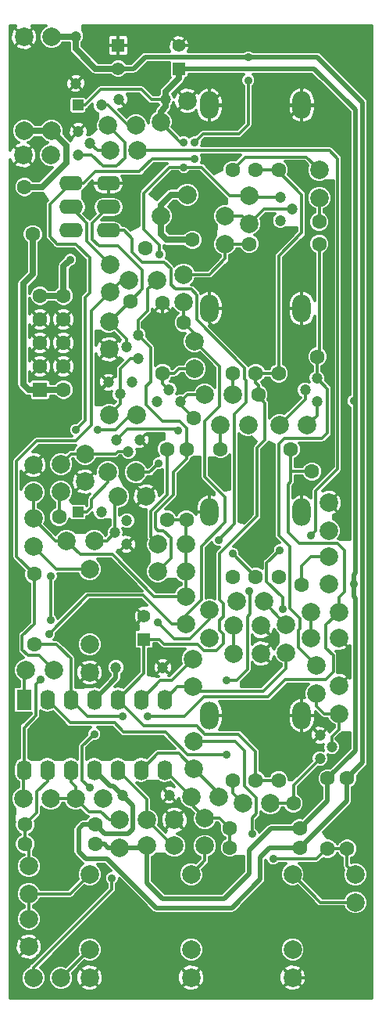
<source format=gbl>
G04 #@! TF.FileFunction,Copper,L2,Bot,Signal*
%FSLAX46Y46*%
G04 Gerber Fmt 4.6, Leading zero omitted, Abs format (unit mm)*
G04 Created by KiCad (PCBNEW (2016-08-20 BZR 7083)-product) date Tue Jan 31 21:42:43 2017*
%MOMM*%
%LPD*%
G01*
G04 APERTURE LIST*
%ADD10C,0.100000*%
%ADD11C,1.600000*%
%ADD12C,2.000000*%
%ADD13C,1.200000*%
%ADD14R,1.400000X1.400000*%
%ADD15C,1.400000*%
%ADD16R,1.600000X2.200000*%
%ADD17O,1.600000X2.200000*%
%ADD18R,1.600000X1.600000*%
%ADD19O,2.000000X3.000000*%
%ADD20R,1.200000X1.200000*%
%ADD21O,2.600000X1.600000*%
%ADD22C,0.900000*%
%ADD23C,0.300000*%
%ADD24C,0.500000*%
%ADD25C,0.700000*%
G04 APERTURE END LIST*
D10*
D11*
X36900000Y16600000D03*
X36900000Y24200000D03*
X34800000Y24200000D03*
X34800000Y16600000D03*
X9600000Y17100000D03*
X2000000Y17100000D03*
D12*
X14000000Y94800000D03*
X11000000Y94800000D03*
D13*
X30935000Y85800000D03*
X29665000Y87070000D03*
X29665000Y84530000D03*
D11*
X15050000Y81550000D03*
X20150000Y82450000D03*
D12*
X16700000Y85020000D03*
X16700000Y95180000D03*
X4900000Y94220000D03*
X4900000Y104380000D03*
D14*
X18700000Y100950000D03*
D15*
X18700000Y103450000D03*
D14*
X12100000Y103450000D03*
D15*
X12100000Y100950000D03*
D13*
X17240000Y97600000D03*
X12160000Y97600000D03*
X7500000Y99360000D03*
X7500000Y104440000D03*
X11860000Y36200000D03*
X16940000Y36200000D03*
X17640000Y22400000D03*
X12560000Y22400000D03*
D14*
X14900000Y39250000D03*
D15*
X14900000Y41750000D03*
D16*
X1880000Y32710000D03*
D17*
X4420000Y32710000D03*
X6960000Y32710000D03*
X9500000Y32710000D03*
X12040000Y32710000D03*
X14580000Y32710000D03*
X17120000Y32710000D03*
X17120000Y25090000D03*
X14580000Y25090000D03*
X12040000Y25090000D03*
X9500000Y25090000D03*
X6960000Y25090000D03*
X4420000Y25090000D03*
X1880000Y25090000D03*
D11*
X2850000Y83050000D03*
X1950000Y88150000D03*
D13*
X13200000Y59565000D03*
X14470000Y60835000D03*
X11930000Y60835000D03*
X32365000Y66200000D03*
X33635000Y64930000D03*
X33635000Y67470000D03*
X35235000Y27600000D03*
X33965000Y28870000D03*
X33965000Y26330000D03*
X12965000Y70900000D03*
X14235000Y69630000D03*
X14235000Y72170000D03*
X17600000Y66235000D03*
X16330000Y64965000D03*
X18870000Y64965000D03*
X12300000Y65765000D03*
X13570000Y67035000D03*
X11030000Y67035000D03*
D18*
X3630000Y66220000D03*
D11*
X6170000Y66220000D03*
X3630000Y68760000D03*
X6170000Y68760000D03*
X3630000Y71300000D03*
X6170000Y71300000D03*
X3630000Y73840000D03*
X6170000Y73840000D03*
X3630000Y76380000D03*
X6170000Y76380000D03*
D12*
X9000000Y5698000D03*
X9000000Y13826000D03*
X9000000Y2650000D03*
X31000000Y5698000D03*
X31000000Y13826000D03*
X31000000Y2650000D03*
X20000000Y5698000D03*
X20000000Y13826000D03*
X20000000Y2650000D03*
D19*
X32000000Y31000000D03*
X22000000Y31000000D03*
D11*
X29500000Y24000000D03*
X27000000Y24000000D03*
X24500000Y24000000D03*
D19*
X32000000Y75000000D03*
X22000000Y75000000D03*
D11*
X29500000Y68000000D03*
X27000000Y68000000D03*
X24500000Y68000000D03*
D19*
X32000000Y97000000D03*
X22000000Y97000000D03*
D11*
X29500000Y90000000D03*
X27000000Y90000000D03*
X24500000Y90000000D03*
D19*
X32000000Y53000000D03*
X22000000Y53000000D03*
D11*
X29500000Y46000000D03*
X27000000Y46000000D03*
X24500000Y46000000D03*
X2000000Y19200000D03*
X9600000Y19200000D03*
X23200000Y59800000D03*
X30800000Y59800000D03*
X3000000Y38700000D03*
X3000000Y46300000D03*
X26300000Y82000000D03*
X33900000Y82000000D03*
X16900000Y68000000D03*
X16900000Y75600000D03*
X24200000Y16700000D03*
X31800000Y16700000D03*
X31800000Y18800000D03*
X24200000Y18800000D03*
D12*
X2400000Y14700000D03*
X2400000Y11700000D03*
X1800000Y22000000D03*
X4800000Y22000000D03*
X7500000Y22000000D03*
X10500000Y22000000D03*
X33900000Y87000000D03*
X33900000Y90000000D03*
X21500000Y65700000D03*
X24500000Y65700000D03*
X28600000Y21500000D03*
X25600000Y21500000D03*
X5900000Y55200000D03*
X5900000Y58200000D03*
X8500000Y59300000D03*
X8500000Y56300000D03*
X32600000Y62400000D03*
X29600000Y62400000D03*
X26200000Y62400000D03*
X23200000Y62400000D03*
X33600000Y36400000D03*
X33600000Y33400000D03*
X36000000Y31200000D03*
X36000000Y34200000D03*
X34900000Y45200000D03*
X34900000Y48200000D03*
X34900000Y51000000D03*
X34900000Y54000000D03*
X16300000Y78100000D03*
X13300000Y78100000D03*
X36000000Y42200000D03*
X33000000Y42200000D03*
X11200000Y79800000D03*
X11200000Y76800000D03*
X2100000Y35900000D03*
X5100000Y35900000D03*
X20400000Y68500000D03*
X20400000Y71500000D03*
X19200000Y78700000D03*
X19200000Y75700000D03*
X26300000Y87200000D03*
X26300000Y84200000D03*
X23700000Y85000000D03*
X23700000Y82000000D03*
X11100000Y63500000D03*
X14100000Y63500000D03*
X37800000Y10800000D03*
X37800000Y13800000D03*
X20300000Y25200000D03*
X20300000Y28200000D03*
X20000000Y22200000D03*
X23000000Y22200000D03*
X21500000Y16900000D03*
X21500000Y19900000D03*
X9000000Y38698000D03*
X9000000Y46826000D03*
X9000000Y35650000D03*
D13*
X10270000Y97000000D03*
D20*
X7730000Y97000000D03*
D12*
X12200000Y19700000D03*
X12200000Y16700000D03*
X19400000Y43900000D03*
X19400000Y40900000D03*
X16400000Y46600000D03*
X19400000Y46600000D03*
X11100000Y73600000D03*
X11100000Y70600000D03*
X24600000Y40700000D03*
X27600000Y40700000D03*
X30300000Y37800000D03*
X30300000Y40800000D03*
X33000000Y39400000D03*
X36000000Y39400000D03*
X15200000Y19700000D03*
X18200000Y19700000D03*
X20200000Y34100000D03*
X20200000Y37100000D03*
X18200000Y16900000D03*
X15200000Y16900000D03*
X2900000Y55100000D03*
X2900000Y58100000D03*
X11200000Y92100000D03*
X14200000Y92100000D03*
X2900000Y49300000D03*
X2900000Y52300000D03*
X4800000Y91600000D03*
X1800000Y91600000D03*
D11*
X5700000Y52500000D03*
X31100000Y21500000D03*
X32000000Y45100000D03*
X33700000Y69800000D03*
X33100000Y57400000D03*
X19200000Y73500000D03*
X13400000Y75800000D03*
X33900000Y84400000D03*
X20300000Y63200000D03*
X27300000Y65700000D03*
X17400000Y52200000D03*
X17400000Y59800000D03*
X19500000Y59800000D03*
X19500000Y52200000D03*
D13*
X9035000Y92900000D03*
X7765000Y94170000D03*
X7765000Y91630000D03*
D21*
X6968000Y83460000D03*
X11032000Y83460000D03*
X11032000Y88540000D03*
X6968000Y88540000D03*
X6968000Y86000000D03*
X11032000Y86000000D03*
D12*
X19600000Y87320000D03*
X19600000Y97480000D03*
X1900000Y104380000D03*
X1900000Y94220000D03*
X2400000Y9000000D03*
X2400000Y6000000D03*
X2900000Y2600000D03*
X5900000Y2600000D03*
X27900000Y43400000D03*
X24900000Y43400000D03*
X24600000Y37700000D03*
X27600000Y37700000D03*
X22000000Y42400000D03*
X22000000Y39400000D03*
X12100000Y54700000D03*
X15100000Y54700000D03*
X6500000Y49900000D03*
X9500000Y49900000D03*
X19400000Y49500000D03*
X16400000Y49500000D03*
X14000000Y57300000D03*
X11000000Y57300000D03*
D13*
X10270000Y53000000D03*
D20*
X7730000Y53000000D03*
D13*
X11765000Y50800000D03*
X13035000Y49530000D03*
X13035000Y52070000D03*
D22*
X16500000Y58300000D03*
X16400000Y41100000D03*
X37600000Y45200000D03*
X16600000Y80900000D03*
X11400000Y13400000D03*
X37600000Y65000000D03*
X19200000Y90300000D03*
X19200000Y93000000D03*
X9000000Y23200000D03*
X9500000Y29000000D03*
X18700000Y53900000D03*
X31100000Y25400000D03*
X25200000Y30400000D03*
X26400000Y34800000D03*
X1100000Y41500000D03*
X1100000Y45900000D03*
X5700000Y42200000D03*
X6000000Y45900000D03*
X6900000Y39100000D03*
X9400000Y42700000D03*
X8000000Y51400000D03*
X14500000Y46900000D03*
X17800000Y44900000D03*
X22350000Y57800000D03*
X23800000Y55900000D03*
X28600000Y59900000D03*
X26300000Y60300000D03*
X25600000Y52500000D03*
X26600000Y47700000D03*
X28200000Y52100000D03*
X22100000Y48700000D03*
X22100000Y44500000D03*
X20400000Y58200000D03*
X17800000Y69700000D03*
X19200000Y66900000D03*
X33900000Y60000000D03*
X12900000Y45400000D03*
X5600000Y61600000D03*
X7500000Y64800000D03*
X1500000Y65300000D03*
X17800000Y81200000D03*
X22600000Y90700000D03*
X22100000Y93000000D03*
X36800000Y58500000D03*
X36800000Y69900000D03*
X36800000Y77500000D03*
X24800000Y99800000D03*
X27700000Y99800000D03*
X18100000Y89100000D03*
X22500000Y87200000D03*
X19000000Y84800000D03*
X21700000Y81500000D03*
X34900000Y80600000D03*
X34900000Y71300000D03*
X32000000Y81600000D03*
X29200000Y82900000D03*
X25200000Y78700000D03*
X27800000Y75800000D03*
X27800000Y69800000D03*
X29400000Y64550000D03*
X31550000Y69550000D03*
X7800000Y11200000D03*
X16800000Y14100000D03*
X12800000Y11200000D03*
X4300000Y10400000D03*
X4300000Y7400000D03*
X4700000Y13600000D03*
X4300000Y20100000D03*
X6500000Y17800000D03*
X14500000Y4400000D03*
X28900000Y13900000D03*
X27900000Y19600000D03*
X15300000Y96700000D03*
X3900000Y98900000D03*
X16700000Y100700000D03*
X16000000Y90100000D03*
X13700000Y84200000D03*
X32300000Y88800000D03*
X7800000Y79200000D03*
X4500000Y79300000D03*
X3700000Y86900000D03*
X1300000Y84700000D03*
X1300000Y79400000D03*
X12900000Y35100000D03*
X38300000Y100000000D03*
X34600000Y103300000D03*
X26300000Y104600000D03*
X36800000Y95800000D03*
X36800000Y89300000D03*
X36500000Y28500000D03*
X35200000Y18300000D03*
X38900000Y24200000D03*
X24100000Y14400000D03*
X3100000Y27000000D03*
X4900000Y30600000D03*
X7100000Y27400000D03*
X9800000Y27400000D03*
X17100000Y28000000D03*
X36300000Y12500000D03*
X33100000Y14300000D03*
X30200000Y9200000D03*
X35800000Y8700000D03*
X38100000Y1700000D03*
X24100000Y8100000D03*
X25600000Y2700000D03*
X9900000Y61900000D03*
X7500000Y61900000D03*
X26200000Y102200000D03*
X26200000Y99700000D03*
X20400000Y93000000D03*
X20400000Y91200000D03*
X4600000Y39800000D03*
X18600000Y61800000D03*
X23000000Y50000000D03*
X24500000Y48500000D03*
X6900000Y80300000D03*
X26300000Y44500000D03*
X23800000Y34800000D03*
X23800000Y26800000D03*
X15300000Y30900000D03*
X12600000Y30900000D03*
X4800000Y41300000D03*
X3700000Y34900000D03*
X4800000Y46100000D03*
X33000000Y50500000D03*
X29600000Y48900000D03*
X29900000Y42500000D03*
X28900000Y15500000D03*
X26600000Y18200000D03*
D23*
X15600000Y70400000D02*
X15600000Y70805000D01*
X15600000Y70805000D02*
X14235000Y72170000D01*
X15300000Y74800000D02*
X14235000Y73735000D01*
X15300000Y77100000D02*
X16300000Y78100000D01*
X15300000Y74800000D02*
X15300000Y77100000D01*
X14235000Y73735000D02*
X14235000Y72170000D01*
X15600000Y70400000D02*
X15600000Y67100000D01*
X16900000Y62800000D02*
X18800000Y62800000D01*
X18800000Y62800000D02*
X19500000Y62100000D01*
X19500000Y62100000D02*
X19500000Y59800000D01*
X15100000Y64600000D02*
X16900000Y62800000D01*
X15100000Y66600000D02*
X15100000Y64600000D01*
X15600000Y67100000D02*
X15100000Y66600000D01*
X14000000Y57300000D02*
X15500000Y57300000D01*
X15500000Y57300000D02*
X16500000Y58300000D01*
X18053555Y54846445D02*
X18053555Y57353555D01*
X17800000Y48000000D02*
X17800000Y50200000D01*
X17800000Y50200000D02*
X17000000Y51000000D01*
X17000000Y51000000D02*
X16400002Y51000000D01*
X16400002Y51000000D02*
X16100002Y51300000D01*
X16100002Y51300000D02*
X16100002Y52892892D01*
X16100002Y52892892D02*
X18053555Y54846445D01*
X19500000Y58800000D02*
X19500000Y59800000D01*
X16400000Y46600000D02*
X17800000Y48000000D01*
X18053555Y57353555D02*
X19500000Y58800000D01*
X19900000Y39300000D02*
X22000000Y41400000D01*
X18200000Y39300000D02*
X19900000Y39300000D01*
X16400000Y41100000D02*
X18200000Y39300000D01*
X22000000Y41400000D02*
X22000000Y42400000D01*
D24*
X37800000Y46400000D02*
X37600000Y46200000D01*
X37600000Y46200000D02*
X37600000Y45200000D01*
X37800000Y43700000D02*
X37600000Y43900000D01*
X37600000Y43900000D02*
X37600000Y45200000D01*
D23*
X16600000Y81900000D02*
X16600000Y80900000D01*
X17700000Y90300000D02*
X14900000Y87500000D01*
X14900000Y87500000D02*
X14900000Y83600000D01*
X14900000Y83600000D02*
X16600000Y81900000D01*
X19200000Y90300000D02*
X17700000Y90300000D01*
X2900000Y2600000D02*
X2900000Y3700000D01*
X2900000Y3700000D02*
X11400000Y12200000D01*
X11400000Y12200000D02*
X11400000Y13400000D01*
X37600000Y65000000D02*
X37800000Y65000000D01*
X16700000Y95180000D02*
X18880000Y93000000D01*
X24200000Y87200000D02*
X26300000Y87200000D01*
X21100000Y90300000D02*
X24200000Y87200000D01*
X19200000Y90300000D02*
X21100000Y90300000D01*
X18880000Y93000000D02*
X19200000Y93000000D01*
X29665000Y87070000D02*
X26430000Y87070000D01*
D24*
X37800000Y27200000D02*
X37800000Y43700000D01*
X37800000Y46400000D02*
X37800000Y65000000D01*
X34800000Y24200000D02*
X37800000Y27200000D01*
X37800000Y65000000D02*
X37800000Y96500000D01*
X33350000Y100950000D02*
X18700000Y100950000D01*
X33350000Y100950000D02*
X37800000Y96500000D01*
D23*
X7730000Y97000000D02*
X8500000Y97000000D01*
X15700000Y97600000D02*
X17240000Y97600000D01*
X14600000Y98700000D02*
X15700000Y97600000D01*
X10200000Y98700000D02*
X14600000Y98700000D01*
X8500000Y97000000D02*
X10200000Y98700000D01*
D25*
X18700000Y100950000D02*
X18700000Y99900000D01*
X17240000Y98440000D02*
X17240000Y97600000D01*
X17240000Y98440000D02*
X18700000Y99900000D01*
X17240000Y97600000D02*
X17240000Y96840000D01*
X16700000Y96300000D02*
X16700000Y95180000D01*
X17240000Y96840000D02*
X16700000Y96300000D01*
D23*
X32600000Y62400000D02*
X33635000Y63435000D01*
X33635000Y63435000D02*
X33635000Y64930000D01*
X8200000Y24000000D02*
X9000000Y23200000D01*
X8200000Y27700000D02*
X8200000Y24000000D01*
X9500000Y29000000D02*
X8200000Y27700000D01*
D24*
X9500000Y32710000D02*
X11860000Y35070000D01*
X11860000Y35070000D02*
X11860000Y36200000D01*
X31800000Y18800000D02*
X28700000Y18800000D01*
X15200000Y12900000D02*
X15200000Y16900000D01*
X16900000Y11200000D02*
X15200000Y12900000D01*
X23600000Y11200000D02*
X16900000Y11200000D01*
X26300000Y13900000D02*
X23600000Y11200000D01*
X26300000Y16400000D02*
X26300000Y13900000D01*
X28700000Y18800000D02*
X26300000Y16400000D01*
X34800000Y24200000D02*
X34800000Y21800000D01*
X34800000Y21800000D02*
X31800000Y18800000D01*
X12200000Y16700000D02*
X15000000Y16700000D01*
X9600000Y17100000D02*
X10600000Y17100000D01*
X10600000Y17100000D02*
X11000000Y16700000D01*
X11000000Y16700000D02*
X12200000Y16700000D01*
D23*
X31100000Y25400000D02*
X26100000Y30400000D01*
X26100000Y30400000D02*
X25200000Y30400000D01*
X1100000Y45900000D02*
X1100000Y41500000D01*
X14470000Y60835000D02*
X15035000Y61400000D01*
X15035000Y61400000D02*
X15500000Y61400000D01*
X5700000Y42200000D02*
X5700000Y45600000D01*
X5700000Y45600000D02*
X6000000Y45900000D01*
X6900000Y40200000D02*
X6900000Y39100000D01*
X9400000Y42700000D02*
X6900000Y40200000D01*
X14500000Y46900000D02*
X14500000Y46300000D01*
X14500000Y48065000D02*
X14500000Y46900000D01*
X13035000Y49530000D02*
X14500000Y48065000D01*
X15900000Y44900000D02*
X17800000Y44900000D01*
X14500000Y46300000D02*
X15900000Y44900000D01*
X28200000Y52100000D02*
X28200000Y59500000D01*
X28200000Y59500000D02*
X28600000Y59900000D01*
X26300000Y60300000D02*
X26300000Y53200000D01*
X26300000Y53200000D02*
X25600000Y52500000D01*
X28200000Y49300000D02*
X26600000Y47700000D01*
X28200000Y52100000D02*
X28200000Y49300000D01*
X22100000Y44500000D02*
X22100000Y48700000D01*
X16900000Y70600000D02*
X17800000Y69700000D01*
X16900000Y75600000D02*
X16900000Y70600000D01*
X7500000Y64800000D02*
X7500000Y67430000D01*
X1400000Y60800000D02*
X2200000Y61600000D01*
X2200000Y61600000D02*
X5600000Y61600000D01*
X1500000Y65300000D02*
X1400000Y65200000D01*
X1400000Y60800000D02*
X1400000Y65200000D01*
X7500000Y67430000D02*
X6170000Y68760000D01*
X28000000Y93000000D02*
X22100000Y93000000D01*
X28000000Y93000000D02*
X32000000Y97000000D01*
X36800000Y69900000D02*
X36800000Y66000000D01*
X36800000Y66000000D02*
X36600000Y65800000D01*
X36600000Y65800000D02*
X36600000Y60500000D01*
X36600000Y60500000D02*
X36800000Y60300000D01*
X36800000Y60300000D02*
X36800000Y58500000D01*
X36800000Y77500000D02*
X36800000Y69900000D01*
X22000000Y97000000D02*
X24800000Y99800000D01*
X20600000Y89100000D02*
X18100000Y89100000D01*
X22500000Y87200000D02*
X20600000Y89100000D01*
X20200000Y84800000D02*
X19000000Y84800000D01*
X21700000Y83300000D02*
X20200000Y84800000D01*
X21700000Y81500000D02*
X21700000Y83300000D01*
X34900000Y71300000D02*
X34900000Y80600000D01*
X32000000Y75000000D02*
X32000000Y81600000D01*
X22000000Y75000000D02*
X22000000Y73500000D01*
X27800000Y76100000D02*
X25200000Y78700000D01*
X27800000Y75800000D02*
X27800000Y76100000D01*
X25700000Y69800000D02*
X27800000Y69800000D01*
X22000000Y73500000D02*
X25700000Y69800000D01*
X32000000Y75000000D02*
X32000000Y70000000D01*
X32000000Y70000000D02*
X31550000Y69550000D01*
X6500000Y17900000D02*
X4300000Y20100000D01*
X6500000Y17800000D02*
X6500000Y17900000D01*
X14500000Y4400000D02*
X14500000Y9500000D01*
X14500000Y9500000D02*
X12800000Y11200000D01*
X12160000Y97600000D02*
X13060000Y96700000D01*
X13060000Y96700000D02*
X15300000Y96700000D01*
X1900000Y104380000D02*
X3900000Y102380000D01*
X3900000Y102380000D02*
X3900000Y98900000D01*
X1300000Y79400000D02*
X1300000Y84700000D01*
X14900000Y41750000D02*
X13500000Y40150000D01*
X13500000Y40150000D02*
X13500000Y35700000D01*
X13500000Y35700000D02*
X12900000Y35100000D01*
X25150000Y103450000D02*
X26300000Y104600000D01*
X25150000Y103450000D02*
X18700000Y103450000D01*
X37900000Y100000000D02*
X38300000Y100000000D01*
X34600000Y103300000D02*
X37900000Y100000000D01*
X36800000Y95800000D02*
X36800000Y89300000D01*
X38900000Y22000000D02*
X35200000Y18300000D01*
X38900000Y24200000D02*
X38900000Y22000000D01*
X7100000Y28400000D02*
X4900000Y30600000D01*
X7100000Y27400000D02*
X7100000Y28400000D01*
X10400000Y28000000D02*
X9800000Y27400000D01*
X17100000Y28000000D02*
X10400000Y28000000D01*
X31000000Y2650000D02*
X37150000Y2650000D01*
X34900000Y12500000D02*
X36300000Y12500000D01*
X33100000Y14300000D02*
X34900000Y12500000D01*
X35300000Y9200000D02*
X30200000Y9200000D01*
X35800000Y8700000D02*
X35300000Y9200000D01*
X37150000Y2650000D02*
X38100000Y1700000D01*
X24100000Y4200000D02*
X24100000Y8100000D01*
X25600000Y2700000D02*
X24100000Y4200000D01*
X11800000Y61900000D02*
X9900000Y61900000D01*
X4700000Y86272000D02*
X4700000Y82800000D01*
X4700000Y82800000D02*
X5500000Y82000000D01*
X6968000Y88540000D02*
X4700000Y86272000D01*
X9000000Y80500000D02*
X9000000Y76700000D01*
X7500000Y82000000D02*
X9000000Y80500000D01*
X5500000Y82000000D02*
X7500000Y82000000D01*
X9000000Y76700000D02*
X8500000Y76200000D01*
X8500000Y62900000D02*
X8500000Y76200000D01*
X11800000Y61900000D02*
X13400000Y63500000D01*
X7500000Y61900000D02*
X8500000Y62900000D01*
X14100000Y63500000D02*
X13400000Y63500000D01*
X16400000Y49500000D02*
X15600000Y50300000D01*
X17400000Y54900000D02*
X17400000Y59800000D01*
X15600000Y53100000D02*
X17400000Y54900000D01*
X15600000Y50300000D02*
X15600000Y53100000D01*
X6968000Y88540000D02*
X8340000Y88540000D01*
X26200000Y94900000D02*
X26200000Y99700000D01*
X25200000Y93900000D02*
X26200000Y94900000D01*
X21300000Y93900000D02*
X25200000Y93900000D01*
X20400000Y93000000D02*
X21300000Y93900000D01*
X15800000Y91200000D02*
X20400000Y91200000D01*
X14400000Y89800000D02*
X15800000Y91200000D01*
X9600000Y89800000D02*
X14400000Y89800000D01*
X8340000Y88540000D02*
X9600000Y89800000D01*
D24*
X38600000Y25900000D02*
X38600000Y97300000D01*
X36900000Y24200000D02*
X38600000Y25900000D01*
X13750000Y100950000D02*
X12100000Y100950000D01*
X15000000Y102200000D02*
X13750000Y100950000D01*
X33700000Y102200000D02*
X26200000Y102200000D01*
X26200000Y102200000D02*
X15000000Y102200000D01*
X38600000Y97300000D02*
X33700000Y102200000D01*
D25*
X7500000Y104440000D02*
X4960000Y104440000D01*
X12100000Y100950000D02*
X9650000Y100950000D01*
X9650000Y100950000D02*
X7500000Y103100000D01*
X7500000Y103100000D02*
X7500000Y104440000D01*
D24*
X9600000Y19200000D02*
X10600000Y18200000D01*
X13700000Y21260000D02*
X12560000Y22400000D01*
X13700000Y18700000D02*
X13700000Y21260000D01*
X13200000Y18200000D02*
X13700000Y18700000D01*
X10600000Y18200000D02*
X13200000Y18200000D01*
X31800000Y16700000D02*
X28500000Y16700000D01*
X8300000Y19200000D02*
X9600000Y19200000D01*
X7800000Y18700000D02*
X8300000Y19200000D01*
X7800000Y16300000D02*
X7800000Y18700000D01*
X8600000Y15500000D02*
X7800000Y16300000D01*
X10900000Y15500000D02*
X8600000Y15500000D01*
X16200000Y10200000D02*
X10900000Y15500000D01*
X24400000Y10200000D02*
X16200000Y10200000D01*
X27500000Y13300000D02*
X24400000Y10200000D01*
X27500000Y15700000D02*
X27500000Y13300000D01*
X28500000Y16700000D02*
X27500000Y15700000D01*
X36900000Y24200000D02*
X36900000Y21800000D01*
X36900000Y21800000D02*
X31800000Y16700000D01*
X9500000Y25090000D02*
X11190000Y23400000D01*
X11190000Y23400000D02*
X11560000Y23400000D01*
X11560000Y23400000D02*
X12560000Y22400000D01*
D23*
X27150000Y52550000D02*
X27150000Y59950000D01*
X27150000Y59950000D02*
X28000000Y60800000D01*
X27150000Y52550000D02*
X23100000Y48500000D01*
X28000000Y64800000D02*
X28000000Y60800000D01*
X16550000Y39250000D02*
X14900000Y39250000D01*
X17100000Y38700000D02*
X16550000Y39250000D01*
X20700000Y38700000D02*
X17100000Y38700000D01*
X21400000Y38000000D02*
X20700000Y38700000D01*
X22700000Y38000000D02*
X21400000Y38000000D01*
X23500000Y38800000D02*
X22700000Y38000000D01*
X23500000Y39800000D02*
X23500000Y38800000D01*
X23100000Y40200000D02*
X23500000Y39800000D01*
X23100000Y41300000D02*
X23100000Y40200000D01*
X23500000Y41700000D02*
X23100000Y41300000D01*
X23500000Y43100000D02*
X23500000Y41700000D01*
X23100000Y43500000D02*
X23500000Y43100000D01*
X23100000Y48500000D02*
X23100000Y43500000D01*
X14900000Y39250000D02*
X14900000Y35570000D01*
X14900000Y35570000D02*
X12040000Y32710000D01*
X32000000Y87300000D02*
X29500000Y89800000D01*
X27000000Y90000000D02*
X29500000Y90000000D01*
X28000000Y64800000D02*
X27300000Y65500000D01*
X27300000Y65500000D02*
X27300000Y65700000D01*
X27300000Y65700000D02*
X27300000Y66700000D01*
X27000000Y67000000D02*
X27000000Y68000000D01*
X27300000Y66700000D02*
X27000000Y67000000D01*
X29500000Y68000000D02*
X29500000Y80700000D01*
X32000000Y83200000D02*
X32000000Y87300000D01*
X29500000Y80700000D02*
X32000000Y83200000D01*
X28000000Y64800000D02*
X28000000Y64700000D01*
X29500000Y68000000D02*
X27000000Y68000000D01*
X27000000Y24000000D02*
X27000000Y27100000D01*
X27000000Y27100000D02*
X25100000Y29000000D01*
X25100000Y29000000D02*
X21500000Y29000000D01*
X21500000Y29000000D02*
X20600000Y29900000D01*
X20600000Y29900000D02*
X14850000Y29900000D01*
X14850000Y29900000D02*
X12040000Y32710000D01*
X27000000Y24000000D02*
X29500000Y24000000D01*
X19400000Y40900000D02*
X17900000Y40900000D01*
X17900000Y40900000D02*
X14800000Y44000000D01*
X23100000Y64400000D02*
X21500000Y62800000D01*
X23100000Y68800000D02*
X23100000Y64400000D01*
X20400000Y71500000D02*
X23100000Y68800000D01*
X21100000Y43500000D02*
X19400000Y41800000D01*
X21100000Y49300000D02*
X21100000Y43500000D01*
X23700000Y51900000D02*
X21100000Y49300000D01*
X23700000Y54600000D02*
X23700000Y51900000D01*
X21500000Y56800000D02*
X23700000Y54600000D01*
X21500000Y62800000D02*
X21500000Y56800000D01*
X19400000Y41800000D02*
X19400000Y40900000D01*
X20400000Y71500000D02*
X20400000Y72300000D01*
X20400000Y72300000D02*
X19200000Y73500000D01*
X19200000Y75700000D02*
X19200000Y73500000D01*
X14800000Y44000000D02*
X8800000Y44000000D01*
X8800000Y44000000D02*
X4600000Y39800000D01*
X1880000Y32710000D02*
X1880000Y35680000D01*
X1880000Y35680000D02*
X2100000Y35900000D01*
X20200000Y37100000D02*
X17900000Y34800000D01*
X16670000Y34800000D02*
X17900000Y34800000D01*
X16670000Y34800000D02*
X14580000Y32710000D01*
X24600000Y37700000D02*
X24600000Y40700000D01*
X17120000Y25090000D02*
X20000000Y22210000D01*
X21500000Y19900000D02*
X20000000Y21400000D01*
X20000000Y21400000D02*
X20000000Y22200000D01*
X24200000Y18800000D02*
X23100000Y19900000D01*
X23100000Y19900000D02*
X21500000Y19900000D01*
X24200000Y16700000D02*
X24200000Y18800000D01*
X20300000Y25200000D02*
X23000000Y22600000D01*
X14580000Y25090000D02*
X16390000Y26900000D01*
X18700000Y26900000D02*
X20300000Y25200000D01*
X16390000Y26900000D02*
X18700000Y26900000D01*
X2400000Y14700000D02*
X2400000Y16700000D01*
X2400000Y16700000D02*
X2000000Y17100000D01*
X4420000Y25090000D02*
X4420000Y23920000D01*
X3300000Y20500000D02*
X2000000Y19200000D01*
X3300000Y22800000D02*
X3300000Y20500000D01*
X4420000Y23920000D02*
X3300000Y22800000D01*
X2000000Y17100000D02*
X2000000Y19200000D01*
D25*
X16700000Y85020000D02*
X16700000Y86200000D01*
X17820000Y87320000D02*
X19600000Y87320000D01*
X16700000Y86200000D02*
X17820000Y87320000D01*
X20150000Y82450000D02*
X17350000Y82450000D01*
X16700000Y83100000D02*
X16700000Y85020000D01*
X17350000Y82450000D02*
X16700000Y83100000D01*
X1950000Y88150000D02*
X3850000Y88150000D01*
X6500000Y92620000D02*
X4900000Y94220000D01*
X6500000Y90800000D02*
X6500000Y92620000D01*
X3850000Y88150000D02*
X6500000Y90800000D01*
X1900000Y94220000D02*
X4900000Y94220000D01*
D23*
X2400000Y9000000D02*
X2400000Y11700000D01*
X2400000Y11700000D02*
X6874000Y11700000D01*
X6874000Y11700000D02*
X9000000Y13826000D01*
X25600000Y21500000D02*
X24500000Y22600000D01*
X24500000Y22600000D02*
X24500000Y24000000D01*
X24500000Y65700000D02*
X24500000Y68000000D01*
X33900000Y87000000D02*
X33900000Y84400000D01*
X18870000Y64965000D02*
X19605000Y65700000D01*
X19605000Y65700000D02*
X21500000Y65700000D01*
X20300000Y63200000D02*
X18870000Y64630000D01*
X33965000Y26330000D02*
X31100000Y23465000D01*
X31100000Y23465000D02*
X31100000Y21500000D01*
X28600000Y21500000D02*
X31100000Y21500000D01*
X8500000Y59300000D02*
X11800000Y59300000D01*
X12065000Y59565000D02*
X13200000Y59565000D01*
X11800000Y59300000D02*
X12065000Y59565000D01*
X5900000Y58200000D02*
X7000000Y59300000D01*
X7000000Y59300000D02*
X8500000Y59300000D01*
X29600000Y62400000D02*
X32365000Y65165000D01*
X32365000Y65165000D02*
X32365000Y66200000D01*
X13095000Y62000000D02*
X18400000Y62000000D01*
X13095000Y62000000D02*
X11930000Y60835000D01*
X18400000Y62000000D02*
X18600000Y61800000D01*
X23200000Y59800000D02*
X23200000Y62400000D01*
X36000000Y31200000D02*
X34400000Y31200000D01*
X33600000Y32000000D02*
X33600000Y33400000D01*
X34400000Y31200000D02*
X33600000Y32000000D01*
X35235000Y27600000D02*
X35235000Y28735000D01*
X36000000Y29500000D02*
X36000000Y31200000D01*
X35235000Y28735000D02*
X36000000Y29500000D01*
X30100000Y61000000D02*
X34200000Y61000000D01*
X29500000Y50500000D02*
X29500000Y60400000D01*
X29500000Y60400000D02*
X30100000Y61000000D01*
X33600000Y36400000D02*
X31600000Y38400000D01*
X30700000Y42600000D02*
X30700000Y49300000D01*
X31800000Y41500000D02*
X30700000Y42600000D01*
X31800000Y40400000D02*
X31800000Y41500000D01*
X31600000Y40200000D02*
X31800000Y40400000D01*
X31600000Y38400000D02*
X31600000Y40200000D01*
X30700000Y49300000D02*
X29500000Y50500000D01*
X34200000Y61000000D02*
X34800000Y61600000D01*
X33900000Y82000000D02*
X33900000Y70000000D01*
X33900000Y70000000D02*
X33700000Y69800000D01*
X33635000Y67470000D02*
X33635000Y69735000D01*
X33635000Y67470000D02*
X34800000Y66305000D01*
X34800000Y66305000D02*
X34800000Y61600000D01*
X20600000Y73800000D02*
X20600000Y76500000D01*
X14700000Y80000000D02*
X13600000Y81100000D01*
X17100000Y80000000D02*
X14700000Y80000000D01*
X17800000Y79300000D02*
X17100000Y80000000D01*
X17800000Y77600000D02*
X17800000Y79300000D01*
X18300000Y77100000D02*
X17800000Y77600000D01*
X20000000Y77100000D02*
X18300000Y77100000D01*
X20600000Y76500000D02*
X20000000Y77100000D01*
X25800000Y68600000D02*
X25800000Y67400000D01*
X12740000Y83460000D02*
X13600000Y82600000D01*
X13600000Y82600000D02*
X13600000Y81100000D01*
X11032000Y83460000D02*
X12740000Y83460000D01*
X20600000Y73800000D02*
X25800000Y68600000D01*
X24700000Y51700000D02*
X23000000Y50000000D01*
X24700000Y63600000D02*
X24700000Y51700000D01*
X26000000Y64900000D02*
X24700000Y63600000D01*
X26000000Y67200000D02*
X26000000Y64900000D01*
X25800000Y67400000D02*
X26000000Y67200000D01*
X27000000Y46000000D02*
X24500000Y48500000D01*
X11200000Y76800000D02*
X9200000Y74800000D01*
X3300000Y60700000D02*
X7500000Y60700000D01*
X9200000Y62400000D02*
X9200000Y74800000D01*
X7500000Y60700000D02*
X9200000Y62400000D01*
X1100000Y48200000D02*
X3000000Y46300000D01*
X1100000Y58500000D02*
X3300000Y60700000D01*
X1100000Y48200000D02*
X1100000Y58500000D01*
X13300000Y78100000D02*
X12500000Y78100000D01*
X12500000Y78100000D02*
X11200000Y76800000D01*
X5100000Y35900000D02*
X3500000Y37500000D01*
X3000000Y40900000D02*
X3000000Y46300000D01*
X1700000Y39600000D02*
X3000000Y40900000D01*
X1700000Y38100000D02*
X1700000Y39600000D01*
X2300000Y37500000D02*
X1700000Y38100000D01*
X3500000Y37500000D02*
X2300000Y37500000D01*
X11200000Y79800000D02*
X8700000Y82300000D01*
X8700000Y84268000D02*
X6968000Y86000000D01*
X8700000Y82300000D02*
X8700000Y84268000D01*
X16900000Y68000000D02*
X18200000Y68000000D01*
X18700000Y68500000D02*
X20400000Y68500000D01*
X18200000Y68000000D02*
X18700000Y68500000D01*
X16900000Y68000000D02*
X16900000Y66935000D01*
X16900000Y66935000D02*
X17600000Y66235000D01*
X19200000Y78700000D02*
X22000000Y78700000D01*
X23700000Y80400000D02*
X23700000Y82000000D01*
X22000000Y78700000D02*
X23700000Y80400000D01*
X23700000Y82000000D02*
X26300000Y82000000D01*
X30935000Y85800000D02*
X27900000Y85800000D01*
X27900000Y85800000D02*
X26300000Y84200000D01*
X23700000Y85000000D02*
X25500000Y85000000D01*
X25500000Y85000000D02*
X26300000Y84200000D01*
X12300000Y65765000D02*
X12300000Y68500000D01*
X13430000Y69630000D02*
X14235000Y69630000D01*
X12300000Y68500000D02*
X13430000Y69630000D01*
X11100000Y63500000D02*
X12300000Y64700000D01*
X12300000Y64700000D02*
X12300000Y65765000D01*
X31000000Y13826000D02*
X34026000Y10800000D01*
X34026000Y10800000D02*
X37800000Y10800000D01*
D25*
X6170000Y76380000D02*
X6170000Y79570000D01*
X6170000Y79570000D02*
X6900000Y80300000D01*
X3630000Y76380000D02*
X6170000Y76380000D01*
X3630000Y66220000D02*
X2380000Y66220000D01*
X2850000Y78750000D02*
X2850000Y83050000D01*
X1800000Y77700000D02*
X2850000Y78750000D01*
X1800000Y66800000D02*
X1800000Y77700000D01*
X2380000Y66220000D02*
X1800000Y66800000D01*
X3630000Y66220000D02*
X6170000Y66220000D01*
D23*
X26400000Y44400000D02*
X26400000Y42000000D01*
X26300000Y44500000D02*
X26400000Y44400000D01*
X23800000Y34800000D02*
X24900000Y34800000D01*
X26400000Y42000000D02*
X26100000Y41700000D01*
X26100000Y41700000D02*
X26100000Y36000000D01*
X24900000Y34800000D02*
X26100000Y36000000D01*
X6930000Y30200000D02*
X4420000Y32710000D01*
X17200000Y29200000D02*
X19600000Y26800000D01*
X12700000Y29200000D02*
X17200000Y29200000D01*
X11700000Y30200000D02*
X12700000Y29200000D01*
X6930000Y30200000D02*
X11700000Y30200000D01*
X23800000Y26800000D02*
X19600000Y26800000D01*
X32000000Y45100000D02*
X32000000Y47200000D01*
X32000000Y47200000D02*
X33000000Y48200000D01*
X33000000Y48200000D02*
X34900000Y48200000D01*
X33100000Y57400000D02*
X30800000Y57400000D01*
X36000000Y42200000D02*
X36000000Y43800000D01*
X36600000Y48900000D02*
X35900000Y49600000D01*
X36600000Y44400000D02*
X36600000Y48900000D01*
X36000000Y43800000D02*
X36600000Y44400000D01*
X30500000Y50800000D02*
X31700000Y49600000D01*
X31700000Y49600000D02*
X35900000Y49600000D01*
X30500000Y50800000D02*
X30500000Y56000000D01*
X30800000Y59800000D02*
X30800000Y57400000D01*
X30800000Y57400000D02*
X30800000Y56300000D01*
X30500000Y56000000D02*
X30800000Y56300000D01*
X36000000Y42200000D02*
X34600000Y40800000D01*
X21400000Y33000000D02*
X19300000Y30900000D01*
X19300000Y30900000D02*
X15300000Y30900000D01*
X12600000Y30900000D02*
X8770000Y30900000D01*
X8770000Y30900000D02*
X6960000Y32710000D01*
X21400000Y33000000D02*
X28300000Y33000000D01*
X30200000Y34900000D02*
X28300000Y33000000D01*
X34600000Y34900000D02*
X30200000Y34900000D01*
X35400000Y35700000D02*
X34600000Y34900000D01*
X35400000Y37500000D02*
X35400000Y35700000D01*
X34600000Y38300000D02*
X35400000Y37500000D01*
X34600000Y40800000D02*
X34600000Y38300000D01*
X3000000Y38700000D02*
X5400000Y38700000D01*
X6960000Y37140000D02*
X6960000Y32710000D01*
X5400000Y38700000D02*
X6960000Y37140000D01*
X4800000Y41300000D02*
X4800000Y46100000D01*
X3200000Y34400000D02*
X3700000Y34900000D01*
X3200000Y31000000D02*
X3200000Y34400000D01*
X1880000Y29680000D02*
X3200000Y31000000D01*
X1880000Y25090000D02*
X1880000Y29680000D01*
X5700000Y55000000D02*
X5700000Y52500000D01*
X1800000Y22000000D02*
X1800000Y25010000D01*
X20000000Y13826000D02*
X21500000Y15326000D01*
X21500000Y15326000D02*
X21500000Y16900000D01*
X29600000Y48900000D02*
X28200000Y47500000D01*
X35900000Y57700000D02*
X33500000Y55300000D01*
X33500000Y55300000D02*
X33500000Y51000000D01*
X33500000Y51000000D02*
X33000000Y50500000D01*
X35900000Y91200000D02*
X35900000Y57700000D01*
X29900000Y43800000D02*
X29900000Y42500000D01*
X28200000Y45500000D02*
X29900000Y43800000D01*
X28200000Y47500000D02*
X28200000Y45500000D01*
X20200000Y34100000D02*
X20700000Y33600000D01*
X20700000Y33600000D02*
X27800000Y33600000D01*
X27800000Y33600000D02*
X30300000Y36100000D01*
X30300000Y36100000D02*
X30300000Y37800000D01*
X14200000Y92100000D02*
X35000000Y92100000D01*
X35000000Y92100000D02*
X35900000Y91200000D01*
X35900000Y91200000D02*
X35900002Y91199998D01*
X20300000Y28200000D02*
X24800000Y28200000D01*
X33600000Y15500000D02*
X34700000Y16600000D01*
X25800000Y23400000D02*
X25800000Y27200000D01*
X27100000Y22100000D02*
X25800000Y23400000D01*
X33600000Y15500000D02*
X28900000Y15500000D01*
X25800000Y27200000D02*
X24800000Y28200000D01*
X27100000Y20400000D02*
X27100000Y22100000D01*
X26600000Y19900000D02*
X27100000Y20400000D01*
X26600000Y18200000D02*
X26600000Y19900000D01*
X17120000Y32710000D02*
X18510000Y34100000D01*
X18510000Y34100000D02*
X20200000Y34100000D01*
X36900000Y16600000D02*
X34700000Y16600000D01*
X37800000Y13800000D02*
X36900000Y14700000D01*
X36900000Y14700000D02*
X36900000Y16600000D01*
X15200000Y19700000D02*
X18000000Y16900000D01*
X12040000Y25090000D02*
X15200000Y21930000D01*
X15200000Y21930000D02*
X15200000Y19700000D01*
X7500000Y22000000D02*
X8900000Y20600000D01*
X11100000Y19700000D02*
X12200000Y19700000D01*
X10200000Y20600000D02*
X11100000Y19700000D01*
X8900000Y20600000D02*
X10200000Y20600000D01*
X6960000Y25090000D02*
X6960000Y23840000D01*
X7500000Y23300000D02*
X7500000Y22000000D01*
X6960000Y23840000D02*
X7500000Y23300000D01*
X4800000Y22000000D02*
X7500000Y22000000D01*
X30200000Y40800000D02*
X27900000Y43400000D01*
X33000000Y42200000D02*
X33000000Y39400000D01*
X30300000Y40800000D02*
X30200000Y40800000D01*
X2900000Y52300000D02*
X2900000Y55100000D01*
X6500000Y49900000D02*
X5300000Y49900000D01*
X5300000Y49900000D02*
X2900000Y52300000D01*
X6500000Y49900000D02*
X8000000Y48400000D01*
X16000000Y43900000D02*
X19400000Y43900000D01*
X11500000Y48400000D02*
X16000000Y43900000D01*
X8000000Y48400000D02*
X11500000Y48400000D01*
X19500000Y52200000D02*
X17400000Y52200000D01*
X19400000Y49500000D02*
X19400000Y52100000D01*
X19400000Y46600000D02*
X19400000Y49500000D01*
X19400000Y43900000D02*
X19400000Y46600000D01*
X12965000Y70900000D02*
X12965000Y71735000D01*
X12965000Y71735000D02*
X11100000Y73600000D01*
X13400000Y75800000D02*
X14700000Y77100000D01*
X9300000Y84268000D02*
X11032000Y86000000D01*
X10000000Y81800000D02*
X12100000Y81800000D01*
X9300000Y82500000D02*
X10000000Y81800000D01*
X9300000Y84268000D02*
X9300000Y82500000D01*
X12100000Y81800000D02*
X14700000Y79200000D01*
X14700000Y77100000D02*
X14700000Y79200000D01*
X11100000Y73600000D02*
X13400000Y75800000D01*
X11200000Y92100000D02*
X9835000Y92100000D01*
X9835000Y92100000D02*
X9035000Y92900000D01*
X2900000Y49300000D02*
X5374000Y46826000D01*
X5374000Y46826000D02*
X9000000Y46826000D01*
X14000000Y94800000D02*
X13200000Y94800000D01*
X13200000Y94800000D02*
X11000000Y97000000D01*
X11000000Y97000000D02*
X10270000Y97000000D01*
X7765000Y91630000D02*
X9230000Y91630000D01*
X12800000Y93000000D02*
X11000000Y94800000D01*
X12800000Y91300000D02*
X12800000Y93000000D01*
X11900000Y90400000D02*
X12800000Y91300000D01*
X10460000Y90400000D02*
X11900000Y90400000D01*
X9230000Y91630000D02*
X10460000Y90400000D01*
X24500000Y90000000D02*
X25900000Y91400000D01*
X32500000Y91400000D02*
X33900000Y90000000D01*
X25900000Y91400000D02*
X32500000Y91400000D01*
X5900000Y2600000D02*
X8998000Y5698000D01*
X11765000Y50800000D02*
X11765000Y54365000D01*
X11765000Y54365000D02*
X12100000Y54700000D01*
X9500000Y49900000D02*
X10865000Y49900000D01*
X10865000Y49900000D02*
X11765000Y50800000D01*
X7730000Y53000000D02*
X8700000Y53000000D01*
X11000000Y56200000D02*
X11000000Y57300000D01*
X9200000Y54400000D02*
X11000000Y56200000D01*
X9200000Y53500000D02*
X9200000Y54400000D01*
X8700000Y53000000D02*
X9200000Y53500000D01*
G36*
X930747Y105361981D02*
X1900000Y104392728D01*
X2869253Y105361981D01*
X2781225Y105575000D01*
X4256951Y105575000D01*
X4136285Y105525142D01*
X3756193Y105145712D01*
X3550235Y104649710D01*
X3549766Y104112647D01*
X3754858Y103616285D01*
X4134288Y103236193D01*
X4630290Y103030235D01*
X5167353Y103029766D01*
X5663715Y103234858D01*
X6043807Y103614288D01*
X6096007Y103740000D01*
X6800000Y103740000D01*
X6800000Y103100000D01*
X6853284Y102832121D01*
X7005025Y102605025D01*
X9155025Y100455025D01*
X9382121Y100303284D01*
X9650000Y100250000D01*
X11315149Y100250000D01*
X11504446Y100060372D01*
X11890226Y99900182D01*
X12307942Y99899818D01*
X12694000Y100059334D01*
X12985174Y100350000D01*
X13750000Y100350000D01*
X13979610Y100395672D01*
X14174264Y100525736D01*
X15248528Y101600000D01*
X17643144Y101600000D01*
X17643144Y100250000D01*
X17670308Y100113437D01*
X17747665Y99997665D01*
X17783662Y99973612D01*
X16745025Y98934975D01*
X16593284Y98707879D01*
X16593284Y98707878D01*
X16540000Y98440000D01*
X16540000Y98243554D01*
X16435098Y98138835D01*
X16418972Y98100000D01*
X15907106Y98100000D01*
X14953553Y99053553D01*
X14791342Y99161940D01*
X14600000Y99200000D01*
X10200000Y99200000D01*
X10008658Y99161940D01*
X9846447Y99053553D01*
X8607527Y97814633D01*
X8582335Y97852335D01*
X8466563Y97929692D01*
X8330000Y97956856D01*
X7130000Y97956856D01*
X6993437Y97929692D01*
X6877665Y97852335D01*
X6800308Y97736563D01*
X6773144Y97600000D01*
X6773144Y96400000D01*
X6800308Y96263437D01*
X6877665Y96147665D01*
X6993437Y96070308D01*
X7130000Y96043144D01*
X8330000Y96043144D01*
X8466563Y96070308D01*
X8582335Y96147665D01*
X8659692Y96263437D01*
X8686856Y96400000D01*
X8686856Y96537168D01*
X8691342Y96538060D01*
X8853553Y96646447D01*
X9320098Y97112992D01*
X9319835Y96811862D01*
X9464159Y96462571D01*
X9731165Y96195098D01*
X9850000Y96145754D01*
X9850000Y95550798D01*
X9650235Y95069710D01*
X9649766Y94532647D01*
X9696421Y94419734D01*
X9055451Y93849983D01*
X8846862Y93850165D01*
X8779863Y93822482D01*
X8825901Y93924555D01*
X8839073Y94349228D01*
X8688726Y94746614D01*
X8651217Y94802750D01*
X8458588Y94850860D01*
X7777728Y94170000D01*
X7791870Y94155858D01*
X7779142Y94143130D01*
X7765000Y94157272D01*
X7084140Y93476412D01*
X7109097Y93376487D01*
X6942148Y93167802D01*
X6223328Y93886622D01*
X6249765Y93950290D01*
X6249800Y93990772D01*
X6690927Y93990772D01*
X6841274Y93593386D01*
X6878783Y93537250D01*
X7071412Y93489140D01*
X7752272Y94170000D01*
X7071412Y94850860D01*
X6878783Y94802750D01*
X6704099Y94415445D01*
X6690927Y93990772D01*
X6249800Y93990772D01*
X6250234Y94487353D01*
X6094778Y94863588D01*
X7084140Y94863588D01*
X7765000Y94182728D01*
X8445860Y94863588D01*
X8397750Y95056217D01*
X8010445Y95230901D01*
X7585772Y95244073D01*
X7188386Y95093726D01*
X7132250Y95056217D01*
X7084140Y94863588D01*
X6094778Y94863588D01*
X6045142Y94983715D01*
X5665712Y95363807D01*
X5169710Y95569765D01*
X4632647Y95570234D01*
X4136285Y95365142D01*
X3756193Y94985712D01*
X3728907Y94920000D01*
X3071468Y94920000D01*
X3045142Y94983715D01*
X2665712Y95363807D01*
X2169710Y95569765D01*
X1632647Y95570234D01*
X1136285Y95365142D01*
X756193Y94985712D01*
X550235Y94489710D01*
X549766Y93952647D01*
X754858Y93456285D01*
X1134288Y93076193D01*
X1334193Y92993185D01*
X1010285Y92871471D01*
X927524Y92816173D01*
X830747Y92581981D01*
X1800000Y91612728D01*
X2769253Y92581981D01*
X2672476Y92816173D01*
X2369907Y92953459D01*
X2663715Y93074858D01*
X3043807Y93454288D01*
X3071093Y93520000D01*
X3728532Y93520000D01*
X3754858Y93456285D01*
X4134288Y93076193D01*
X4485022Y92930556D01*
X4036285Y92745142D01*
X3656193Y92365712D01*
X3450235Y91869710D01*
X3449766Y91332647D01*
X3654858Y90836285D01*
X4034288Y90456193D01*
X4530290Y90250235D01*
X4959910Y90249860D01*
X3560050Y88850000D01*
X2876149Y88850000D01*
X2602273Y89124354D01*
X2179753Y89299800D01*
X1722254Y89300199D01*
X1299428Y89125491D01*
X975646Y88802273D01*
X800200Y88379753D01*
X799801Y87922254D01*
X974509Y87499428D01*
X1297727Y87175646D01*
X1720247Y87000200D01*
X2177746Y86999801D01*
X2600572Y87174509D01*
X2876544Y87450000D01*
X3850000Y87450000D01*
X3934265Y87466761D01*
X4421695Y86700801D01*
X4346447Y86625553D01*
X4238060Y86463342D01*
X4200000Y86272000D01*
X4200000Y82800000D01*
X4224318Y82677746D01*
X4238060Y82608658D01*
X4346447Y82446447D01*
X5146447Y81646447D01*
X5308658Y81538060D01*
X5500000Y81500000D01*
X7292894Y81500000D01*
X8500000Y80292893D01*
X8500000Y76907107D01*
X8146447Y76553553D01*
X8038060Y76391342D01*
X8000000Y76200000D01*
X8000000Y63107107D01*
X7592813Y62699920D01*
X7341568Y62700139D01*
X7047428Y62578603D01*
X6822188Y62353755D01*
X6700139Y62059828D01*
X6699861Y61741568D01*
X6821397Y61447428D01*
X7046245Y61222188D01*
X7099680Y61200000D01*
X3300000Y61200000D01*
X3108658Y61161940D01*
X2946447Y61053554D01*
X746447Y58853553D01*
X638060Y58691342D01*
X600000Y58500000D01*
X600000Y48200000D01*
X630584Y48046245D01*
X638060Y48008658D01*
X746447Y47846447D01*
X1912678Y46680216D01*
X1850200Y46529753D01*
X1849801Y46072254D01*
X2024509Y45649428D01*
X2347727Y45325646D01*
X2500000Y45262417D01*
X2500000Y41107107D01*
X1346447Y39953553D01*
X1238060Y39791342D01*
X1200000Y39600000D01*
X1200000Y38100000D01*
X1231223Y37943030D01*
X1238060Y37908658D01*
X1346447Y37746447D01*
X1842669Y37250225D01*
X1832647Y37250234D01*
X1336285Y37045142D01*
X956193Y36665712D01*
X750235Y36169710D01*
X749766Y35632647D01*
X954858Y35136285D01*
X1334288Y34756193D01*
X1380000Y34737212D01*
X1380000Y34166856D01*
X1080000Y34166856D01*
X943437Y34139692D01*
X827665Y34062335D01*
X750308Y33946563D01*
X723144Y33810000D01*
X723144Y31610000D01*
X750308Y31473437D01*
X827665Y31357665D01*
X943437Y31280308D01*
X1080000Y31253144D01*
X2680000Y31253144D01*
X2700000Y31257122D01*
X2700000Y31207106D01*
X1526447Y30033553D01*
X1418060Y29871342D01*
X1380000Y29680000D01*
X1380000Y26440835D01*
X1066827Y26231580D01*
X817539Y25858493D01*
X730000Y25418407D01*
X730000Y24761593D01*
X817539Y24321507D01*
X1066827Y23948420D01*
X1300000Y23792619D01*
X1300000Y23254106D01*
X1036285Y23145142D01*
X656193Y22765712D01*
X450235Y22269710D01*
X449766Y21732647D01*
X654858Y21236285D01*
X935347Y20955306D01*
X850259Y19508808D01*
X858286Y19450834D01*
X858677Y19450167D01*
X850200Y19429753D01*
X849801Y18972254D01*
X1024509Y18549428D01*
X1347727Y18225646D01*
X1500000Y18162417D01*
X1500000Y18137706D01*
X1349428Y18075491D01*
X1025646Y17752273D01*
X850200Y17329753D01*
X849801Y16872254D01*
X1024509Y16449428D01*
X1347727Y16125646D01*
X1770247Y15950200D01*
X1890292Y15950095D01*
X1636285Y15845142D01*
X1256193Y15465712D01*
X1050235Y14969710D01*
X1049766Y14432647D01*
X1254858Y13936285D01*
X1634288Y13556193D01*
X2130290Y13350235D01*
X2667353Y13349766D01*
X3163715Y13554858D01*
X3543807Y13934288D01*
X3749765Y14430290D01*
X3750234Y14967353D01*
X3545142Y15463715D01*
X3165712Y15843807D01*
X2900000Y15954140D01*
X2900000Y16373503D01*
X2974354Y16447727D01*
X3149800Y16870247D01*
X3150199Y17327746D01*
X2975491Y17750572D01*
X2652273Y18074354D01*
X2500000Y18137583D01*
X2500000Y18162294D01*
X2650572Y18224509D01*
X2974354Y18547727D01*
X3149800Y18970247D01*
X3150199Y19427746D01*
X3087236Y19580129D01*
X3653554Y20146447D01*
X3718526Y20243686D01*
X3761940Y20308658D01*
X3800000Y20500000D01*
X3800000Y21090890D01*
X4034288Y20856193D01*
X4530290Y20650235D01*
X5067353Y20649766D01*
X5563715Y20854858D01*
X5943807Y21234288D01*
X6054140Y21500000D01*
X6245894Y21500000D01*
X6354858Y21236285D01*
X6734288Y20856193D01*
X7230290Y20650235D01*
X7767353Y20649766D01*
X8033258Y20759636D01*
X8546447Y20246447D01*
X8708658Y20138060D01*
X8878158Y20104345D01*
X8625646Y19852273D01*
X8603940Y19800000D01*
X8300000Y19800000D01*
X8070390Y19754328D01*
X7875736Y19624264D01*
X7375736Y19124264D01*
X7245672Y18929610D01*
X7200000Y18700000D01*
X7200000Y16300000D01*
X7245672Y16070390D01*
X7375736Y15875736D01*
X8175736Y15075736D01*
X8295595Y14995648D01*
X8236285Y14971142D01*
X7856193Y14591712D01*
X7650235Y14095710D01*
X7649766Y13558647D01*
X7759636Y13292742D01*
X6666894Y12200000D01*
X3654106Y12200000D01*
X3545142Y12463715D01*
X3165712Y12843807D01*
X2669710Y13049765D01*
X2132647Y13050234D01*
X1636285Y12845142D01*
X1256193Y12465712D01*
X1050235Y11969710D01*
X1049766Y11432647D01*
X1254858Y10936285D01*
X1634288Y10556193D01*
X1900000Y10445860D01*
X1900000Y10254106D01*
X1636285Y10145142D01*
X1256193Y9765712D01*
X1050235Y9269710D01*
X1049766Y8732647D01*
X1254858Y8236285D01*
X1634288Y7856193D01*
X2130290Y7650235D01*
X2667353Y7649766D01*
X3163715Y7854858D01*
X3543807Y8234288D01*
X3749765Y8730290D01*
X3750234Y9267353D01*
X3545142Y9763715D01*
X3165712Y10143807D01*
X2900000Y10254140D01*
X2900000Y10445894D01*
X3163715Y10554858D01*
X3543807Y10934288D01*
X3654140Y11200000D01*
X6874000Y11200000D01*
X7065342Y11238060D01*
X7227553Y11346447D01*
X8466766Y12585660D01*
X8730290Y12476235D01*
X9267353Y12475766D01*
X9763715Y12680858D01*
X10143807Y13060288D01*
X10349765Y13556290D01*
X10350234Y14093353D01*
X10145142Y14589715D01*
X9835397Y14900000D01*
X10651472Y14900000D01*
X11351429Y14200043D01*
X11241568Y14200139D01*
X10947428Y14078603D01*
X10722188Y13853755D01*
X10600139Y13559828D01*
X10599861Y13241568D01*
X10721397Y12947428D01*
X10900000Y12768514D01*
X10900000Y12407107D01*
X3452812Y4959918D01*
X3381982Y5030748D01*
X3616173Y5127524D01*
X3857479Y5659346D01*
X3876898Y6243030D01*
X3671471Y6789715D01*
X3616173Y6872476D01*
X3381981Y6969253D01*
X2412728Y6000000D01*
X2426870Y5985858D01*
X2414142Y5973130D01*
X2400000Y5987272D01*
X1430747Y5018019D01*
X1527524Y4783827D01*
X2059346Y4542521D01*
X2643030Y4523102D01*
X3189715Y4728529D01*
X3272476Y4783827D01*
X3369252Y5018018D01*
X3440082Y4947188D01*
X2546447Y4053553D01*
X2438060Y3891342D01*
X2433398Y3867906D01*
X2136285Y3745142D01*
X1756193Y3365712D01*
X1550235Y2869710D01*
X1549766Y2332647D01*
X1754858Y1836285D01*
X2134288Y1456193D01*
X2630290Y1250235D01*
X3167353Y1249766D01*
X3663715Y1454858D01*
X4043807Y1834288D01*
X4249765Y2330290D01*
X4249767Y2332647D01*
X4549766Y2332647D01*
X4754858Y1836285D01*
X5134288Y1456193D01*
X5630290Y1250235D01*
X6167353Y1249766D01*
X6663715Y1454858D01*
X6877247Y1668019D01*
X8030747Y1668019D01*
X8127524Y1433827D01*
X8659346Y1192521D01*
X9243030Y1173102D01*
X9789715Y1378529D01*
X9872476Y1433827D01*
X9969253Y1668019D01*
X19030747Y1668019D01*
X19127524Y1433827D01*
X19659346Y1192521D01*
X20243030Y1173102D01*
X20789715Y1378529D01*
X20872476Y1433827D01*
X20969253Y1668019D01*
X30030747Y1668019D01*
X30127524Y1433827D01*
X30659346Y1192521D01*
X31243030Y1173102D01*
X31789715Y1378529D01*
X31872476Y1433827D01*
X31969253Y1668019D01*
X31000000Y2637272D01*
X30030747Y1668019D01*
X20969253Y1668019D01*
X20000000Y2637272D01*
X19030747Y1668019D01*
X9969253Y1668019D01*
X9000000Y2637272D01*
X8030747Y1668019D01*
X6877247Y1668019D01*
X7043807Y1834288D01*
X7249765Y2330290D01*
X7249831Y2406970D01*
X7523102Y2406970D01*
X7728529Y1860285D01*
X7783827Y1777524D01*
X8018019Y1680747D01*
X8987272Y2650000D01*
X9012728Y2650000D01*
X9981981Y1680747D01*
X10216173Y1777524D01*
X10457479Y2309346D01*
X10460726Y2406970D01*
X18523102Y2406970D01*
X18728529Y1860285D01*
X18783827Y1777524D01*
X19018019Y1680747D01*
X19987272Y2650000D01*
X20012728Y2650000D01*
X20981981Y1680747D01*
X21216173Y1777524D01*
X21457479Y2309346D01*
X21460726Y2406970D01*
X29523102Y2406970D01*
X29728529Y1860285D01*
X29783827Y1777524D01*
X30018019Y1680747D01*
X30987272Y2650000D01*
X31012728Y2650000D01*
X31981981Y1680747D01*
X32216173Y1777524D01*
X32457479Y2309346D01*
X32476898Y2893030D01*
X32271471Y3439715D01*
X32216173Y3522476D01*
X31981981Y3619253D01*
X31012728Y2650000D01*
X30987272Y2650000D01*
X30018019Y3619253D01*
X29783827Y3522476D01*
X29542521Y2990654D01*
X29523102Y2406970D01*
X21460726Y2406970D01*
X21476898Y2893030D01*
X21271471Y3439715D01*
X21216173Y3522476D01*
X20981981Y3619253D01*
X20012728Y2650000D01*
X19987272Y2650000D01*
X19018019Y3619253D01*
X18783827Y3522476D01*
X18542521Y2990654D01*
X18523102Y2406970D01*
X10460726Y2406970D01*
X10476898Y2893030D01*
X10271471Y3439715D01*
X10216173Y3522476D01*
X9981981Y3619253D01*
X9012728Y2650000D01*
X8987272Y2650000D01*
X8018019Y3619253D01*
X7783827Y3522476D01*
X7542521Y2990654D01*
X7523102Y2406970D01*
X7249831Y2406970D01*
X7250234Y2867353D01*
X7140365Y3133258D01*
X7639088Y3631981D01*
X8030747Y3631981D01*
X9000000Y2662728D01*
X9969253Y3631981D01*
X19030747Y3631981D01*
X20000000Y2662728D01*
X20969253Y3631981D01*
X30030747Y3631981D01*
X31000000Y2662728D01*
X31969253Y3631981D01*
X31872476Y3866173D01*
X31340654Y4107479D01*
X30756970Y4126898D01*
X30210285Y3921471D01*
X30127524Y3866173D01*
X30030747Y3631981D01*
X20969253Y3631981D01*
X20872476Y3866173D01*
X20340654Y4107479D01*
X19756970Y4126898D01*
X19210285Y3921471D01*
X19127524Y3866173D01*
X19030747Y3631981D01*
X9969253Y3631981D01*
X9872476Y3866173D01*
X9340654Y4107479D01*
X8756970Y4126898D01*
X8210285Y3921471D01*
X8127524Y3866173D01*
X8030747Y3631981D01*
X7639088Y3631981D01*
X8465353Y4458246D01*
X8730290Y4348235D01*
X9267353Y4347766D01*
X9763715Y4552858D01*
X10143807Y4932288D01*
X10349765Y5428290D01*
X10349767Y5430647D01*
X18649766Y5430647D01*
X18854858Y4934285D01*
X19234288Y4554193D01*
X19730290Y4348235D01*
X20267353Y4347766D01*
X20763715Y4552858D01*
X21143807Y4932288D01*
X21349765Y5428290D01*
X21349767Y5430647D01*
X29649766Y5430647D01*
X29854858Y4934285D01*
X30234288Y4554193D01*
X30730290Y4348235D01*
X31267353Y4347766D01*
X31763715Y4552858D01*
X32143807Y4932288D01*
X32349765Y5428290D01*
X32350234Y5965353D01*
X32145142Y6461715D01*
X31765712Y6841807D01*
X31269710Y7047765D01*
X30732647Y7048234D01*
X30236285Y6843142D01*
X29856193Y6463712D01*
X29650235Y5967710D01*
X29649766Y5430647D01*
X21349767Y5430647D01*
X21350234Y5965353D01*
X21145142Y6461715D01*
X20765712Y6841807D01*
X20269710Y7047765D01*
X19732647Y7048234D01*
X19236285Y6843142D01*
X18856193Y6463712D01*
X18650235Y5967710D01*
X18649766Y5430647D01*
X10349767Y5430647D01*
X10350234Y5965353D01*
X10145142Y6461715D01*
X9765712Y6841807D01*
X9269710Y7047765D01*
X8732647Y7048234D01*
X8236285Y6843142D01*
X7856193Y6463712D01*
X7650235Y5967710D01*
X7649766Y5430647D01*
X7759051Y5166157D01*
X6433234Y3840340D01*
X6169710Y3949765D01*
X5632647Y3950234D01*
X5136285Y3745142D01*
X4756193Y3365712D01*
X4550235Y2869710D01*
X4549766Y2332647D01*
X4249767Y2332647D01*
X4250234Y2867353D01*
X4045142Y3363715D01*
X3665712Y3743807D01*
X3655255Y3748149D01*
X11753553Y11846446D01*
X11861940Y12008658D01*
X11870870Y12053553D01*
X11900000Y12200000D01*
X11900000Y12768742D01*
X12077812Y12946245D01*
X12199861Y13240172D01*
X12199958Y13351514D01*
X15775736Y9775736D01*
X15970390Y9645672D01*
X16200000Y9600000D01*
X24400000Y9600000D01*
X24629610Y9645672D01*
X24824264Y9775736D01*
X27924264Y12875736D01*
X28054328Y13070390D01*
X28100000Y13300000D01*
X28100000Y15341232D01*
X28221397Y15047428D01*
X28446245Y14822188D01*
X28740172Y14700139D01*
X29058432Y14699861D01*
X29352572Y14821397D01*
X29531486Y15000000D01*
X30306127Y15000000D01*
X30236285Y14971142D01*
X29856193Y14591712D01*
X29650235Y14095710D01*
X29649766Y13558647D01*
X29854858Y13062285D01*
X30234288Y12682193D01*
X30730290Y12476235D01*
X31267353Y12475766D01*
X31533258Y12585635D01*
X33672446Y10446447D01*
X33817139Y10349766D01*
X33834658Y10338060D01*
X34026000Y10300000D01*
X36545894Y10300000D01*
X36654858Y10036285D01*
X37034288Y9656193D01*
X37530290Y9450235D01*
X38067353Y9449766D01*
X38563715Y9654858D01*
X38943807Y10034288D01*
X39149765Y10530290D01*
X39150234Y11067353D01*
X38945142Y11563715D01*
X38565712Y11943807D01*
X38069710Y12149765D01*
X37532647Y12150234D01*
X37036285Y11945142D01*
X36656193Y11565712D01*
X36545860Y11300000D01*
X34233107Y11300000D01*
X32240340Y13292766D01*
X32349765Y13556290D01*
X32350234Y14093353D01*
X32145142Y14589715D01*
X31765712Y14969807D01*
X31692999Y15000000D01*
X33600000Y15000000D01*
X33791342Y15038060D01*
X33953553Y15146447D01*
X34349124Y15542018D01*
X34570247Y15450200D01*
X35027746Y15449801D01*
X35450572Y15624509D01*
X35774354Y15947727D01*
X35837583Y16100000D01*
X35862294Y16100000D01*
X35924509Y15949428D01*
X36247727Y15625646D01*
X36400000Y15562417D01*
X36400000Y14700000D01*
X36427109Y14563715D01*
X36438060Y14508658D01*
X36546447Y14346447D01*
X36559660Y14333234D01*
X36450235Y14069710D01*
X36449766Y13532647D01*
X36654858Y13036285D01*
X37034288Y12656193D01*
X37530290Y12450235D01*
X38067353Y12449766D01*
X38563715Y12654858D01*
X38943807Y13034288D01*
X39149765Y13530290D01*
X39150234Y14067353D01*
X38945142Y14563715D01*
X38565712Y14943807D01*
X38069710Y15149765D01*
X37532647Y15150234D01*
X37400000Y15095426D01*
X37400000Y15562294D01*
X37550572Y15624509D01*
X37874354Y15947727D01*
X38049800Y16370247D01*
X38050199Y16827746D01*
X37875491Y17250572D01*
X37552273Y17574354D01*
X37129753Y17749800D01*
X36672254Y17750199D01*
X36249428Y17575491D01*
X35925646Y17252273D01*
X35862417Y17100000D01*
X35837706Y17100000D01*
X35775491Y17250572D01*
X35452273Y17574354D01*
X35029753Y17749800D01*
X34783128Y17750015D01*
X34365980Y18417452D01*
X37324264Y21375736D01*
X37454328Y21570390D01*
X37500000Y21800000D01*
X37500000Y23203613D01*
X37550572Y23224509D01*
X37874354Y23547727D01*
X38049800Y23970247D01*
X38050199Y24427746D01*
X38028585Y24480057D01*
X39024264Y25475736D01*
X39154328Y25670390D01*
X39200000Y25900000D01*
X39200000Y97300000D01*
X39154328Y97529610D01*
X39154328Y97529611D01*
X39024264Y97724264D01*
X34124264Y102624264D01*
X33929610Y102754328D01*
X33700000Y102800000D01*
X26731432Y102800000D01*
X26653755Y102877812D01*
X26359828Y102999861D01*
X26041568Y103000139D01*
X25747428Y102878603D01*
X25668688Y102800000D01*
X19687994Y102800000D01*
X19860046Y103180753D01*
X19874779Y103645178D01*
X19710663Y104079890D01*
X19668707Y104142682D01*
X19465686Y104202958D01*
X18712728Y103450000D01*
X18726870Y103435858D01*
X18714142Y103423130D01*
X18700000Y103437272D01*
X18685858Y103423130D01*
X18673130Y103435858D01*
X18687272Y103450000D01*
X17934314Y104202958D01*
X17731293Y104142682D01*
X17539954Y103719247D01*
X17525221Y103254822D01*
X17689337Y102820110D01*
X17702774Y102800000D01*
X15000000Y102800000D01*
X14770390Y102754328D01*
X14575736Y102624264D01*
X13501472Y101550000D01*
X12984676Y101550000D01*
X12695554Y101839628D01*
X12309774Y101999818D01*
X11892058Y102000182D01*
X11506000Y101840666D01*
X11315001Y101650000D01*
X9939950Y101650000D01*
X8265950Y103324000D01*
X10932000Y103324000D01*
X10932000Y102656909D01*
X11003249Y102484899D01*
X11134899Y102353249D01*
X11306909Y102282000D01*
X11974000Y102282000D01*
X12091000Y102399000D01*
X12091000Y103441000D01*
X12109000Y103441000D01*
X12109000Y102399000D01*
X12226000Y102282000D01*
X12893091Y102282000D01*
X13065101Y102353249D01*
X13196751Y102484899D01*
X13268000Y102656909D01*
X13268000Y103324000D01*
X13151000Y103441000D01*
X12109000Y103441000D01*
X12091000Y103441000D01*
X11049000Y103441000D01*
X10932000Y103324000D01*
X8265950Y103324000D01*
X8200000Y103389950D01*
X8200000Y103796446D01*
X8304902Y103901165D01*
X8446881Y104243091D01*
X10932000Y104243091D01*
X10932000Y103576000D01*
X11049000Y103459000D01*
X12091000Y103459000D01*
X12091000Y104501000D01*
X12109000Y104501000D01*
X12109000Y103459000D01*
X13151000Y103459000D01*
X13268000Y103576000D01*
X13268000Y104215686D01*
X17947042Y104215686D01*
X18700000Y103462728D01*
X19452958Y104215686D01*
X19392682Y104418707D01*
X18969247Y104610046D01*
X18504822Y104624779D01*
X18070110Y104460663D01*
X18007318Y104418707D01*
X17947042Y104215686D01*
X13268000Y104215686D01*
X13268000Y104243091D01*
X13196751Y104415101D01*
X13065101Y104546751D01*
X12893091Y104618000D01*
X12226000Y104618000D01*
X12109000Y104501000D01*
X12091000Y104501000D01*
X11974000Y104618000D01*
X11306909Y104618000D01*
X11134899Y104546751D01*
X11003249Y104415101D01*
X10932000Y104243091D01*
X8446881Y104243091D01*
X8449835Y104250204D01*
X8450165Y104628138D01*
X8305841Y104977429D01*
X8238948Y105044439D01*
X8250000Y105100000D01*
X8250000Y105575000D01*
X39575000Y105575000D01*
X39575000Y425000D01*
X425000Y425000D01*
X425000Y5756970D01*
X923102Y5756970D01*
X1128529Y5210285D01*
X1183827Y5127524D01*
X1418019Y5030747D01*
X2387272Y6000000D01*
X1418019Y6969253D01*
X1183827Y6872476D01*
X942521Y6340654D01*
X923102Y5756970D01*
X425000Y5756970D01*
X425000Y6981981D01*
X1430747Y6981981D01*
X2400000Y6012728D01*
X3369253Y6981981D01*
X3272476Y7216173D01*
X2740654Y7457479D01*
X2156970Y7476898D01*
X1610285Y7271471D01*
X1527524Y7216173D01*
X1430747Y6981981D01*
X425000Y6981981D01*
X425000Y77700000D01*
X1100000Y77700000D01*
X1100000Y66800000D01*
X1153284Y66532121D01*
X1305025Y66305025D01*
X1885025Y65725025D01*
X2112121Y65573284D01*
X2380000Y65520000D01*
X2473144Y65520000D01*
X2473144Y65420000D01*
X2500308Y65283437D01*
X2577665Y65167665D01*
X2693437Y65090308D01*
X2830000Y65063144D01*
X4430000Y65063144D01*
X4566563Y65090308D01*
X4682335Y65167665D01*
X4759692Y65283437D01*
X4786856Y65420000D01*
X4786856Y65520000D01*
X5243851Y65520000D01*
X5517727Y65245646D01*
X5940247Y65070200D01*
X6397746Y65069801D01*
X6820572Y65244509D01*
X7144354Y65567727D01*
X7319800Y65990247D01*
X7320199Y66447746D01*
X7145491Y66870572D01*
X6822273Y67194354D01*
X6399753Y67369800D01*
X5942254Y67370199D01*
X5519428Y67195491D01*
X5243456Y66920000D01*
X4786856Y66920000D01*
X4786856Y67020000D01*
X4759692Y67156563D01*
X4682335Y67272335D01*
X4566563Y67349692D01*
X4430000Y67376856D01*
X2830000Y67376856D01*
X2693437Y67349692D01*
X2577665Y67272335D01*
X2500308Y67156563D01*
X2500000Y67155015D01*
X2500000Y67922214D01*
X2804942Y67922214D01*
X2877386Y67708804D01*
X3336950Y67500809D01*
X3841129Y67484514D01*
X4313164Y67662401D01*
X4382614Y67708804D01*
X4455058Y67922214D01*
X5344942Y67922214D01*
X5417386Y67708804D01*
X5876950Y67500809D01*
X6381129Y67484514D01*
X6853164Y67662401D01*
X6922614Y67708804D01*
X6995058Y67922214D01*
X6170000Y68747272D01*
X5344942Y67922214D01*
X4455058Y67922214D01*
X3630000Y68747272D01*
X2804942Y67922214D01*
X2500000Y67922214D01*
X2500000Y68162814D01*
X2532401Y68076836D01*
X2578804Y68007386D01*
X2792214Y67934942D01*
X3617272Y68760000D01*
X3642728Y68760000D01*
X4467786Y67934942D01*
X4681196Y68007386D01*
X4889191Y68466950D01*
X4891838Y68548871D01*
X4894514Y68548871D01*
X5072401Y68076836D01*
X5118804Y68007386D01*
X5332214Y67934942D01*
X6157272Y68760000D01*
X6182728Y68760000D01*
X7007786Y67934942D01*
X7221196Y68007386D01*
X7429191Y68466950D01*
X7445486Y68971129D01*
X7267599Y69443164D01*
X7221196Y69512614D01*
X7007786Y69585058D01*
X6182728Y68760000D01*
X6157272Y68760000D01*
X5332214Y69585058D01*
X5118804Y69512614D01*
X4910809Y69053050D01*
X4894514Y68548871D01*
X4891838Y68548871D01*
X4905486Y68971129D01*
X4727599Y69443164D01*
X4681196Y69512614D01*
X4467786Y69585058D01*
X3642728Y68760000D01*
X3617272Y68760000D01*
X2792214Y69585058D01*
X2578804Y69512614D01*
X2500000Y69338497D01*
X2500000Y69597786D01*
X2804942Y69597786D01*
X3630000Y68772728D01*
X4455058Y69597786D01*
X5344942Y69597786D01*
X6170000Y68772728D01*
X6995058Y69597786D01*
X6922614Y69811196D01*
X6463050Y70019191D01*
X5958871Y70035486D01*
X5486836Y69857599D01*
X5417386Y69811196D01*
X5344942Y69597786D01*
X4455058Y69597786D01*
X4382614Y69811196D01*
X3923050Y70019191D01*
X3418871Y70035486D01*
X2946836Y69857599D01*
X2877386Y69811196D01*
X2804942Y69597786D01*
X2500000Y69597786D01*
X2500000Y70462214D01*
X2804942Y70462214D01*
X2877386Y70248804D01*
X3336950Y70040809D01*
X3841129Y70024514D01*
X4313164Y70202401D01*
X4382614Y70248804D01*
X4455058Y70462214D01*
X5344942Y70462214D01*
X5417386Y70248804D01*
X5876950Y70040809D01*
X6381129Y70024514D01*
X6853164Y70202401D01*
X6922614Y70248804D01*
X6995058Y70462214D01*
X6170000Y71287272D01*
X5344942Y70462214D01*
X4455058Y70462214D01*
X3630000Y71287272D01*
X2804942Y70462214D01*
X2500000Y70462214D01*
X2500000Y70702814D01*
X2532401Y70616836D01*
X2578804Y70547386D01*
X2792214Y70474942D01*
X3617272Y71300000D01*
X3642728Y71300000D01*
X4467786Y70474942D01*
X4681196Y70547386D01*
X4889191Y71006950D01*
X4891838Y71088871D01*
X4894514Y71088871D01*
X5072401Y70616836D01*
X5118804Y70547386D01*
X5332214Y70474942D01*
X6157272Y71300000D01*
X6182728Y71300000D01*
X7007786Y70474942D01*
X7221196Y70547386D01*
X7429191Y71006950D01*
X7445486Y71511129D01*
X7267599Y71983164D01*
X7221196Y72052614D01*
X7007786Y72125058D01*
X6182728Y71300000D01*
X6157272Y71300000D01*
X5332214Y72125058D01*
X5118804Y72052614D01*
X4910809Y71593050D01*
X4894514Y71088871D01*
X4891838Y71088871D01*
X4905486Y71511129D01*
X4727599Y71983164D01*
X4681196Y72052614D01*
X4467786Y72125058D01*
X3642728Y71300000D01*
X3617272Y71300000D01*
X2792214Y72125058D01*
X2578804Y72052614D01*
X2500000Y71878497D01*
X2500000Y72137786D01*
X2804942Y72137786D01*
X3630000Y71312728D01*
X4455058Y72137786D01*
X5344942Y72137786D01*
X6170000Y71312728D01*
X6995058Y72137786D01*
X6922614Y72351196D01*
X6463050Y72559191D01*
X5958871Y72575486D01*
X5486836Y72397599D01*
X5417386Y72351196D01*
X5344942Y72137786D01*
X4455058Y72137786D01*
X4382614Y72351196D01*
X3923050Y72559191D01*
X3418871Y72575486D01*
X2946836Y72397599D01*
X2877386Y72351196D01*
X2804942Y72137786D01*
X2500000Y72137786D01*
X2500000Y73002214D01*
X2804942Y73002214D01*
X2877386Y72788804D01*
X3336950Y72580809D01*
X3841129Y72564514D01*
X4313164Y72742401D01*
X4382614Y72788804D01*
X4455058Y73002214D01*
X5344942Y73002214D01*
X5417386Y72788804D01*
X5876950Y72580809D01*
X6381129Y72564514D01*
X6853164Y72742401D01*
X6922614Y72788804D01*
X6995058Y73002214D01*
X6170000Y73827272D01*
X5344942Y73002214D01*
X4455058Y73002214D01*
X3630000Y73827272D01*
X2804942Y73002214D01*
X2500000Y73002214D01*
X2500000Y73242814D01*
X2532401Y73156836D01*
X2578804Y73087386D01*
X2792214Y73014942D01*
X3617272Y73840000D01*
X3642728Y73840000D01*
X4467786Y73014942D01*
X4681196Y73087386D01*
X4889191Y73546950D01*
X4891838Y73628871D01*
X4894514Y73628871D01*
X5072401Y73156836D01*
X5118804Y73087386D01*
X5332214Y73014942D01*
X6157272Y73840000D01*
X6182728Y73840000D01*
X7007786Y73014942D01*
X7221196Y73087386D01*
X7429191Y73546950D01*
X7445486Y74051129D01*
X7267599Y74523164D01*
X7221196Y74592614D01*
X7007786Y74665058D01*
X6182728Y73840000D01*
X6157272Y73840000D01*
X5332214Y74665058D01*
X5118804Y74592614D01*
X4910809Y74133050D01*
X4894514Y73628871D01*
X4891838Y73628871D01*
X4905486Y74051129D01*
X4727599Y74523164D01*
X4681196Y74592614D01*
X4467786Y74665058D01*
X3642728Y73840000D01*
X3617272Y73840000D01*
X2792214Y74665058D01*
X2578804Y74592614D01*
X2500000Y74418497D01*
X2500000Y74677786D01*
X2804942Y74677786D01*
X3630000Y73852728D01*
X4455058Y74677786D01*
X5344942Y74677786D01*
X6170000Y73852728D01*
X6995058Y74677786D01*
X6922614Y74891196D01*
X6463050Y75099191D01*
X5958871Y75115486D01*
X5486836Y74937599D01*
X5417386Y74891196D01*
X5344942Y74677786D01*
X4455058Y74677786D01*
X4382614Y74891196D01*
X3923050Y75099191D01*
X3418871Y75115486D01*
X2946836Y74937599D01*
X2877386Y74891196D01*
X2804942Y74677786D01*
X2500000Y74677786D01*
X2500000Y76103369D01*
X2654509Y75729428D01*
X2977727Y75405646D01*
X3400247Y75230200D01*
X3857746Y75229801D01*
X4280572Y75404509D01*
X4556544Y75680000D01*
X5243851Y75680000D01*
X5517727Y75405646D01*
X5940247Y75230200D01*
X6397746Y75229801D01*
X6820572Y75404509D01*
X7144354Y75727727D01*
X7319800Y76150247D01*
X7320199Y76607746D01*
X7145491Y77030572D01*
X6870000Y77306544D01*
X6870000Y79280050D01*
X7111906Y79521956D01*
X7352572Y79621397D01*
X7577812Y79846245D01*
X7699861Y80140172D01*
X7700139Y80458432D01*
X7578603Y80752572D01*
X7353755Y80977812D01*
X7059828Y81099861D01*
X6741568Y81100139D01*
X6447428Y80978603D01*
X6222188Y80753755D01*
X6121627Y80511577D01*
X5675025Y80064975D01*
X5523284Y79837879D01*
X5470000Y79570000D01*
X5470000Y77306149D01*
X5243456Y77080000D01*
X4556149Y77080000D01*
X4282273Y77354354D01*
X3859753Y77529800D01*
X3402254Y77530199D01*
X2979428Y77355491D01*
X2655646Y77032273D01*
X2500000Y76657437D01*
X2500000Y77410050D01*
X3344975Y78255025D01*
X3477627Y78453553D01*
X3496716Y78482122D01*
X3550000Y78750000D01*
X3550000Y82123851D01*
X3824354Y82397727D01*
X3999800Y82820247D01*
X4000199Y83277746D01*
X3825491Y83700572D01*
X3502273Y84024354D01*
X3079753Y84199800D01*
X2622254Y84200199D01*
X2199428Y84025491D01*
X1875646Y83702273D01*
X1700200Y83279753D01*
X1699801Y82822254D01*
X1874509Y82399428D01*
X2150000Y82123456D01*
X2150000Y79039950D01*
X1305025Y78194975D01*
X1153284Y77967879D01*
X1141505Y77908659D01*
X1100000Y77700000D01*
X425000Y77700000D01*
X425000Y90618019D01*
X830747Y90618019D01*
X927524Y90383827D01*
X1459346Y90142521D01*
X2043030Y90123102D01*
X2589715Y90328529D01*
X2672476Y90383827D01*
X2769253Y90618019D01*
X1800000Y91587272D01*
X830747Y90618019D01*
X425000Y90618019D01*
X425000Y91085798D01*
X528529Y90810285D01*
X583827Y90727524D01*
X818019Y90630747D01*
X1787272Y91600000D01*
X1812728Y91600000D01*
X2781981Y90630747D01*
X3016173Y90727524D01*
X3257479Y91259346D01*
X3276898Y91843030D01*
X3071471Y92389715D01*
X3016173Y92472476D01*
X2781981Y92569253D01*
X1812728Y91600000D01*
X1787272Y91600000D01*
X818019Y92569253D01*
X583827Y92472476D01*
X425000Y92122432D01*
X425000Y98666412D01*
X6819140Y98666412D01*
X6867250Y98473783D01*
X7254555Y98299099D01*
X7679228Y98285927D01*
X8076614Y98436274D01*
X8132750Y98473783D01*
X8180860Y98666412D01*
X7500000Y99347272D01*
X6819140Y98666412D01*
X425000Y98666412D01*
X425000Y99180772D01*
X6425927Y99180772D01*
X6576274Y98783386D01*
X6613783Y98727250D01*
X6806412Y98679140D01*
X7487272Y99360000D01*
X7512728Y99360000D01*
X8193588Y98679140D01*
X8386217Y98727250D01*
X8560901Y99114555D01*
X8574073Y99539228D01*
X8423726Y99936614D01*
X8386217Y99992750D01*
X8193588Y100040860D01*
X7512728Y99360000D01*
X7487272Y99360000D01*
X6806412Y100040860D01*
X6613783Y99992750D01*
X6439099Y99605445D01*
X6425927Y99180772D01*
X425000Y99180772D01*
X425000Y100053588D01*
X6819140Y100053588D01*
X7500000Y99372728D01*
X8180860Y100053588D01*
X8132750Y100246217D01*
X7745445Y100420901D01*
X7320772Y100434073D01*
X6923386Y100283726D01*
X6867250Y100246217D01*
X6819140Y100053588D01*
X425000Y100053588D01*
X425000Y103398019D01*
X930747Y103398019D01*
X1027524Y103163827D01*
X1559346Y102922521D01*
X2143030Y102903102D01*
X2689715Y103108529D01*
X2772476Y103163827D01*
X2869253Y103398019D01*
X1900000Y104367272D01*
X930747Y103398019D01*
X425000Y103398019D01*
X425000Y104131919D01*
X628529Y103590285D01*
X683827Y103507524D01*
X918019Y103410747D01*
X1887272Y104380000D01*
X1912728Y104380000D01*
X2881981Y103410747D01*
X3116173Y103507524D01*
X3357479Y104039346D01*
X3376898Y104623030D01*
X3171471Y105169715D01*
X3116173Y105252476D01*
X2881981Y105349253D01*
X1912728Y104380000D01*
X1887272Y104380000D01*
X918019Y105349253D01*
X683827Y105252476D01*
X442521Y104720654D01*
X425000Y104194019D01*
X425000Y105575000D01*
X1018775Y105575000D01*
X930747Y105361981D01*
X930747Y105361981D01*
G37*
X930747Y105361981D02*
X1900000Y104392728D01*
X2869253Y105361981D01*
X2781225Y105575000D01*
X4256951Y105575000D01*
X4136285Y105525142D01*
X3756193Y105145712D01*
X3550235Y104649710D01*
X3549766Y104112647D01*
X3754858Y103616285D01*
X4134288Y103236193D01*
X4630290Y103030235D01*
X5167353Y103029766D01*
X5663715Y103234858D01*
X6043807Y103614288D01*
X6096007Y103740000D01*
X6800000Y103740000D01*
X6800000Y103100000D01*
X6853284Y102832121D01*
X7005025Y102605025D01*
X9155025Y100455025D01*
X9382121Y100303284D01*
X9650000Y100250000D01*
X11315149Y100250000D01*
X11504446Y100060372D01*
X11890226Y99900182D01*
X12307942Y99899818D01*
X12694000Y100059334D01*
X12985174Y100350000D01*
X13750000Y100350000D01*
X13979610Y100395672D01*
X14174264Y100525736D01*
X15248528Y101600000D01*
X17643144Y101600000D01*
X17643144Y100250000D01*
X17670308Y100113437D01*
X17747665Y99997665D01*
X17783662Y99973612D01*
X16745025Y98934975D01*
X16593284Y98707879D01*
X16593284Y98707878D01*
X16540000Y98440000D01*
X16540000Y98243554D01*
X16435098Y98138835D01*
X16418972Y98100000D01*
X15907106Y98100000D01*
X14953553Y99053553D01*
X14791342Y99161940D01*
X14600000Y99200000D01*
X10200000Y99200000D01*
X10008658Y99161940D01*
X9846447Y99053553D01*
X8607527Y97814633D01*
X8582335Y97852335D01*
X8466563Y97929692D01*
X8330000Y97956856D01*
X7130000Y97956856D01*
X6993437Y97929692D01*
X6877665Y97852335D01*
X6800308Y97736563D01*
X6773144Y97600000D01*
X6773144Y96400000D01*
X6800308Y96263437D01*
X6877665Y96147665D01*
X6993437Y96070308D01*
X7130000Y96043144D01*
X8330000Y96043144D01*
X8466563Y96070308D01*
X8582335Y96147665D01*
X8659692Y96263437D01*
X8686856Y96400000D01*
X8686856Y96537168D01*
X8691342Y96538060D01*
X8853553Y96646447D01*
X9320098Y97112992D01*
X9319835Y96811862D01*
X9464159Y96462571D01*
X9731165Y96195098D01*
X9850000Y96145754D01*
X9850000Y95550798D01*
X9650235Y95069710D01*
X9649766Y94532647D01*
X9696421Y94419734D01*
X9055451Y93849983D01*
X8846862Y93850165D01*
X8779863Y93822482D01*
X8825901Y93924555D01*
X8839073Y94349228D01*
X8688726Y94746614D01*
X8651217Y94802750D01*
X8458588Y94850860D01*
X7777728Y94170000D01*
X7791870Y94155858D01*
X7779142Y94143130D01*
X7765000Y94157272D01*
X7084140Y93476412D01*
X7109097Y93376487D01*
X6942148Y93167802D01*
X6223328Y93886622D01*
X6249765Y93950290D01*
X6249800Y93990772D01*
X6690927Y93990772D01*
X6841274Y93593386D01*
X6878783Y93537250D01*
X7071412Y93489140D01*
X7752272Y94170000D01*
X7071412Y94850860D01*
X6878783Y94802750D01*
X6704099Y94415445D01*
X6690927Y93990772D01*
X6249800Y93990772D01*
X6250234Y94487353D01*
X6094778Y94863588D01*
X7084140Y94863588D01*
X7765000Y94182728D01*
X8445860Y94863588D01*
X8397750Y95056217D01*
X8010445Y95230901D01*
X7585772Y95244073D01*
X7188386Y95093726D01*
X7132250Y95056217D01*
X7084140Y94863588D01*
X6094778Y94863588D01*
X6045142Y94983715D01*
X5665712Y95363807D01*
X5169710Y95569765D01*
X4632647Y95570234D01*
X4136285Y95365142D01*
X3756193Y94985712D01*
X3728907Y94920000D01*
X3071468Y94920000D01*
X3045142Y94983715D01*
X2665712Y95363807D01*
X2169710Y95569765D01*
X1632647Y95570234D01*
X1136285Y95365142D01*
X756193Y94985712D01*
X550235Y94489710D01*
X549766Y93952647D01*
X754858Y93456285D01*
X1134288Y93076193D01*
X1334193Y92993185D01*
X1010285Y92871471D01*
X927524Y92816173D01*
X830747Y92581981D01*
X1800000Y91612728D01*
X2769253Y92581981D01*
X2672476Y92816173D01*
X2369907Y92953459D01*
X2663715Y93074858D01*
X3043807Y93454288D01*
X3071093Y93520000D01*
X3728532Y93520000D01*
X3754858Y93456285D01*
X4134288Y93076193D01*
X4485022Y92930556D01*
X4036285Y92745142D01*
X3656193Y92365712D01*
X3450235Y91869710D01*
X3449766Y91332647D01*
X3654858Y90836285D01*
X4034288Y90456193D01*
X4530290Y90250235D01*
X4959910Y90249860D01*
X3560050Y88850000D01*
X2876149Y88850000D01*
X2602273Y89124354D01*
X2179753Y89299800D01*
X1722254Y89300199D01*
X1299428Y89125491D01*
X975646Y88802273D01*
X800200Y88379753D01*
X799801Y87922254D01*
X974509Y87499428D01*
X1297727Y87175646D01*
X1720247Y87000200D01*
X2177746Y86999801D01*
X2600572Y87174509D01*
X2876544Y87450000D01*
X3850000Y87450000D01*
X3934265Y87466761D01*
X4421695Y86700801D01*
X4346447Y86625553D01*
X4238060Y86463342D01*
X4200000Y86272000D01*
X4200000Y82800000D01*
X4224318Y82677746D01*
X4238060Y82608658D01*
X4346447Y82446447D01*
X5146447Y81646447D01*
X5308658Y81538060D01*
X5500000Y81500000D01*
X7292894Y81500000D01*
X8500000Y80292893D01*
X8500000Y76907107D01*
X8146447Y76553553D01*
X8038060Y76391342D01*
X8000000Y76200000D01*
X8000000Y63107107D01*
X7592813Y62699920D01*
X7341568Y62700139D01*
X7047428Y62578603D01*
X6822188Y62353755D01*
X6700139Y62059828D01*
X6699861Y61741568D01*
X6821397Y61447428D01*
X7046245Y61222188D01*
X7099680Y61200000D01*
X3300000Y61200000D01*
X3108658Y61161940D01*
X2946447Y61053554D01*
X746447Y58853553D01*
X638060Y58691342D01*
X600000Y58500000D01*
X600000Y48200000D01*
X630584Y48046245D01*
X638060Y48008658D01*
X746447Y47846447D01*
X1912678Y46680216D01*
X1850200Y46529753D01*
X1849801Y46072254D01*
X2024509Y45649428D01*
X2347727Y45325646D01*
X2500000Y45262417D01*
X2500000Y41107107D01*
X1346447Y39953553D01*
X1238060Y39791342D01*
X1200000Y39600000D01*
X1200000Y38100000D01*
X1231223Y37943030D01*
X1238060Y37908658D01*
X1346447Y37746447D01*
X1842669Y37250225D01*
X1832647Y37250234D01*
X1336285Y37045142D01*
X956193Y36665712D01*
X750235Y36169710D01*
X749766Y35632647D01*
X954858Y35136285D01*
X1334288Y34756193D01*
X1380000Y34737212D01*
X1380000Y34166856D01*
X1080000Y34166856D01*
X943437Y34139692D01*
X827665Y34062335D01*
X750308Y33946563D01*
X723144Y33810000D01*
X723144Y31610000D01*
X750308Y31473437D01*
X827665Y31357665D01*
X943437Y31280308D01*
X1080000Y31253144D01*
X2680000Y31253144D01*
X2700000Y31257122D01*
X2700000Y31207106D01*
X1526447Y30033553D01*
X1418060Y29871342D01*
X1380000Y29680000D01*
X1380000Y26440835D01*
X1066827Y26231580D01*
X817539Y25858493D01*
X730000Y25418407D01*
X730000Y24761593D01*
X817539Y24321507D01*
X1066827Y23948420D01*
X1300000Y23792619D01*
X1300000Y23254106D01*
X1036285Y23145142D01*
X656193Y22765712D01*
X450235Y22269710D01*
X449766Y21732647D01*
X654858Y21236285D01*
X935347Y20955306D01*
X850259Y19508808D01*
X858286Y19450834D01*
X858677Y19450167D01*
X850200Y19429753D01*
X849801Y18972254D01*
X1024509Y18549428D01*
X1347727Y18225646D01*
X1500000Y18162417D01*
X1500000Y18137706D01*
X1349428Y18075491D01*
X1025646Y17752273D01*
X850200Y17329753D01*
X849801Y16872254D01*
X1024509Y16449428D01*
X1347727Y16125646D01*
X1770247Y15950200D01*
X1890292Y15950095D01*
X1636285Y15845142D01*
X1256193Y15465712D01*
X1050235Y14969710D01*
X1049766Y14432647D01*
X1254858Y13936285D01*
X1634288Y13556193D01*
X2130290Y13350235D01*
X2667353Y13349766D01*
X3163715Y13554858D01*
X3543807Y13934288D01*
X3749765Y14430290D01*
X3750234Y14967353D01*
X3545142Y15463715D01*
X3165712Y15843807D01*
X2900000Y15954140D01*
X2900000Y16373503D01*
X2974354Y16447727D01*
X3149800Y16870247D01*
X3150199Y17327746D01*
X2975491Y17750572D01*
X2652273Y18074354D01*
X2500000Y18137583D01*
X2500000Y18162294D01*
X2650572Y18224509D01*
X2974354Y18547727D01*
X3149800Y18970247D01*
X3150199Y19427746D01*
X3087236Y19580129D01*
X3653554Y20146447D01*
X3718526Y20243686D01*
X3761940Y20308658D01*
X3800000Y20500000D01*
X3800000Y21090890D01*
X4034288Y20856193D01*
X4530290Y20650235D01*
X5067353Y20649766D01*
X5563715Y20854858D01*
X5943807Y21234288D01*
X6054140Y21500000D01*
X6245894Y21500000D01*
X6354858Y21236285D01*
X6734288Y20856193D01*
X7230290Y20650235D01*
X7767353Y20649766D01*
X8033258Y20759636D01*
X8546447Y20246447D01*
X8708658Y20138060D01*
X8878158Y20104345D01*
X8625646Y19852273D01*
X8603940Y19800000D01*
X8300000Y19800000D01*
X8070390Y19754328D01*
X7875736Y19624264D01*
X7375736Y19124264D01*
X7245672Y18929610D01*
X7200000Y18700000D01*
X7200000Y16300000D01*
X7245672Y16070390D01*
X7375736Y15875736D01*
X8175736Y15075736D01*
X8295595Y14995648D01*
X8236285Y14971142D01*
X7856193Y14591712D01*
X7650235Y14095710D01*
X7649766Y13558647D01*
X7759636Y13292742D01*
X6666894Y12200000D01*
X3654106Y12200000D01*
X3545142Y12463715D01*
X3165712Y12843807D01*
X2669710Y13049765D01*
X2132647Y13050234D01*
X1636285Y12845142D01*
X1256193Y12465712D01*
X1050235Y11969710D01*
X1049766Y11432647D01*
X1254858Y10936285D01*
X1634288Y10556193D01*
X1900000Y10445860D01*
X1900000Y10254106D01*
X1636285Y10145142D01*
X1256193Y9765712D01*
X1050235Y9269710D01*
X1049766Y8732647D01*
X1254858Y8236285D01*
X1634288Y7856193D01*
X2130290Y7650235D01*
X2667353Y7649766D01*
X3163715Y7854858D01*
X3543807Y8234288D01*
X3749765Y8730290D01*
X3750234Y9267353D01*
X3545142Y9763715D01*
X3165712Y10143807D01*
X2900000Y10254140D01*
X2900000Y10445894D01*
X3163715Y10554858D01*
X3543807Y10934288D01*
X3654140Y11200000D01*
X6874000Y11200000D01*
X7065342Y11238060D01*
X7227553Y11346447D01*
X8466766Y12585660D01*
X8730290Y12476235D01*
X9267353Y12475766D01*
X9763715Y12680858D01*
X10143807Y13060288D01*
X10349765Y13556290D01*
X10350234Y14093353D01*
X10145142Y14589715D01*
X9835397Y14900000D01*
X10651472Y14900000D01*
X11351429Y14200043D01*
X11241568Y14200139D01*
X10947428Y14078603D01*
X10722188Y13853755D01*
X10600139Y13559828D01*
X10599861Y13241568D01*
X10721397Y12947428D01*
X10900000Y12768514D01*
X10900000Y12407107D01*
X3452812Y4959918D01*
X3381982Y5030748D01*
X3616173Y5127524D01*
X3857479Y5659346D01*
X3876898Y6243030D01*
X3671471Y6789715D01*
X3616173Y6872476D01*
X3381981Y6969253D01*
X2412728Y6000000D01*
X2426870Y5985858D01*
X2414142Y5973130D01*
X2400000Y5987272D01*
X1430747Y5018019D01*
X1527524Y4783827D01*
X2059346Y4542521D01*
X2643030Y4523102D01*
X3189715Y4728529D01*
X3272476Y4783827D01*
X3369252Y5018018D01*
X3440082Y4947188D01*
X2546447Y4053553D01*
X2438060Y3891342D01*
X2433398Y3867906D01*
X2136285Y3745142D01*
X1756193Y3365712D01*
X1550235Y2869710D01*
X1549766Y2332647D01*
X1754858Y1836285D01*
X2134288Y1456193D01*
X2630290Y1250235D01*
X3167353Y1249766D01*
X3663715Y1454858D01*
X4043807Y1834288D01*
X4249765Y2330290D01*
X4249767Y2332647D01*
X4549766Y2332647D01*
X4754858Y1836285D01*
X5134288Y1456193D01*
X5630290Y1250235D01*
X6167353Y1249766D01*
X6663715Y1454858D01*
X6877247Y1668019D01*
X8030747Y1668019D01*
X8127524Y1433827D01*
X8659346Y1192521D01*
X9243030Y1173102D01*
X9789715Y1378529D01*
X9872476Y1433827D01*
X9969253Y1668019D01*
X19030747Y1668019D01*
X19127524Y1433827D01*
X19659346Y1192521D01*
X20243030Y1173102D01*
X20789715Y1378529D01*
X20872476Y1433827D01*
X20969253Y1668019D01*
X30030747Y1668019D01*
X30127524Y1433827D01*
X30659346Y1192521D01*
X31243030Y1173102D01*
X31789715Y1378529D01*
X31872476Y1433827D01*
X31969253Y1668019D01*
X31000000Y2637272D01*
X30030747Y1668019D01*
X20969253Y1668019D01*
X20000000Y2637272D01*
X19030747Y1668019D01*
X9969253Y1668019D01*
X9000000Y2637272D01*
X8030747Y1668019D01*
X6877247Y1668019D01*
X7043807Y1834288D01*
X7249765Y2330290D01*
X7249831Y2406970D01*
X7523102Y2406970D01*
X7728529Y1860285D01*
X7783827Y1777524D01*
X8018019Y1680747D01*
X8987272Y2650000D01*
X9012728Y2650000D01*
X9981981Y1680747D01*
X10216173Y1777524D01*
X10457479Y2309346D01*
X10460726Y2406970D01*
X18523102Y2406970D01*
X18728529Y1860285D01*
X18783827Y1777524D01*
X19018019Y1680747D01*
X19987272Y2650000D01*
X20012728Y2650000D01*
X20981981Y1680747D01*
X21216173Y1777524D01*
X21457479Y2309346D01*
X21460726Y2406970D01*
X29523102Y2406970D01*
X29728529Y1860285D01*
X29783827Y1777524D01*
X30018019Y1680747D01*
X30987272Y2650000D01*
X31012728Y2650000D01*
X31981981Y1680747D01*
X32216173Y1777524D01*
X32457479Y2309346D01*
X32476898Y2893030D01*
X32271471Y3439715D01*
X32216173Y3522476D01*
X31981981Y3619253D01*
X31012728Y2650000D01*
X30987272Y2650000D01*
X30018019Y3619253D01*
X29783827Y3522476D01*
X29542521Y2990654D01*
X29523102Y2406970D01*
X21460726Y2406970D01*
X21476898Y2893030D01*
X21271471Y3439715D01*
X21216173Y3522476D01*
X20981981Y3619253D01*
X20012728Y2650000D01*
X19987272Y2650000D01*
X19018019Y3619253D01*
X18783827Y3522476D01*
X18542521Y2990654D01*
X18523102Y2406970D01*
X10460726Y2406970D01*
X10476898Y2893030D01*
X10271471Y3439715D01*
X10216173Y3522476D01*
X9981981Y3619253D01*
X9012728Y2650000D01*
X8987272Y2650000D01*
X8018019Y3619253D01*
X7783827Y3522476D01*
X7542521Y2990654D01*
X7523102Y2406970D01*
X7249831Y2406970D01*
X7250234Y2867353D01*
X7140365Y3133258D01*
X7639088Y3631981D01*
X8030747Y3631981D01*
X9000000Y2662728D01*
X9969253Y3631981D01*
X19030747Y3631981D01*
X20000000Y2662728D01*
X20969253Y3631981D01*
X30030747Y3631981D01*
X31000000Y2662728D01*
X31969253Y3631981D01*
X31872476Y3866173D01*
X31340654Y4107479D01*
X30756970Y4126898D01*
X30210285Y3921471D01*
X30127524Y3866173D01*
X30030747Y3631981D01*
X20969253Y3631981D01*
X20872476Y3866173D01*
X20340654Y4107479D01*
X19756970Y4126898D01*
X19210285Y3921471D01*
X19127524Y3866173D01*
X19030747Y3631981D01*
X9969253Y3631981D01*
X9872476Y3866173D01*
X9340654Y4107479D01*
X8756970Y4126898D01*
X8210285Y3921471D01*
X8127524Y3866173D01*
X8030747Y3631981D01*
X7639088Y3631981D01*
X8465353Y4458246D01*
X8730290Y4348235D01*
X9267353Y4347766D01*
X9763715Y4552858D01*
X10143807Y4932288D01*
X10349765Y5428290D01*
X10349767Y5430647D01*
X18649766Y5430647D01*
X18854858Y4934285D01*
X19234288Y4554193D01*
X19730290Y4348235D01*
X20267353Y4347766D01*
X20763715Y4552858D01*
X21143807Y4932288D01*
X21349765Y5428290D01*
X21349767Y5430647D01*
X29649766Y5430647D01*
X29854858Y4934285D01*
X30234288Y4554193D01*
X30730290Y4348235D01*
X31267353Y4347766D01*
X31763715Y4552858D01*
X32143807Y4932288D01*
X32349765Y5428290D01*
X32350234Y5965353D01*
X32145142Y6461715D01*
X31765712Y6841807D01*
X31269710Y7047765D01*
X30732647Y7048234D01*
X30236285Y6843142D01*
X29856193Y6463712D01*
X29650235Y5967710D01*
X29649766Y5430647D01*
X21349767Y5430647D01*
X21350234Y5965353D01*
X21145142Y6461715D01*
X20765712Y6841807D01*
X20269710Y7047765D01*
X19732647Y7048234D01*
X19236285Y6843142D01*
X18856193Y6463712D01*
X18650235Y5967710D01*
X18649766Y5430647D01*
X10349767Y5430647D01*
X10350234Y5965353D01*
X10145142Y6461715D01*
X9765712Y6841807D01*
X9269710Y7047765D01*
X8732647Y7048234D01*
X8236285Y6843142D01*
X7856193Y6463712D01*
X7650235Y5967710D01*
X7649766Y5430647D01*
X7759051Y5166157D01*
X6433234Y3840340D01*
X6169710Y3949765D01*
X5632647Y3950234D01*
X5136285Y3745142D01*
X4756193Y3365712D01*
X4550235Y2869710D01*
X4549766Y2332647D01*
X4249767Y2332647D01*
X4250234Y2867353D01*
X4045142Y3363715D01*
X3665712Y3743807D01*
X3655255Y3748149D01*
X11753553Y11846446D01*
X11861940Y12008658D01*
X11870870Y12053553D01*
X11900000Y12200000D01*
X11900000Y12768742D01*
X12077812Y12946245D01*
X12199861Y13240172D01*
X12199958Y13351514D01*
X15775736Y9775736D01*
X15970390Y9645672D01*
X16200000Y9600000D01*
X24400000Y9600000D01*
X24629610Y9645672D01*
X24824264Y9775736D01*
X27924264Y12875736D01*
X28054328Y13070390D01*
X28100000Y13300000D01*
X28100000Y15341232D01*
X28221397Y15047428D01*
X28446245Y14822188D01*
X28740172Y14700139D01*
X29058432Y14699861D01*
X29352572Y14821397D01*
X29531486Y15000000D01*
X30306127Y15000000D01*
X30236285Y14971142D01*
X29856193Y14591712D01*
X29650235Y14095710D01*
X29649766Y13558647D01*
X29854858Y13062285D01*
X30234288Y12682193D01*
X30730290Y12476235D01*
X31267353Y12475766D01*
X31533258Y12585635D01*
X33672446Y10446447D01*
X33817139Y10349766D01*
X33834658Y10338060D01*
X34026000Y10300000D01*
X36545894Y10300000D01*
X36654858Y10036285D01*
X37034288Y9656193D01*
X37530290Y9450235D01*
X38067353Y9449766D01*
X38563715Y9654858D01*
X38943807Y10034288D01*
X39149765Y10530290D01*
X39150234Y11067353D01*
X38945142Y11563715D01*
X38565712Y11943807D01*
X38069710Y12149765D01*
X37532647Y12150234D01*
X37036285Y11945142D01*
X36656193Y11565712D01*
X36545860Y11300000D01*
X34233107Y11300000D01*
X32240340Y13292766D01*
X32349765Y13556290D01*
X32350234Y14093353D01*
X32145142Y14589715D01*
X31765712Y14969807D01*
X31692999Y15000000D01*
X33600000Y15000000D01*
X33791342Y15038060D01*
X33953553Y15146447D01*
X34349124Y15542018D01*
X34570247Y15450200D01*
X35027746Y15449801D01*
X35450572Y15624509D01*
X35774354Y15947727D01*
X35837583Y16100000D01*
X35862294Y16100000D01*
X35924509Y15949428D01*
X36247727Y15625646D01*
X36400000Y15562417D01*
X36400000Y14700000D01*
X36427109Y14563715D01*
X36438060Y14508658D01*
X36546447Y14346447D01*
X36559660Y14333234D01*
X36450235Y14069710D01*
X36449766Y13532647D01*
X36654858Y13036285D01*
X37034288Y12656193D01*
X37530290Y12450235D01*
X38067353Y12449766D01*
X38563715Y12654858D01*
X38943807Y13034288D01*
X39149765Y13530290D01*
X39150234Y14067353D01*
X38945142Y14563715D01*
X38565712Y14943807D01*
X38069710Y15149765D01*
X37532647Y15150234D01*
X37400000Y15095426D01*
X37400000Y15562294D01*
X37550572Y15624509D01*
X37874354Y15947727D01*
X38049800Y16370247D01*
X38050199Y16827746D01*
X37875491Y17250572D01*
X37552273Y17574354D01*
X37129753Y17749800D01*
X36672254Y17750199D01*
X36249428Y17575491D01*
X35925646Y17252273D01*
X35862417Y17100000D01*
X35837706Y17100000D01*
X35775491Y17250572D01*
X35452273Y17574354D01*
X35029753Y17749800D01*
X34783128Y17750015D01*
X34365980Y18417452D01*
X37324264Y21375736D01*
X37454328Y21570390D01*
X37500000Y21800000D01*
X37500000Y23203613D01*
X37550572Y23224509D01*
X37874354Y23547727D01*
X38049800Y23970247D01*
X38050199Y24427746D01*
X38028585Y24480057D01*
X39024264Y25475736D01*
X39154328Y25670390D01*
X39200000Y25900000D01*
X39200000Y97300000D01*
X39154328Y97529610D01*
X39154328Y97529611D01*
X39024264Y97724264D01*
X34124264Y102624264D01*
X33929610Y102754328D01*
X33700000Y102800000D01*
X26731432Y102800000D01*
X26653755Y102877812D01*
X26359828Y102999861D01*
X26041568Y103000139D01*
X25747428Y102878603D01*
X25668688Y102800000D01*
X19687994Y102800000D01*
X19860046Y103180753D01*
X19874779Y103645178D01*
X19710663Y104079890D01*
X19668707Y104142682D01*
X19465686Y104202958D01*
X18712728Y103450000D01*
X18726870Y103435858D01*
X18714142Y103423130D01*
X18700000Y103437272D01*
X18685858Y103423130D01*
X18673130Y103435858D01*
X18687272Y103450000D01*
X17934314Y104202958D01*
X17731293Y104142682D01*
X17539954Y103719247D01*
X17525221Y103254822D01*
X17689337Y102820110D01*
X17702774Y102800000D01*
X15000000Y102800000D01*
X14770390Y102754328D01*
X14575736Y102624264D01*
X13501472Y101550000D01*
X12984676Y101550000D01*
X12695554Y101839628D01*
X12309774Y101999818D01*
X11892058Y102000182D01*
X11506000Y101840666D01*
X11315001Y101650000D01*
X9939950Y101650000D01*
X8265950Y103324000D01*
X10932000Y103324000D01*
X10932000Y102656909D01*
X11003249Y102484899D01*
X11134899Y102353249D01*
X11306909Y102282000D01*
X11974000Y102282000D01*
X12091000Y102399000D01*
X12091000Y103441000D01*
X12109000Y103441000D01*
X12109000Y102399000D01*
X12226000Y102282000D01*
X12893091Y102282000D01*
X13065101Y102353249D01*
X13196751Y102484899D01*
X13268000Y102656909D01*
X13268000Y103324000D01*
X13151000Y103441000D01*
X12109000Y103441000D01*
X12091000Y103441000D01*
X11049000Y103441000D01*
X10932000Y103324000D01*
X8265950Y103324000D01*
X8200000Y103389950D01*
X8200000Y103796446D01*
X8304902Y103901165D01*
X8446881Y104243091D01*
X10932000Y104243091D01*
X10932000Y103576000D01*
X11049000Y103459000D01*
X12091000Y103459000D01*
X12091000Y104501000D01*
X12109000Y104501000D01*
X12109000Y103459000D01*
X13151000Y103459000D01*
X13268000Y103576000D01*
X13268000Y104215686D01*
X17947042Y104215686D01*
X18700000Y103462728D01*
X19452958Y104215686D01*
X19392682Y104418707D01*
X18969247Y104610046D01*
X18504822Y104624779D01*
X18070110Y104460663D01*
X18007318Y104418707D01*
X17947042Y104215686D01*
X13268000Y104215686D01*
X13268000Y104243091D01*
X13196751Y104415101D01*
X13065101Y104546751D01*
X12893091Y104618000D01*
X12226000Y104618000D01*
X12109000Y104501000D01*
X12091000Y104501000D01*
X11974000Y104618000D01*
X11306909Y104618000D01*
X11134899Y104546751D01*
X11003249Y104415101D01*
X10932000Y104243091D01*
X8446881Y104243091D01*
X8449835Y104250204D01*
X8450165Y104628138D01*
X8305841Y104977429D01*
X8238948Y105044439D01*
X8250000Y105100000D01*
X8250000Y105575000D01*
X39575000Y105575000D01*
X39575000Y425000D01*
X425000Y425000D01*
X425000Y5756970D01*
X923102Y5756970D01*
X1128529Y5210285D01*
X1183827Y5127524D01*
X1418019Y5030747D01*
X2387272Y6000000D01*
X1418019Y6969253D01*
X1183827Y6872476D01*
X942521Y6340654D01*
X923102Y5756970D01*
X425000Y5756970D01*
X425000Y6981981D01*
X1430747Y6981981D01*
X2400000Y6012728D01*
X3369253Y6981981D01*
X3272476Y7216173D01*
X2740654Y7457479D01*
X2156970Y7476898D01*
X1610285Y7271471D01*
X1527524Y7216173D01*
X1430747Y6981981D01*
X425000Y6981981D01*
X425000Y77700000D01*
X1100000Y77700000D01*
X1100000Y66800000D01*
X1153284Y66532121D01*
X1305025Y66305025D01*
X1885025Y65725025D01*
X2112121Y65573284D01*
X2380000Y65520000D01*
X2473144Y65520000D01*
X2473144Y65420000D01*
X2500308Y65283437D01*
X2577665Y65167665D01*
X2693437Y65090308D01*
X2830000Y65063144D01*
X4430000Y65063144D01*
X4566563Y65090308D01*
X4682335Y65167665D01*
X4759692Y65283437D01*
X4786856Y65420000D01*
X4786856Y65520000D01*
X5243851Y65520000D01*
X5517727Y65245646D01*
X5940247Y65070200D01*
X6397746Y65069801D01*
X6820572Y65244509D01*
X7144354Y65567727D01*
X7319800Y65990247D01*
X7320199Y66447746D01*
X7145491Y66870572D01*
X6822273Y67194354D01*
X6399753Y67369800D01*
X5942254Y67370199D01*
X5519428Y67195491D01*
X5243456Y66920000D01*
X4786856Y66920000D01*
X4786856Y67020000D01*
X4759692Y67156563D01*
X4682335Y67272335D01*
X4566563Y67349692D01*
X4430000Y67376856D01*
X2830000Y67376856D01*
X2693437Y67349692D01*
X2577665Y67272335D01*
X2500308Y67156563D01*
X2500000Y67155015D01*
X2500000Y67922214D01*
X2804942Y67922214D01*
X2877386Y67708804D01*
X3336950Y67500809D01*
X3841129Y67484514D01*
X4313164Y67662401D01*
X4382614Y67708804D01*
X4455058Y67922214D01*
X5344942Y67922214D01*
X5417386Y67708804D01*
X5876950Y67500809D01*
X6381129Y67484514D01*
X6853164Y67662401D01*
X6922614Y67708804D01*
X6995058Y67922214D01*
X6170000Y68747272D01*
X5344942Y67922214D01*
X4455058Y67922214D01*
X3630000Y68747272D01*
X2804942Y67922214D01*
X2500000Y67922214D01*
X2500000Y68162814D01*
X2532401Y68076836D01*
X2578804Y68007386D01*
X2792214Y67934942D01*
X3617272Y68760000D01*
X3642728Y68760000D01*
X4467786Y67934942D01*
X4681196Y68007386D01*
X4889191Y68466950D01*
X4891838Y68548871D01*
X4894514Y68548871D01*
X5072401Y68076836D01*
X5118804Y68007386D01*
X5332214Y67934942D01*
X6157272Y68760000D01*
X6182728Y68760000D01*
X7007786Y67934942D01*
X7221196Y68007386D01*
X7429191Y68466950D01*
X7445486Y68971129D01*
X7267599Y69443164D01*
X7221196Y69512614D01*
X7007786Y69585058D01*
X6182728Y68760000D01*
X6157272Y68760000D01*
X5332214Y69585058D01*
X5118804Y69512614D01*
X4910809Y69053050D01*
X4894514Y68548871D01*
X4891838Y68548871D01*
X4905486Y68971129D01*
X4727599Y69443164D01*
X4681196Y69512614D01*
X4467786Y69585058D01*
X3642728Y68760000D01*
X3617272Y68760000D01*
X2792214Y69585058D01*
X2578804Y69512614D01*
X2500000Y69338497D01*
X2500000Y69597786D01*
X2804942Y69597786D01*
X3630000Y68772728D01*
X4455058Y69597786D01*
X5344942Y69597786D01*
X6170000Y68772728D01*
X6995058Y69597786D01*
X6922614Y69811196D01*
X6463050Y70019191D01*
X5958871Y70035486D01*
X5486836Y69857599D01*
X5417386Y69811196D01*
X5344942Y69597786D01*
X4455058Y69597786D01*
X4382614Y69811196D01*
X3923050Y70019191D01*
X3418871Y70035486D01*
X2946836Y69857599D01*
X2877386Y69811196D01*
X2804942Y69597786D01*
X2500000Y69597786D01*
X2500000Y70462214D01*
X2804942Y70462214D01*
X2877386Y70248804D01*
X3336950Y70040809D01*
X3841129Y70024514D01*
X4313164Y70202401D01*
X4382614Y70248804D01*
X4455058Y70462214D01*
X5344942Y70462214D01*
X5417386Y70248804D01*
X5876950Y70040809D01*
X6381129Y70024514D01*
X6853164Y70202401D01*
X6922614Y70248804D01*
X6995058Y70462214D01*
X6170000Y71287272D01*
X5344942Y70462214D01*
X4455058Y70462214D01*
X3630000Y71287272D01*
X2804942Y70462214D01*
X2500000Y70462214D01*
X2500000Y70702814D01*
X2532401Y70616836D01*
X2578804Y70547386D01*
X2792214Y70474942D01*
X3617272Y71300000D01*
X3642728Y71300000D01*
X4467786Y70474942D01*
X4681196Y70547386D01*
X4889191Y71006950D01*
X4891838Y71088871D01*
X4894514Y71088871D01*
X5072401Y70616836D01*
X5118804Y70547386D01*
X5332214Y70474942D01*
X6157272Y71300000D01*
X6182728Y71300000D01*
X7007786Y70474942D01*
X7221196Y70547386D01*
X7429191Y71006950D01*
X7445486Y71511129D01*
X7267599Y71983164D01*
X7221196Y72052614D01*
X7007786Y72125058D01*
X6182728Y71300000D01*
X6157272Y71300000D01*
X5332214Y72125058D01*
X5118804Y72052614D01*
X4910809Y71593050D01*
X4894514Y71088871D01*
X4891838Y71088871D01*
X4905486Y71511129D01*
X4727599Y71983164D01*
X4681196Y72052614D01*
X4467786Y72125058D01*
X3642728Y71300000D01*
X3617272Y71300000D01*
X2792214Y72125058D01*
X2578804Y72052614D01*
X2500000Y71878497D01*
X2500000Y72137786D01*
X2804942Y72137786D01*
X3630000Y71312728D01*
X4455058Y72137786D01*
X5344942Y72137786D01*
X6170000Y71312728D01*
X6995058Y72137786D01*
X6922614Y72351196D01*
X6463050Y72559191D01*
X5958871Y72575486D01*
X5486836Y72397599D01*
X5417386Y72351196D01*
X5344942Y72137786D01*
X4455058Y72137786D01*
X4382614Y72351196D01*
X3923050Y72559191D01*
X3418871Y72575486D01*
X2946836Y72397599D01*
X2877386Y72351196D01*
X2804942Y72137786D01*
X2500000Y72137786D01*
X2500000Y73002214D01*
X2804942Y73002214D01*
X2877386Y72788804D01*
X3336950Y72580809D01*
X3841129Y72564514D01*
X4313164Y72742401D01*
X4382614Y72788804D01*
X4455058Y73002214D01*
X5344942Y73002214D01*
X5417386Y72788804D01*
X5876950Y72580809D01*
X6381129Y72564514D01*
X6853164Y72742401D01*
X6922614Y72788804D01*
X6995058Y73002214D01*
X6170000Y73827272D01*
X5344942Y73002214D01*
X4455058Y73002214D01*
X3630000Y73827272D01*
X2804942Y73002214D01*
X2500000Y73002214D01*
X2500000Y73242814D01*
X2532401Y73156836D01*
X2578804Y73087386D01*
X2792214Y73014942D01*
X3617272Y73840000D01*
X3642728Y73840000D01*
X4467786Y73014942D01*
X4681196Y73087386D01*
X4889191Y73546950D01*
X4891838Y73628871D01*
X4894514Y73628871D01*
X5072401Y73156836D01*
X5118804Y73087386D01*
X5332214Y73014942D01*
X6157272Y73840000D01*
X6182728Y73840000D01*
X7007786Y73014942D01*
X7221196Y73087386D01*
X7429191Y73546950D01*
X7445486Y74051129D01*
X7267599Y74523164D01*
X7221196Y74592614D01*
X7007786Y74665058D01*
X6182728Y73840000D01*
X6157272Y73840000D01*
X5332214Y74665058D01*
X5118804Y74592614D01*
X4910809Y74133050D01*
X4894514Y73628871D01*
X4891838Y73628871D01*
X4905486Y74051129D01*
X4727599Y74523164D01*
X4681196Y74592614D01*
X4467786Y74665058D01*
X3642728Y73840000D01*
X3617272Y73840000D01*
X2792214Y74665058D01*
X2578804Y74592614D01*
X2500000Y74418497D01*
X2500000Y74677786D01*
X2804942Y74677786D01*
X3630000Y73852728D01*
X4455058Y74677786D01*
X5344942Y74677786D01*
X6170000Y73852728D01*
X6995058Y74677786D01*
X6922614Y74891196D01*
X6463050Y75099191D01*
X5958871Y75115486D01*
X5486836Y74937599D01*
X5417386Y74891196D01*
X5344942Y74677786D01*
X4455058Y74677786D01*
X4382614Y74891196D01*
X3923050Y75099191D01*
X3418871Y75115486D01*
X2946836Y74937599D01*
X2877386Y74891196D01*
X2804942Y74677786D01*
X2500000Y74677786D01*
X2500000Y76103369D01*
X2654509Y75729428D01*
X2977727Y75405646D01*
X3400247Y75230200D01*
X3857746Y75229801D01*
X4280572Y75404509D01*
X4556544Y75680000D01*
X5243851Y75680000D01*
X5517727Y75405646D01*
X5940247Y75230200D01*
X6397746Y75229801D01*
X6820572Y75404509D01*
X7144354Y75727727D01*
X7319800Y76150247D01*
X7320199Y76607746D01*
X7145491Y77030572D01*
X6870000Y77306544D01*
X6870000Y79280050D01*
X7111906Y79521956D01*
X7352572Y79621397D01*
X7577812Y79846245D01*
X7699861Y80140172D01*
X7700139Y80458432D01*
X7578603Y80752572D01*
X7353755Y80977812D01*
X7059828Y81099861D01*
X6741568Y81100139D01*
X6447428Y80978603D01*
X6222188Y80753755D01*
X6121627Y80511577D01*
X5675025Y80064975D01*
X5523284Y79837879D01*
X5470000Y79570000D01*
X5470000Y77306149D01*
X5243456Y77080000D01*
X4556149Y77080000D01*
X4282273Y77354354D01*
X3859753Y77529800D01*
X3402254Y77530199D01*
X2979428Y77355491D01*
X2655646Y77032273D01*
X2500000Y76657437D01*
X2500000Y77410050D01*
X3344975Y78255025D01*
X3477627Y78453553D01*
X3496716Y78482122D01*
X3550000Y78750000D01*
X3550000Y82123851D01*
X3824354Y82397727D01*
X3999800Y82820247D01*
X4000199Y83277746D01*
X3825491Y83700572D01*
X3502273Y84024354D01*
X3079753Y84199800D01*
X2622254Y84200199D01*
X2199428Y84025491D01*
X1875646Y83702273D01*
X1700200Y83279753D01*
X1699801Y82822254D01*
X1874509Y82399428D01*
X2150000Y82123456D01*
X2150000Y79039950D01*
X1305025Y78194975D01*
X1153284Y77967879D01*
X1141505Y77908659D01*
X1100000Y77700000D01*
X425000Y77700000D01*
X425000Y90618019D01*
X830747Y90618019D01*
X927524Y90383827D01*
X1459346Y90142521D01*
X2043030Y90123102D01*
X2589715Y90328529D01*
X2672476Y90383827D01*
X2769253Y90618019D01*
X1800000Y91587272D01*
X830747Y90618019D01*
X425000Y90618019D01*
X425000Y91085798D01*
X528529Y90810285D01*
X583827Y90727524D01*
X818019Y90630747D01*
X1787272Y91600000D01*
X1812728Y91600000D01*
X2781981Y90630747D01*
X3016173Y90727524D01*
X3257479Y91259346D01*
X3276898Y91843030D01*
X3071471Y92389715D01*
X3016173Y92472476D01*
X2781981Y92569253D01*
X1812728Y91600000D01*
X1787272Y91600000D01*
X818019Y92569253D01*
X583827Y92472476D01*
X425000Y92122432D01*
X425000Y98666412D01*
X6819140Y98666412D01*
X6867250Y98473783D01*
X7254555Y98299099D01*
X7679228Y98285927D01*
X8076614Y98436274D01*
X8132750Y98473783D01*
X8180860Y98666412D01*
X7500000Y99347272D01*
X6819140Y98666412D01*
X425000Y98666412D01*
X425000Y99180772D01*
X6425927Y99180772D01*
X6576274Y98783386D01*
X6613783Y98727250D01*
X6806412Y98679140D01*
X7487272Y99360000D01*
X7512728Y99360000D01*
X8193588Y98679140D01*
X8386217Y98727250D01*
X8560901Y99114555D01*
X8574073Y99539228D01*
X8423726Y99936614D01*
X8386217Y99992750D01*
X8193588Y100040860D01*
X7512728Y99360000D01*
X7487272Y99360000D01*
X6806412Y100040860D01*
X6613783Y99992750D01*
X6439099Y99605445D01*
X6425927Y99180772D01*
X425000Y99180772D01*
X425000Y100053588D01*
X6819140Y100053588D01*
X7500000Y99372728D01*
X8180860Y100053588D01*
X8132750Y100246217D01*
X7745445Y100420901D01*
X7320772Y100434073D01*
X6923386Y100283726D01*
X6867250Y100246217D01*
X6819140Y100053588D01*
X425000Y100053588D01*
X425000Y103398019D01*
X930747Y103398019D01*
X1027524Y103163827D01*
X1559346Y102922521D01*
X2143030Y102903102D01*
X2689715Y103108529D01*
X2772476Y103163827D01*
X2869253Y103398019D01*
X1900000Y104367272D01*
X930747Y103398019D01*
X425000Y103398019D01*
X425000Y104131919D01*
X628529Y103590285D01*
X683827Y103507524D01*
X918019Y103410747D01*
X1887272Y104380000D01*
X1912728Y104380000D01*
X2881981Y103410747D01*
X3116173Y103507524D01*
X3357479Y104039346D01*
X3376898Y104623030D01*
X3171471Y105169715D01*
X3116173Y105252476D01*
X2881981Y105349253D01*
X1912728Y104380000D01*
X1887272Y104380000D01*
X918019Y105349253D01*
X683827Y105252476D01*
X442521Y104720654D01*
X425000Y104194019D01*
X425000Y105575000D01*
X1018775Y105575000D01*
X930747Y105361981D01*
G36*
X16679914Y23699132D02*
X17120000Y23611593D01*
X17560086Y23699132D01*
X17706159Y23796735D01*
X18170609Y23332285D01*
X17885445Y23460901D01*
X17460772Y23474073D01*
X17063386Y23323726D01*
X17007250Y23286217D01*
X16959140Y23093588D01*
X17640000Y22412728D01*
X17654142Y22426870D01*
X17666870Y22414142D01*
X17652728Y22400000D01*
X18333588Y21719140D01*
X18526217Y21767250D01*
X18649861Y22041390D01*
X18649766Y21932647D01*
X18854858Y21436285D01*
X19234288Y21056193D01*
X19730290Y20850235D01*
X19842757Y20850137D01*
X20259660Y20433234D01*
X20150235Y20169710D01*
X20149766Y19632647D01*
X20354858Y19136285D01*
X20734288Y18756193D01*
X21230290Y18550235D01*
X21767353Y18549766D01*
X22263715Y18754858D01*
X22643807Y19134288D01*
X22754140Y19400000D01*
X22892894Y19400000D01*
X23112678Y19180216D01*
X23050200Y19029753D01*
X23049801Y18572254D01*
X23224509Y18149428D01*
X23547727Y17825646D01*
X23700000Y17762417D01*
X23700000Y17737706D01*
X23549428Y17675491D01*
X23225646Y17352273D01*
X23050200Y16929753D01*
X23049801Y16472254D01*
X23224509Y16049428D01*
X23547727Y15725646D01*
X23970247Y15550200D01*
X24427746Y15549801D01*
X24850572Y15724509D01*
X24876107Y15750000D01*
X25700000Y15750000D01*
X25700000Y14148528D01*
X23351472Y11800000D01*
X17148528Y11800000D01*
X15800000Y13148528D01*
X15800000Y13558647D01*
X18649766Y13558647D01*
X18854858Y13062285D01*
X19234288Y12682193D01*
X19730290Y12476235D01*
X20267353Y12475766D01*
X20763715Y12680858D01*
X21143807Y13060288D01*
X21349765Y13556290D01*
X21350234Y14093353D01*
X21240365Y14359258D01*
X21853553Y14972446D01*
X21961940Y15134658D01*
X21967367Y15161940D01*
X22000000Y15326000D01*
X22000000Y15645894D01*
X22263715Y15754858D01*
X22643807Y16134288D01*
X22849765Y16630290D01*
X22850234Y17167353D01*
X22645142Y17663715D01*
X22265712Y18043807D01*
X21769710Y18249765D01*
X21232647Y18250234D01*
X20736285Y18045142D01*
X20356193Y17665712D01*
X20150235Y17169710D01*
X20149766Y16632647D01*
X20354858Y16136285D01*
X20734288Y15756193D01*
X21000000Y15645860D01*
X21000000Y15533107D01*
X20533234Y15066340D01*
X20269710Y15175765D01*
X19732647Y15176234D01*
X19236285Y14971142D01*
X18856193Y14591712D01*
X18650235Y14095710D01*
X18649766Y13558647D01*
X15800000Y13558647D01*
X15800000Y15687213D01*
X15963715Y15754858D01*
X16259372Y16050000D01*
X17140993Y16050000D01*
X17434288Y15756193D01*
X17930290Y15550235D01*
X18467353Y15549766D01*
X18963715Y15754858D01*
X19343807Y16134288D01*
X19549765Y16630290D01*
X19550234Y17167353D01*
X19345142Y17663715D01*
X18965712Y18043807D01*
X18490743Y18241031D01*
X18989715Y18428529D01*
X19072476Y18483827D01*
X19169253Y18718019D01*
X18200000Y19687272D01*
X17230747Y18718019D01*
X17311199Y18523331D01*
X17197487Y18409619D01*
X16440340Y19166766D01*
X16549765Y19430290D01*
X16549788Y19456970D01*
X16723102Y19456970D01*
X16928529Y18910285D01*
X16983827Y18827524D01*
X17218019Y18730747D01*
X18187272Y19700000D01*
X18212728Y19700000D01*
X19181981Y18730747D01*
X19416173Y18827524D01*
X19657479Y19359346D01*
X19676898Y19943030D01*
X19471471Y20489715D01*
X19416173Y20572476D01*
X19181981Y20669253D01*
X18212728Y19700000D01*
X18187272Y19700000D01*
X17218019Y20669253D01*
X16983827Y20572476D01*
X16742521Y20040654D01*
X16723102Y19456970D01*
X16549788Y19456970D01*
X16550234Y19967353D01*
X16345142Y20463715D01*
X16127257Y20681981D01*
X17230747Y20681981D01*
X18200000Y19712728D01*
X19169253Y20681981D01*
X19072476Y20916173D01*
X18540654Y21157479D01*
X17956970Y21176898D01*
X17410285Y20971471D01*
X17327524Y20916173D01*
X17230747Y20681981D01*
X16127257Y20681981D01*
X15965712Y20843807D01*
X15700000Y20954140D01*
X15700000Y21706412D01*
X16959140Y21706412D01*
X17007250Y21513783D01*
X17394555Y21339099D01*
X17819228Y21325927D01*
X18216614Y21476274D01*
X18272750Y21513783D01*
X18320860Y21706412D01*
X17640000Y22387272D01*
X16959140Y21706412D01*
X15700000Y21706412D01*
X15700000Y21930000D01*
X15661940Y22121342D01*
X15595503Y22220772D01*
X16565927Y22220772D01*
X16716274Y21823386D01*
X16753783Y21767250D01*
X16946412Y21719140D01*
X17627272Y22400000D01*
X16946412Y23080860D01*
X16753783Y23032750D01*
X16579099Y22645445D01*
X16565927Y22220772D01*
X15595503Y22220772D01*
X15553553Y22283553D01*
X14134068Y23703038D01*
X14139914Y23699132D01*
X14580000Y23611593D01*
X15020086Y23699132D01*
X15245877Y23850000D01*
X16454123Y23850000D01*
X16679914Y23699132D01*
X16679914Y23699132D01*
G37*
X16679914Y23699132D02*
X17120000Y23611593D01*
X17560086Y23699132D01*
X17706159Y23796735D01*
X18170609Y23332285D01*
X17885445Y23460901D01*
X17460772Y23474073D01*
X17063386Y23323726D01*
X17007250Y23286217D01*
X16959140Y23093588D01*
X17640000Y22412728D01*
X17654142Y22426870D01*
X17666870Y22414142D01*
X17652728Y22400000D01*
X18333588Y21719140D01*
X18526217Y21767250D01*
X18649861Y22041390D01*
X18649766Y21932647D01*
X18854858Y21436285D01*
X19234288Y21056193D01*
X19730290Y20850235D01*
X19842757Y20850137D01*
X20259660Y20433234D01*
X20150235Y20169710D01*
X20149766Y19632647D01*
X20354858Y19136285D01*
X20734288Y18756193D01*
X21230290Y18550235D01*
X21767353Y18549766D01*
X22263715Y18754858D01*
X22643807Y19134288D01*
X22754140Y19400000D01*
X22892894Y19400000D01*
X23112678Y19180216D01*
X23050200Y19029753D01*
X23049801Y18572254D01*
X23224509Y18149428D01*
X23547727Y17825646D01*
X23700000Y17762417D01*
X23700000Y17737706D01*
X23549428Y17675491D01*
X23225646Y17352273D01*
X23050200Y16929753D01*
X23049801Y16472254D01*
X23224509Y16049428D01*
X23547727Y15725646D01*
X23970247Y15550200D01*
X24427746Y15549801D01*
X24850572Y15724509D01*
X24876107Y15750000D01*
X25700000Y15750000D01*
X25700000Y14148528D01*
X23351472Y11800000D01*
X17148528Y11800000D01*
X15800000Y13148528D01*
X15800000Y13558647D01*
X18649766Y13558647D01*
X18854858Y13062285D01*
X19234288Y12682193D01*
X19730290Y12476235D01*
X20267353Y12475766D01*
X20763715Y12680858D01*
X21143807Y13060288D01*
X21349765Y13556290D01*
X21350234Y14093353D01*
X21240365Y14359258D01*
X21853553Y14972446D01*
X21961940Y15134658D01*
X21967367Y15161940D01*
X22000000Y15326000D01*
X22000000Y15645894D01*
X22263715Y15754858D01*
X22643807Y16134288D01*
X22849765Y16630290D01*
X22850234Y17167353D01*
X22645142Y17663715D01*
X22265712Y18043807D01*
X21769710Y18249765D01*
X21232647Y18250234D01*
X20736285Y18045142D01*
X20356193Y17665712D01*
X20150235Y17169710D01*
X20149766Y16632647D01*
X20354858Y16136285D01*
X20734288Y15756193D01*
X21000000Y15645860D01*
X21000000Y15533107D01*
X20533234Y15066340D01*
X20269710Y15175765D01*
X19732647Y15176234D01*
X19236285Y14971142D01*
X18856193Y14591712D01*
X18650235Y14095710D01*
X18649766Y13558647D01*
X15800000Y13558647D01*
X15800000Y15687213D01*
X15963715Y15754858D01*
X16259372Y16050000D01*
X17140993Y16050000D01*
X17434288Y15756193D01*
X17930290Y15550235D01*
X18467353Y15549766D01*
X18963715Y15754858D01*
X19343807Y16134288D01*
X19549765Y16630290D01*
X19550234Y17167353D01*
X19345142Y17663715D01*
X18965712Y18043807D01*
X18490743Y18241031D01*
X18989715Y18428529D01*
X19072476Y18483827D01*
X19169253Y18718019D01*
X18200000Y19687272D01*
X17230747Y18718019D01*
X17311199Y18523331D01*
X17197487Y18409619D01*
X16440340Y19166766D01*
X16549765Y19430290D01*
X16549788Y19456970D01*
X16723102Y19456970D01*
X16928529Y18910285D01*
X16983827Y18827524D01*
X17218019Y18730747D01*
X18187272Y19700000D01*
X18212728Y19700000D01*
X19181981Y18730747D01*
X19416173Y18827524D01*
X19657479Y19359346D01*
X19676898Y19943030D01*
X19471471Y20489715D01*
X19416173Y20572476D01*
X19181981Y20669253D01*
X18212728Y19700000D01*
X18187272Y19700000D01*
X17218019Y20669253D01*
X16983827Y20572476D01*
X16742521Y20040654D01*
X16723102Y19456970D01*
X16549788Y19456970D01*
X16550234Y19967353D01*
X16345142Y20463715D01*
X16127257Y20681981D01*
X17230747Y20681981D01*
X18200000Y19712728D01*
X19169253Y20681981D01*
X19072476Y20916173D01*
X18540654Y21157479D01*
X17956970Y21176898D01*
X17410285Y20971471D01*
X17327524Y20916173D01*
X17230747Y20681981D01*
X16127257Y20681981D01*
X15965712Y20843807D01*
X15700000Y20954140D01*
X15700000Y21706412D01*
X16959140Y21706412D01*
X17007250Y21513783D01*
X17394555Y21339099D01*
X17819228Y21325927D01*
X18216614Y21476274D01*
X18272750Y21513783D01*
X18320860Y21706412D01*
X17640000Y22387272D01*
X16959140Y21706412D01*
X15700000Y21706412D01*
X15700000Y21930000D01*
X15661940Y22121342D01*
X15595503Y22220772D01*
X16565927Y22220772D01*
X16716274Y21823386D01*
X16753783Y21767250D01*
X16946412Y21719140D01*
X17627272Y22400000D01*
X16946412Y23080860D01*
X16753783Y23032750D01*
X16579099Y22645445D01*
X16565927Y22220772D01*
X15595503Y22220772D01*
X15553553Y22283553D01*
X14134068Y23703038D01*
X14139914Y23699132D01*
X14580000Y23611593D01*
X15020086Y23699132D01*
X15245877Y23850000D01*
X16454123Y23850000D01*
X16679914Y23699132D01*
G36*
X37200000Y27448528D02*
X35080288Y25328816D01*
X35029753Y25349800D01*
X34572254Y25350199D01*
X34149428Y25175491D01*
X33825646Y24852273D01*
X33650200Y24429753D01*
X33649801Y23972254D01*
X33824509Y23549428D01*
X34147727Y23225646D01*
X34200000Y23203940D01*
X34200000Y22048528D01*
X32080288Y19928816D01*
X32029753Y19949800D01*
X31572254Y19950199D01*
X31149428Y19775491D01*
X30825646Y19452273D01*
X30803940Y19400000D01*
X28700000Y19400000D01*
X28470390Y19354328D01*
X28275736Y19224264D01*
X27400130Y18348658D01*
X27400139Y18358432D01*
X27278603Y18652572D01*
X27100000Y18831486D01*
X27100000Y19692894D01*
X27453554Y20046447D01*
X27561940Y20208658D01*
X27600000Y20400000D01*
X27600000Y20590890D01*
X27834288Y20356193D01*
X28330290Y20150235D01*
X28867353Y20149766D01*
X29363715Y20354858D01*
X29743807Y20734288D01*
X29854140Y21000000D01*
X30062294Y21000000D01*
X30124509Y20849428D01*
X30447727Y20525646D01*
X30870247Y20350200D01*
X31327746Y20349801D01*
X31750572Y20524509D01*
X32074354Y20847727D01*
X32249800Y21270247D01*
X32250199Y21727746D01*
X32075491Y22150572D01*
X31752273Y22474354D01*
X31600000Y22537583D01*
X31600000Y23257894D01*
X33737802Y25395696D01*
X33775204Y25380165D01*
X34153138Y25379835D01*
X34502429Y25524159D01*
X34769902Y25791165D01*
X34914835Y26140204D01*
X34915165Y26518138D01*
X34822383Y26742688D01*
X35045204Y26650165D01*
X35423138Y26649835D01*
X35772429Y26794159D01*
X36039902Y27061165D01*
X36184835Y27410204D01*
X36185165Y27788138D01*
X36040841Y28137429D01*
X35773835Y28404902D01*
X35735000Y28421028D01*
X35735000Y28527894D01*
X36353553Y29146446D01*
X36355928Y29150000D01*
X37200000Y29150000D01*
X37200000Y27448528D01*
X37200000Y27448528D01*
G37*
X37200000Y27448528D02*
X35080288Y25328816D01*
X35029753Y25349800D01*
X34572254Y25350199D01*
X34149428Y25175491D01*
X33825646Y24852273D01*
X33650200Y24429753D01*
X33649801Y23972254D01*
X33824509Y23549428D01*
X34147727Y23225646D01*
X34200000Y23203940D01*
X34200000Y22048528D01*
X32080288Y19928816D01*
X32029753Y19949800D01*
X31572254Y19950199D01*
X31149428Y19775491D01*
X30825646Y19452273D01*
X30803940Y19400000D01*
X28700000Y19400000D01*
X28470390Y19354328D01*
X28275736Y19224264D01*
X27400130Y18348658D01*
X27400139Y18358432D01*
X27278603Y18652572D01*
X27100000Y18831486D01*
X27100000Y19692894D01*
X27453554Y20046447D01*
X27561940Y20208658D01*
X27600000Y20400000D01*
X27600000Y20590890D01*
X27834288Y20356193D01*
X28330290Y20150235D01*
X28867353Y20149766D01*
X29363715Y20354858D01*
X29743807Y20734288D01*
X29854140Y21000000D01*
X30062294Y21000000D01*
X30124509Y20849428D01*
X30447727Y20525646D01*
X30870247Y20350200D01*
X31327746Y20349801D01*
X31750572Y20524509D01*
X32074354Y20847727D01*
X32249800Y21270247D01*
X32250199Y21727746D01*
X32075491Y22150572D01*
X31752273Y22474354D01*
X31600000Y22537583D01*
X31600000Y23257894D01*
X33737802Y25395696D01*
X33775204Y25380165D01*
X34153138Y25379835D01*
X34502429Y25524159D01*
X34769902Y25791165D01*
X34914835Y26140204D01*
X34915165Y26518138D01*
X34822383Y26742688D01*
X35045204Y26650165D01*
X35423138Y26649835D01*
X35772429Y26794159D01*
X36039902Y27061165D01*
X36184835Y27410204D01*
X36185165Y27788138D01*
X36040841Y28137429D01*
X35773835Y28404902D01*
X35735000Y28421028D01*
X35735000Y28527894D01*
X36353553Y29146446D01*
X36355928Y29150000D01*
X37200000Y29150000D01*
X37200000Y27448528D01*
G36*
X10526870Y22014142D02*
X10512728Y22000000D01*
X10526870Y21985858D01*
X10514142Y21973130D01*
X10500000Y21987272D01*
X10485858Y21973130D01*
X10473130Y21985858D01*
X10487272Y22000000D01*
X10473130Y22014142D01*
X10485858Y22026870D01*
X10500000Y22012728D01*
X10514142Y22026870D01*
X10526870Y22014142D01*
X10526870Y22014142D01*
G37*
X10526870Y22014142D02*
X10512728Y22000000D01*
X10526870Y21985858D01*
X10514142Y21973130D01*
X10500000Y21987272D01*
X10485858Y21973130D01*
X10473130Y21985858D01*
X10487272Y22000000D01*
X10473130Y22014142D01*
X10485858Y22026870D01*
X10500000Y22012728D01*
X10514142Y22026870D01*
X10526870Y22014142D01*
G36*
X32456193Y34165712D02*
X32250235Y33669710D01*
X32249766Y33132647D01*
X32337372Y32920624D01*
X32238531Y32948491D01*
X32009000Y32850970D01*
X32009000Y31009000D01*
X33468000Y31009000D01*
X33468000Y31424894D01*
X34046447Y30846447D01*
X34208658Y30738060D01*
X34400000Y30700000D01*
X34745894Y30700000D01*
X34854858Y30436285D01*
X35234288Y30056193D01*
X35500000Y29945860D01*
X35500000Y29707107D01*
X34985012Y29192118D01*
X34888726Y29446614D01*
X34851217Y29502750D01*
X34658588Y29550860D01*
X33977728Y28870000D01*
X33991870Y28855858D01*
X33979142Y28843130D01*
X33965000Y28857272D01*
X33284140Y28176412D01*
X33332250Y27983783D01*
X33719555Y27809099D01*
X34144228Y27795927D01*
X34314453Y27860330D01*
X34285165Y27789796D01*
X34284835Y27411862D01*
X34377617Y27187312D01*
X34154796Y27279835D01*
X33776862Y27280165D01*
X33427571Y27135841D01*
X33160098Y26868835D01*
X33015165Y26519796D01*
X33014835Y26141862D01*
X33030893Y26102999D01*
X30977894Y24050000D01*
X30650044Y24050000D01*
X30650199Y24227746D01*
X30475491Y24650572D01*
X30152273Y24974354D01*
X29729753Y25149800D01*
X29272254Y25150199D01*
X28849428Y24975491D01*
X28525646Y24652273D01*
X28462417Y24500000D01*
X28037706Y24500000D01*
X27975491Y24650572D01*
X27652273Y24974354D01*
X27500000Y25037583D01*
X27500000Y27100000D01*
X27461940Y27291342D01*
X27425120Y27346447D01*
X27353554Y27453553D01*
X26116335Y28690772D01*
X32890927Y28690772D01*
X33041274Y28293386D01*
X33078783Y28237250D01*
X33271412Y28189140D01*
X33952272Y28870000D01*
X33271412Y29550860D01*
X33078783Y29502750D01*
X32904099Y29115445D01*
X32890927Y28690772D01*
X26116335Y28690772D01*
X25453553Y29353553D01*
X25291342Y29461940D01*
X25100000Y29500000D01*
X23061729Y29500000D01*
X23352811Y29929906D01*
X23468000Y30491000D01*
X23468000Y30991000D01*
X30532000Y30991000D01*
X30532000Y30491000D01*
X30647189Y29929906D01*
X30968331Y29455603D01*
X31446536Y29140300D01*
X31761469Y29051509D01*
X31991000Y29149030D01*
X31991000Y30991000D01*
X32009000Y30991000D01*
X32009000Y29149030D01*
X32238531Y29051509D01*
X32553464Y29140300D01*
X33031669Y29455603D01*
X33104783Y29563588D01*
X33284140Y29563588D01*
X33965000Y28882728D01*
X34645860Y29563588D01*
X34597750Y29756217D01*
X34210445Y29930901D01*
X33785772Y29944073D01*
X33388386Y29793726D01*
X33332250Y29756217D01*
X33284140Y29563588D01*
X33104783Y29563588D01*
X33352811Y29929906D01*
X33468000Y30491000D01*
X33468000Y30991000D01*
X32009000Y30991000D01*
X31991000Y30991000D01*
X30532000Y30991000D01*
X23468000Y30991000D01*
X22009000Y30991000D01*
X22009000Y30971000D01*
X21991000Y30971000D01*
X21991000Y30991000D01*
X21971000Y30991000D01*
X21971000Y31009000D01*
X21991000Y31009000D01*
X21991000Y31029000D01*
X22009000Y31029000D01*
X22009000Y31009000D01*
X23468000Y31009000D01*
X23468000Y31509000D01*
X30532000Y31509000D01*
X30532000Y31009000D01*
X31991000Y31009000D01*
X31991000Y32850970D01*
X31761469Y32948491D01*
X31446536Y32859700D01*
X30968331Y32544397D01*
X30647189Y32070094D01*
X30532000Y31509000D01*
X23468000Y31509000D01*
X23352811Y32070094D01*
X23061729Y32500000D01*
X28300000Y32500000D01*
X28491342Y32538060D01*
X28653553Y32646447D01*
X30407107Y34400000D01*
X32690890Y34400000D01*
X32456193Y34165712D01*
X32456193Y34165712D01*
G37*
X32456193Y34165712D02*
X32250235Y33669710D01*
X32249766Y33132647D01*
X32337372Y32920624D01*
X32238531Y32948491D01*
X32009000Y32850970D01*
X32009000Y31009000D01*
X33468000Y31009000D01*
X33468000Y31424894D01*
X34046447Y30846447D01*
X34208658Y30738060D01*
X34400000Y30700000D01*
X34745894Y30700000D01*
X34854858Y30436285D01*
X35234288Y30056193D01*
X35500000Y29945860D01*
X35500000Y29707107D01*
X34985012Y29192118D01*
X34888726Y29446614D01*
X34851217Y29502750D01*
X34658588Y29550860D01*
X33977728Y28870000D01*
X33991870Y28855858D01*
X33979142Y28843130D01*
X33965000Y28857272D01*
X33284140Y28176412D01*
X33332250Y27983783D01*
X33719555Y27809099D01*
X34144228Y27795927D01*
X34314453Y27860330D01*
X34285165Y27789796D01*
X34284835Y27411862D01*
X34377617Y27187312D01*
X34154796Y27279835D01*
X33776862Y27280165D01*
X33427571Y27135841D01*
X33160098Y26868835D01*
X33015165Y26519796D01*
X33014835Y26141862D01*
X33030893Y26102999D01*
X30977894Y24050000D01*
X30650044Y24050000D01*
X30650199Y24227746D01*
X30475491Y24650572D01*
X30152273Y24974354D01*
X29729753Y25149800D01*
X29272254Y25150199D01*
X28849428Y24975491D01*
X28525646Y24652273D01*
X28462417Y24500000D01*
X28037706Y24500000D01*
X27975491Y24650572D01*
X27652273Y24974354D01*
X27500000Y25037583D01*
X27500000Y27100000D01*
X27461940Y27291342D01*
X27425120Y27346447D01*
X27353554Y27453553D01*
X26116335Y28690772D01*
X32890927Y28690772D01*
X33041274Y28293386D01*
X33078783Y28237250D01*
X33271412Y28189140D01*
X33952272Y28870000D01*
X33271412Y29550860D01*
X33078783Y29502750D01*
X32904099Y29115445D01*
X32890927Y28690772D01*
X26116335Y28690772D01*
X25453553Y29353553D01*
X25291342Y29461940D01*
X25100000Y29500000D01*
X23061729Y29500000D01*
X23352811Y29929906D01*
X23468000Y30491000D01*
X23468000Y30991000D01*
X30532000Y30991000D01*
X30532000Y30491000D01*
X30647189Y29929906D01*
X30968331Y29455603D01*
X31446536Y29140300D01*
X31761469Y29051509D01*
X31991000Y29149030D01*
X31991000Y30991000D01*
X32009000Y30991000D01*
X32009000Y29149030D01*
X32238531Y29051509D01*
X32553464Y29140300D01*
X33031669Y29455603D01*
X33104783Y29563588D01*
X33284140Y29563588D01*
X33965000Y28882728D01*
X34645860Y29563588D01*
X34597750Y29756217D01*
X34210445Y29930901D01*
X33785772Y29944073D01*
X33388386Y29793726D01*
X33332250Y29756217D01*
X33284140Y29563588D01*
X33104783Y29563588D01*
X33352811Y29929906D01*
X33468000Y30491000D01*
X33468000Y30991000D01*
X32009000Y30991000D01*
X31991000Y30991000D01*
X30532000Y30991000D01*
X23468000Y30991000D01*
X22009000Y30991000D01*
X22009000Y30971000D01*
X21991000Y30971000D01*
X21991000Y30991000D01*
X21971000Y30991000D01*
X21971000Y31009000D01*
X21991000Y31009000D01*
X21991000Y31029000D01*
X22009000Y31029000D01*
X22009000Y31009000D01*
X23468000Y31009000D01*
X23468000Y31509000D01*
X30532000Y31509000D01*
X30532000Y31009000D01*
X31991000Y31009000D01*
X31991000Y32850970D01*
X31761469Y32948491D01*
X31446536Y32859700D01*
X30968331Y32544397D01*
X30647189Y32070094D01*
X30532000Y31509000D01*
X23468000Y31509000D01*
X23352811Y32070094D01*
X23061729Y32500000D01*
X28300000Y32500000D01*
X28491342Y32538060D01*
X28653553Y32646447D01*
X30407107Y34400000D01*
X32690890Y34400000D01*
X32456193Y34165712D01*
G36*
X12346447Y28846446D02*
X12443686Y28781474D01*
X12508658Y28738060D01*
X12700000Y28700000D01*
X16992894Y28700000D01*
X18292893Y27400000D01*
X16390000Y27400000D01*
X16198658Y27361940D01*
X16133686Y27318526D01*
X16036447Y27253554D01*
X15166159Y26383265D01*
X15020086Y26480868D01*
X14580000Y26568407D01*
X14139914Y26480868D01*
X13794395Y26250000D01*
X12825605Y26250000D01*
X12480086Y26480868D01*
X12040000Y26568407D01*
X11599914Y26480868D01*
X11254395Y26250000D01*
X10285605Y26250000D01*
X9940086Y26480868D01*
X9500000Y26568407D01*
X9059914Y26480868D01*
X8700000Y26240382D01*
X8700000Y27492894D01*
X9407187Y28200080D01*
X9658432Y28199861D01*
X9952572Y28321397D01*
X10177812Y28546245D01*
X10299861Y28840172D01*
X10300139Y29158432D01*
X10178603Y29452572D01*
X9953755Y29677812D01*
X9900320Y29700000D01*
X11492894Y29700000D01*
X12346447Y28846446D01*
X12346447Y28846446D01*
G37*
X12346447Y28846446D02*
X12443686Y28781474D01*
X12508658Y28738060D01*
X12700000Y28700000D01*
X16992894Y28700000D01*
X18292893Y27400000D01*
X16390000Y27400000D01*
X16198658Y27361940D01*
X16133686Y27318526D01*
X16036447Y27253554D01*
X15166159Y26383265D01*
X15020086Y26480868D01*
X14580000Y26568407D01*
X14139914Y26480868D01*
X13794395Y26250000D01*
X12825605Y26250000D01*
X12480086Y26480868D01*
X12040000Y26568407D01*
X11599914Y26480868D01*
X11254395Y26250000D01*
X10285605Y26250000D01*
X9940086Y26480868D01*
X9500000Y26568407D01*
X9059914Y26480868D01*
X8700000Y26240382D01*
X8700000Y27492894D01*
X9407187Y28200080D01*
X9658432Y28199861D01*
X9952572Y28321397D01*
X10177812Y28546245D01*
X10299861Y28840172D01*
X10300139Y29158432D01*
X10178603Y29452572D01*
X9953755Y29677812D01*
X9900320Y29700000D01*
X11492894Y29700000D01*
X12346447Y28846446D01*
G36*
X3979914Y31319132D02*
X4420000Y31231593D01*
X4860086Y31319132D01*
X5006159Y31416735D01*
X6576447Y29846447D01*
X6738658Y29738060D01*
X6930000Y29700000D01*
X9099213Y29700000D01*
X9047428Y29678603D01*
X8822188Y29453755D01*
X8700139Y29159828D01*
X8699918Y28907025D01*
X7846447Y28053553D01*
X7738060Y27891342D01*
X7700000Y27700000D01*
X7700000Y26280472D01*
X7400086Y26480868D01*
X6960000Y26568407D01*
X6519914Y26480868D01*
X6174395Y26250000D01*
X5205605Y26250000D01*
X4860086Y26480868D01*
X4420000Y26568407D01*
X3979914Y26480868D01*
X3634395Y26250000D01*
X2665605Y26250000D01*
X2380000Y26440835D01*
X2380000Y29472894D01*
X3553553Y30646447D01*
X3661940Y30808658D01*
X3700000Y31000000D01*
X3700000Y31506164D01*
X3979914Y31319132D01*
X3979914Y31319132D01*
G37*
X3979914Y31319132D02*
X4420000Y31231593D01*
X4860086Y31319132D01*
X5006159Y31416735D01*
X6576447Y29846447D01*
X6738658Y29738060D01*
X6930000Y29700000D01*
X9099213Y29700000D01*
X9047428Y29678603D01*
X8822188Y29453755D01*
X8700139Y29159828D01*
X8699918Y28907025D01*
X7846447Y28053553D01*
X7738060Y27891342D01*
X7700000Y27700000D01*
X7700000Y26280472D01*
X7400086Y26480868D01*
X6960000Y26568407D01*
X6519914Y26480868D01*
X6174395Y26250000D01*
X5205605Y26250000D01*
X4860086Y26480868D01*
X4420000Y26568407D01*
X3979914Y26480868D01*
X3634395Y26250000D01*
X2665605Y26250000D01*
X2380000Y26440835D01*
X2380000Y29472894D01*
X3553553Y30646447D01*
X3661940Y30808658D01*
X3700000Y31000000D01*
X3700000Y31506164D01*
X3979914Y31319132D01*
G36*
X36026870Y39414142D02*
X36012728Y39400000D01*
X36981981Y38430747D01*
X37200000Y38520841D01*
X37200000Y35079159D01*
X36981981Y35169253D01*
X36012728Y34200000D01*
X36279415Y33933313D01*
X36243777Y33943495D01*
X36000000Y34187272D01*
X35985858Y34173130D01*
X35973130Y34185858D01*
X35987272Y34200000D01*
X35973130Y34214142D01*
X35985858Y34226870D01*
X36000000Y34212728D01*
X36969253Y35181981D01*
X36872476Y35416173D01*
X36340654Y35657479D01*
X35894495Y35672323D01*
X35900000Y35700000D01*
X35900000Y37500000D01*
X35861940Y37691342D01*
X35753553Y37853553D01*
X35664765Y37942341D01*
X36243030Y37923102D01*
X36789715Y38128529D01*
X36872476Y38183827D01*
X36969253Y38418019D01*
X36000000Y39387272D01*
X35985858Y39373130D01*
X35973130Y39385858D01*
X35987272Y39400000D01*
X35973130Y39414142D01*
X35985858Y39426870D01*
X36000000Y39412728D01*
X36014142Y39426870D01*
X36026870Y39414142D01*
X36026870Y39414142D01*
G37*
X36026870Y39414142D02*
X36012728Y39400000D01*
X36981981Y38430747D01*
X37200000Y38520841D01*
X37200000Y35079159D01*
X36981981Y35169253D01*
X36012728Y34200000D01*
X36279415Y33933313D01*
X36243777Y33943495D01*
X36000000Y34187272D01*
X35985858Y34173130D01*
X35973130Y34185858D01*
X35987272Y34200000D01*
X35973130Y34214142D01*
X35985858Y34226870D01*
X36000000Y34212728D01*
X36969253Y35181981D01*
X36872476Y35416173D01*
X36340654Y35657479D01*
X35894495Y35672323D01*
X35900000Y35700000D01*
X35900000Y37500000D01*
X35861940Y37691342D01*
X35753553Y37853553D01*
X35664765Y37942341D01*
X36243030Y37923102D01*
X36789715Y38128529D01*
X36872476Y38183827D01*
X36969253Y38418019D01*
X36000000Y39387272D01*
X35985858Y39373130D01*
X35973130Y39385858D01*
X35987272Y39400000D01*
X35973130Y39414142D01*
X35985858Y39426870D01*
X36000000Y39412728D01*
X36014142Y39426870D01*
X36026870Y39414142D01*
G36*
X15194061Y42898833D02*
X15169247Y42910046D01*
X14704822Y42924779D01*
X14270110Y42760663D01*
X14207318Y42718707D01*
X14147042Y42515686D01*
X14900000Y41762728D01*
X14914142Y41776870D01*
X14926870Y41764142D01*
X14912728Y41750000D01*
X14926870Y41735858D01*
X14914142Y41723130D01*
X14900000Y41737272D01*
X14147042Y40984314D01*
X14207318Y40781293D01*
X14250000Y40762006D01*
X14250000Y40306856D01*
X14200000Y40306856D01*
X14063437Y40279692D01*
X13947665Y40202335D01*
X13870308Y40086563D01*
X13843144Y39950000D01*
X13843144Y38550000D01*
X13870308Y38413437D01*
X13947665Y38297665D01*
X14063437Y38220308D01*
X14200000Y38193144D01*
X14400000Y38193144D01*
X14400000Y35777107D01*
X12626159Y34003265D01*
X12480086Y34100868D01*
X12040000Y34188407D01*
X11774030Y34135502D01*
X12284264Y34645736D01*
X12414328Y34840390D01*
X12460000Y35070000D01*
X12460000Y35456621D01*
X12664902Y35661165D01*
X12809835Y36010204D01*
X12810165Y36388138D01*
X12665841Y36737429D01*
X12398835Y37004902D01*
X12049796Y37149835D01*
X11671862Y37150165D01*
X11322571Y37005841D01*
X11055098Y36738835D01*
X10910165Y36389796D01*
X10909835Y36011862D01*
X11054159Y35662571D01*
X11260000Y35456370D01*
X11260000Y35318528D01*
X10001383Y34059911D01*
X9940086Y34100868D01*
X9500000Y34188407D01*
X9276921Y34144034D01*
X7470648Y34053720D01*
X7460000Y34060835D01*
X7460000Y34668019D01*
X8030747Y34668019D01*
X8127524Y34433827D01*
X8659346Y34192521D01*
X9243030Y34173102D01*
X9789715Y34378529D01*
X9872476Y34433827D01*
X9969253Y34668019D01*
X9000000Y35637272D01*
X8030747Y34668019D01*
X7460000Y34668019D01*
X7460000Y35406970D01*
X7523102Y35406970D01*
X7728529Y34860285D01*
X7783827Y34777524D01*
X8018019Y34680747D01*
X8987272Y35650000D01*
X9012728Y35650000D01*
X9981981Y34680747D01*
X10216173Y34777524D01*
X10457479Y35309346D01*
X10476898Y35893030D01*
X10271471Y36439715D01*
X10216173Y36522476D01*
X9981981Y36619253D01*
X9012728Y35650000D01*
X8987272Y35650000D01*
X8018019Y36619253D01*
X7783827Y36522476D01*
X7542521Y35990654D01*
X7523102Y35406970D01*
X7460000Y35406970D01*
X7460000Y36631981D01*
X8030747Y36631981D01*
X9000000Y35662728D01*
X9969253Y36631981D01*
X9872476Y36866173D01*
X9340654Y37107479D01*
X8756970Y37126898D01*
X8210285Y36921471D01*
X8127524Y36866173D01*
X8030747Y36631981D01*
X7460000Y36631981D01*
X7460000Y37140000D01*
X7421940Y37331342D01*
X7396303Y37369710D01*
X7313553Y37493554D01*
X6376460Y38430647D01*
X7649766Y38430647D01*
X7854858Y37934285D01*
X8234288Y37554193D01*
X8730290Y37348235D01*
X9267353Y37347766D01*
X9763715Y37552858D01*
X10143807Y37932288D01*
X10349765Y38428290D01*
X10350234Y38965353D01*
X10145142Y39461715D01*
X9765712Y39841807D01*
X9269710Y40047765D01*
X8732647Y40048234D01*
X8236285Y39843142D01*
X7856193Y39463712D01*
X7650235Y38967710D01*
X7649766Y38430647D01*
X6376460Y38430647D01*
X5753553Y39053553D01*
X5591342Y39161940D01*
X5400000Y39200000D01*
X5131312Y39200000D01*
X5277812Y39346245D01*
X5399861Y39640172D01*
X5400082Y39892976D01*
X7061928Y41554822D01*
X13725221Y41554822D01*
X13889337Y41120110D01*
X13931293Y41057318D01*
X14134314Y40997042D01*
X14887272Y41750000D01*
X14134314Y42502958D01*
X13931293Y42442682D01*
X13739954Y42019247D01*
X13725221Y41554822D01*
X7061928Y41554822D01*
X9007106Y43500000D01*
X14592894Y43500000D01*
X15194061Y42898833D01*
X15194061Y42898833D01*
G37*
X15194061Y42898833D02*
X15169247Y42910046D01*
X14704822Y42924779D01*
X14270110Y42760663D01*
X14207318Y42718707D01*
X14147042Y42515686D01*
X14900000Y41762728D01*
X14914142Y41776870D01*
X14926870Y41764142D01*
X14912728Y41750000D01*
X14926870Y41735858D01*
X14914142Y41723130D01*
X14900000Y41737272D01*
X14147042Y40984314D01*
X14207318Y40781293D01*
X14250000Y40762006D01*
X14250000Y40306856D01*
X14200000Y40306856D01*
X14063437Y40279692D01*
X13947665Y40202335D01*
X13870308Y40086563D01*
X13843144Y39950000D01*
X13843144Y38550000D01*
X13870308Y38413437D01*
X13947665Y38297665D01*
X14063437Y38220308D01*
X14200000Y38193144D01*
X14400000Y38193144D01*
X14400000Y35777107D01*
X12626159Y34003265D01*
X12480086Y34100868D01*
X12040000Y34188407D01*
X11774030Y34135502D01*
X12284264Y34645736D01*
X12414328Y34840390D01*
X12460000Y35070000D01*
X12460000Y35456621D01*
X12664902Y35661165D01*
X12809835Y36010204D01*
X12810165Y36388138D01*
X12665841Y36737429D01*
X12398835Y37004902D01*
X12049796Y37149835D01*
X11671862Y37150165D01*
X11322571Y37005841D01*
X11055098Y36738835D01*
X10910165Y36389796D01*
X10909835Y36011862D01*
X11054159Y35662571D01*
X11260000Y35456370D01*
X11260000Y35318528D01*
X10001383Y34059911D01*
X9940086Y34100868D01*
X9500000Y34188407D01*
X9276921Y34144034D01*
X7470648Y34053720D01*
X7460000Y34060835D01*
X7460000Y34668019D01*
X8030747Y34668019D01*
X8127524Y34433827D01*
X8659346Y34192521D01*
X9243030Y34173102D01*
X9789715Y34378529D01*
X9872476Y34433827D01*
X9969253Y34668019D01*
X9000000Y35637272D01*
X8030747Y34668019D01*
X7460000Y34668019D01*
X7460000Y35406970D01*
X7523102Y35406970D01*
X7728529Y34860285D01*
X7783827Y34777524D01*
X8018019Y34680747D01*
X8987272Y35650000D01*
X9012728Y35650000D01*
X9981981Y34680747D01*
X10216173Y34777524D01*
X10457479Y35309346D01*
X10476898Y35893030D01*
X10271471Y36439715D01*
X10216173Y36522476D01*
X9981981Y36619253D01*
X9012728Y35650000D01*
X8987272Y35650000D01*
X8018019Y36619253D01*
X7783827Y36522476D01*
X7542521Y35990654D01*
X7523102Y35406970D01*
X7460000Y35406970D01*
X7460000Y36631981D01*
X8030747Y36631981D01*
X9000000Y35662728D01*
X9969253Y36631981D01*
X9872476Y36866173D01*
X9340654Y37107479D01*
X8756970Y37126898D01*
X8210285Y36921471D01*
X8127524Y36866173D01*
X8030747Y36631981D01*
X7460000Y36631981D01*
X7460000Y37140000D01*
X7421940Y37331342D01*
X7396303Y37369710D01*
X7313553Y37493554D01*
X6376460Y38430647D01*
X7649766Y38430647D01*
X7854858Y37934285D01*
X8234288Y37554193D01*
X8730290Y37348235D01*
X9267353Y37347766D01*
X9763715Y37552858D01*
X10143807Y37932288D01*
X10349765Y38428290D01*
X10350234Y38965353D01*
X10145142Y39461715D01*
X9765712Y39841807D01*
X9269710Y40047765D01*
X8732647Y40048234D01*
X8236285Y39843142D01*
X7856193Y39463712D01*
X7650235Y38967710D01*
X7649766Y38430647D01*
X6376460Y38430647D01*
X5753553Y39053553D01*
X5591342Y39161940D01*
X5400000Y39200000D01*
X5131312Y39200000D01*
X5277812Y39346245D01*
X5399861Y39640172D01*
X5400082Y39892976D01*
X7061928Y41554822D01*
X13725221Y41554822D01*
X13889337Y41120110D01*
X13931293Y41057318D01*
X14134314Y40997042D01*
X14887272Y41750000D01*
X14134314Y42502958D01*
X13931293Y42442682D01*
X13739954Y42019247D01*
X13725221Y41554822D01*
X7061928Y41554822D01*
X9007106Y43500000D01*
X14592894Y43500000D01*
X15194061Y42898833D01*
G36*
X27626870Y40714142D02*
X27612728Y40700000D01*
X28581981Y39730747D01*
X28816173Y39827524D01*
X29038581Y40317697D01*
X29154858Y40036285D01*
X29450000Y39740628D01*
X29450000Y38859007D01*
X29156193Y38565712D01*
X28991738Y38169660D01*
X28871471Y38489715D01*
X28816173Y38572476D01*
X28581981Y38669253D01*
X27612728Y37700000D01*
X28581981Y36730747D01*
X28816173Y36827524D01*
X29038581Y37317697D01*
X29154858Y37036285D01*
X29534288Y36656193D01*
X29800000Y36545860D01*
X29800000Y36307106D01*
X27592894Y34100000D01*
X25450000Y34100000D01*
X25450000Y34642894D01*
X26453553Y35646446D01*
X26561940Y35808658D01*
X26600000Y36000000D01*
X26600000Y36687270D01*
X26630748Y36718018D01*
X26727524Y36483827D01*
X27259346Y36242521D01*
X27843030Y36223102D01*
X28389715Y36428529D01*
X28472476Y36483827D01*
X28569253Y36718019D01*
X27600000Y37687272D01*
X27585858Y37673130D01*
X27573130Y37685858D01*
X27587272Y37700000D01*
X27573130Y37714142D01*
X27585858Y37726870D01*
X27600000Y37712728D01*
X28569253Y38681981D01*
X28472476Y38916173D01*
X27940654Y39157479D01*
X27356970Y39176898D01*
X26810285Y38971471D01*
X26727524Y38916173D01*
X26630748Y38681982D01*
X26600000Y38712730D01*
X26600000Y39687270D01*
X26630748Y39718018D01*
X26727524Y39483827D01*
X27259346Y39242521D01*
X27843030Y39223102D01*
X28389715Y39428529D01*
X28472476Y39483827D01*
X28569253Y39718019D01*
X27600000Y40687272D01*
X27585858Y40673130D01*
X27573130Y40685858D01*
X27587272Y40700000D01*
X27573130Y40714142D01*
X27585858Y40726870D01*
X27600000Y40712728D01*
X27614142Y40726870D01*
X27626870Y40714142D01*
X27626870Y40714142D01*
G37*
X27626870Y40714142D02*
X27612728Y40700000D01*
X28581981Y39730747D01*
X28816173Y39827524D01*
X29038581Y40317697D01*
X29154858Y40036285D01*
X29450000Y39740628D01*
X29450000Y38859007D01*
X29156193Y38565712D01*
X28991738Y38169660D01*
X28871471Y38489715D01*
X28816173Y38572476D01*
X28581981Y38669253D01*
X27612728Y37700000D01*
X28581981Y36730747D01*
X28816173Y36827524D01*
X29038581Y37317697D01*
X29154858Y37036285D01*
X29534288Y36656193D01*
X29800000Y36545860D01*
X29800000Y36307106D01*
X27592894Y34100000D01*
X25450000Y34100000D01*
X25450000Y34642894D01*
X26453553Y35646446D01*
X26561940Y35808658D01*
X26600000Y36000000D01*
X26600000Y36687270D01*
X26630748Y36718018D01*
X26727524Y36483827D01*
X27259346Y36242521D01*
X27843030Y36223102D01*
X28389715Y36428529D01*
X28472476Y36483827D01*
X28569253Y36718019D01*
X27600000Y37687272D01*
X27585858Y37673130D01*
X27573130Y37685858D01*
X27587272Y37700000D01*
X27573130Y37714142D01*
X27585858Y37726870D01*
X27600000Y37712728D01*
X28569253Y38681981D01*
X28472476Y38916173D01*
X27940654Y39157479D01*
X27356970Y39176898D01*
X26810285Y38971471D01*
X26727524Y38916173D01*
X26630748Y38681982D01*
X26600000Y38712730D01*
X26600000Y39687270D01*
X26630748Y39718018D01*
X26727524Y39483827D01*
X27259346Y39242521D01*
X27843030Y39223102D01*
X28389715Y39428529D01*
X28472476Y39483827D01*
X28569253Y39718019D01*
X27600000Y40687272D01*
X27585858Y40673130D01*
X27573130Y40685858D01*
X27587272Y40700000D01*
X27573130Y40714142D01*
X27585858Y40726870D01*
X27600000Y40712728D01*
X27614142Y40726870D01*
X27626870Y40714142D01*
G36*
X16746446Y38346447D02*
X16872919Y38261940D01*
X16908658Y38238060D01*
X17100000Y38200000D01*
X19391064Y38200000D01*
X19056193Y37865712D01*
X18850235Y37369710D01*
X18849766Y36832647D01*
X18959635Y36566742D01*
X17692894Y35300000D01*
X17552122Y35300000D01*
X17572750Y35313783D01*
X17620860Y35506412D01*
X16940000Y36187272D01*
X16259140Y35506412D01*
X16307250Y35313783D01*
X16455904Y35246736D01*
X16377482Y35194336D01*
X15363108Y35384531D01*
X15400000Y35570000D01*
X15400000Y36020772D01*
X15865927Y36020772D01*
X16016274Y35623386D01*
X16053783Y35567250D01*
X16246412Y35519140D01*
X16927272Y36200000D01*
X16952728Y36200000D01*
X17633588Y35519140D01*
X17826217Y35567250D01*
X18000901Y35954555D01*
X18014073Y36379228D01*
X17863726Y36776614D01*
X17826217Y36832750D01*
X17633588Y36880860D01*
X16952728Y36200000D01*
X16927272Y36200000D01*
X16246412Y36880860D01*
X16053783Y36832750D01*
X15879099Y36445445D01*
X15865927Y36020772D01*
X15400000Y36020772D01*
X15400000Y36893588D01*
X16259140Y36893588D01*
X16940000Y36212728D01*
X17620860Y36893588D01*
X17572750Y37086217D01*
X17185445Y37260901D01*
X16760772Y37274073D01*
X16363386Y37123726D01*
X16307250Y37086217D01*
X16259140Y36893588D01*
X15400000Y36893588D01*
X15400000Y38193144D01*
X15600000Y38193144D01*
X15736563Y38220308D01*
X15852335Y38297665D01*
X15929692Y38413437D01*
X15956856Y38550000D01*
X15956856Y38750000D01*
X16342894Y38750000D01*
X16746446Y38346447D01*
X16746446Y38346447D01*
G37*
X16746446Y38346447D02*
X16872919Y38261940D01*
X16908658Y38238060D01*
X17100000Y38200000D01*
X19391064Y38200000D01*
X19056193Y37865712D01*
X18850235Y37369710D01*
X18849766Y36832647D01*
X18959635Y36566742D01*
X17692894Y35300000D01*
X17552122Y35300000D01*
X17572750Y35313783D01*
X17620860Y35506412D01*
X16940000Y36187272D01*
X16259140Y35506412D01*
X16307250Y35313783D01*
X16455904Y35246736D01*
X16377482Y35194336D01*
X15363108Y35384531D01*
X15400000Y35570000D01*
X15400000Y36020772D01*
X15865927Y36020772D01*
X16016274Y35623386D01*
X16053783Y35567250D01*
X16246412Y35519140D01*
X16927272Y36200000D01*
X16952728Y36200000D01*
X17633588Y35519140D01*
X17826217Y35567250D01*
X18000901Y35954555D01*
X18014073Y36379228D01*
X17863726Y36776614D01*
X17826217Y36832750D01*
X17633588Y36880860D01*
X16952728Y36200000D01*
X16927272Y36200000D01*
X16246412Y36880860D01*
X16053783Y36832750D01*
X15879099Y36445445D01*
X15865927Y36020772D01*
X15400000Y36020772D01*
X15400000Y36893588D01*
X16259140Y36893588D01*
X16940000Y36212728D01*
X17620860Y36893588D01*
X17572750Y37086217D01*
X17185445Y37260901D01*
X16760772Y37274073D01*
X16363386Y37123726D01*
X16307250Y37086217D01*
X16259140Y36893588D01*
X15400000Y36893588D01*
X15400000Y38193144D01*
X15600000Y38193144D01*
X15736563Y38220308D01*
X15852335Y38297665D01*
X15929692Y38413437D01*
X15956856Y38550000D01*
X15956856Y38750000D01*
X16342894Y38750000D01*
X16746446Y38346447D01*
G36*
X14692894Y44500000D02*
X8800000Y44500000D01*
X8608658Y44461940D01*
X8446447Y44353553D01*
X5585867Y41492973D01*
X5478603Y41752572D01*
X5300000Y41931486D01*
X5300000Y45468742D01*
X5477812Y45646245D01*
X5599861Y45940172D01*
X5600139Y46258432D01*
X5572221Y46326000D01*
X7745894Y46326000D01*
X7854858Y46062285D01*
X8234288Y45682193D01*
X8730290Y45476235D01*
X9267353Y45475766D01*
X9763715Y45680858D01*
X10143807Y46060288D01*
X10349765Y46556290D01*
X10350234Y47093353D01*
X10145142Y47589715D01*
X9835397Y47900000D01*
X11292894Y47900000D01*
X14692894Y44500000D01*
X14692894Y44500000D01*
G37*
X14692894Y44500000D02*
X8800000Y44500000D01*
X8608658Y44461940D01*
X8446447Y44353553D01*
X5585867Y41492973D01*
X5478603Y41752572D01*
X5300000Y41931486D01*
X5300000Y45468742D01*
X5477812Y45646245D01*
X5599861Y45940172D01*
X5600139Y46258432D01*
X5572221Y46326000D01*
X7745894Y46326000D01*
X7854858Y46062285D01*
X8234288Y45682193D01*
X8730290Y45476235D01*
X9267353Y45475766D01*
X9763715Y45680858D01*
X10143807Y46060288D01*
X10349765Y46556290D01*
X10350234Y47093353D01*
X10145142Y47589715D01*
X9835397Y47900000D01*
X11292894Y47900000D01*
X14692894Y44500000D01*
G36*
X22321397Y49547428D02*
X22546245Y49322188D01*
X22840172Y49200139D01*
X23092812Y49199918D01*
X22746447Y48853553D01*
X22638060Y48691342D01*
X22600000Y48500000D01*
X22600000Y43612617D01*
X22269710Y43749765D01*
X21732647Y43750234D01*
X21600000Y43695426D01*
X21600000Y49092894D01*
X22243371Y49736265D01*
X22321397Y49547428D01*
X22321397Y49547428D01*
G37*
X22321397Y49547428D02*
X22546245Y49322188D01*
X22840172Y49200139D01*
X23092812Y49199918D01*
X22746447Y48853553D01*
X22638060Y48691342D01*
X22600000Y48500000D01*
X22600000Y43612617D01*
X22269710Y43749765D01*
X21732647Y43750234D01*
X21600000Y43695426D01*
X21600000Y49092894D01*
X22243371Y49736265D01*
X22321397Y49547428D01*
G36*
X17050000Y60899685D02*
X16749428Y60775491D01*
X16425646Y60452273D01*
X16250200Y60029753D01*
X16249801Y59572254D01*
X16424509Y59149428D01*
X16473827Y59100023D01*
X16341568Y59100139D01*
X16047428Y58978603D01*
X15822188Y58753755D01*
X15700139Y58459828D01*
X15699918Y58207025D01*
X15292894Y57800000D01*
X15254106Y57800000D01*
X15145142Y58063715D01*
X14765712Y58443807D01*
X14269710Y58649765D01*
X13732647Y58650234D01*
X13236285Y58445142D01*
X12856193Y58065712D01*
X12650235Y57569710D01*
X12649766Y57032647D01*
X12854858Y56536285D01*
X13234288Y56156193D01*
X13730290Y55950235D01*
X14267353Y55949766D01*
X14294731Y55961078D01*
X14227524Y55916173D01*
X14130747Y55681981D01*
X15100000Y54712728D01*
X16069253Y55681981D01*
X15972476Y55916173D01*
X15440654Y56157479D01*
X14856970Y56176898D01*
X14416263Y56011294D01*
X14763715Y56154858D01*
X15143807Y56534288D01*
X15254140Y56800000D01*
X15500000Y56800000D01*
X15691342Y56838060D01*
X15853553Y56946447D01*
X16407187Y57500080D01*
X16658432Y57499861D01*
X16900000Y57599675D01*
X16900000Y55107107D01*
X16571425Y54778532D01*
X16576898Y54943030D01*
X16371471Y55489715D01*
X16316173Y55572476D01*
X16081981Y55669253D01*
X15112728Y54700000D01*
X15126870Y54685858D01*
X15114142Y54673130D01*
X15100000Y54687272D01*
X14130747Y53718019D01*
X14227524Y53483827D01*
X14759346Y53242521D01*
X15125923Y53230325D01*
X15100000Y53100000D01*
X15100000Y50300000D01*
X15138060Y50108658D01*
X15170697Y50059814D01*
X15050235Y49769710D01*
X15049766Y49232647D01*
X15254858Y48736285D01*
X15450000Y48540803D01*
X15450000Y47559181D01*
X15256193Y47365712D01*
X15050235Y46869710D01*
X15049766Y46332647D01*
X15254858Y45836285D01*
X15634288Y45456193D01*
X16130290Y45250235D01*
X16667353Y45249766D01*
X17163715Y45454858D01*
X17459372Y45750000D01*
X18340993Y45750000D01*
X18634288Y45456193D01*
X18900000Y45345860D01*
X18900000Y45154106D01*
X18636285Y45045142D01*
X18256193Y44665712D01*
X18145860Y44400000D01*
X16207106Y44400000D01*
X11946097Y48661009D01*
X12092266Y48836412D01*
X12354140Y48836412D01*
X12402250Y48643783D01*
X12789555Y48469099D01*
X13214228Y48455927D01*
X13611614Y48606274D01*
X13667750Y48643783D01*
X13715860Y48836412D01*
X13035000Y49517272D01*
X12354140Y48836412D01*
X12092266Y48836412D01*
X12146194Y48901125D01*
X12148783Y48897250D01*
X12341412Y48849140D01*
X13022272Y49530000D01*
X13047728Y49530000D01*
X13728588Y48849140D01*
X13921217Y48897250D01*
X14095901Y49284555D01*
X14109073Y49709228D01*
X13958726Y50106614D01*
X13921217Y50162750D01*
X13728588Y50210860D01*
X13047728Y49530000D01*
X13022272Y49530000D01*
X13008130Y49544142D01*
X13020858Y49556870D01*
X13035000Y49542728D01*
X13715860Y50223588D01*
X13667750Y50416217D01*
X13280445Y50590901D01*
X12855772Y50604073D01*
X12685547Y50539670D01*
X12714835Y50610204D01*
X12715165Y50988138D01*
X12622383Y51212688D01*
X12845204Y51120165D01*
X13223138Y51119835D01*
X13572429Y51264159D01*
X13839902Y51531165D01*
X13984835Y51880204D01*
X13985165Y52258138D01*
X13840841Y52607429D01*
X13573835Y52874902D01*
X13224796Y53019835D01*
X12846862Y53020165D01*
X12497571Y52875841D01*
X12265000Y52643676D01*
X12265000Y53349855D01*
X12367353Y53349766D01*
X12863715Y53554858D01*
X13243807Y53934288D01*
X13449765Y54430290D01*
X13449788Y54456970D01*
X13623102Y54456970D01*
X13828529Y53910285D01*
X13883827Y53827524D01*
X14118019Y53730747D01*
X15087272Y54700000D01*
X14118019Y55669253D01*
X13883827Y55572476D01*
X13642521Y55040654D01*
X13623102Y54456970D01*
X13449788Y54456970D01*
X13450234Y54967353D01*
X13245142Y55463715D01*
X12865712Y55843807D01*
X12777484Y55880443D01*
X12282979Y56869452D01*
X12349765Y57030290D01*
X12350234Y57567353D01*
X12145142Y58063715D01*
X11765712Y58443807D01*
X11269710Y58649765D01*
X10732647Y58650234D01*
X10236285Y58445142D01*
X9856193Y58065712D01*
X9650235Y57569710D01*
X9649912Y57199858D01*
X9481981Y57269253D01*
X8512728Y56300000D01*
X8526870Y56285858D01*
X8514142Y56273130D01*
X8500000Y56287272D01*
X7530747Y55318019D01*
X7627524Y55083827D01*
X8159346Y54842521D01*
X8743030Y54823102D01*
X9020116Y54927222D01*
X8846447Y54753553D01*
X8738060Y54591342D01*
X8700000Y54400000D01*
X8700000Y53707107D01*
X8671267Y53678373D01*
X8659692Y53736563D01*
X8582335Y53852335D01*
X8466563Y53929692D01*
X8330000Y53956856D01*
X7130000Y53956856D01*
X7126397Y53956139D01*
X6922415Y54313108D01*
X7043807Y54434288D01*
X7249765Y54930290D01*
X7250234Y55467353D01*
X7238922Y55494731D01*
X7283827Y55427524D01*
X7518019Y55330747D01*
X8487272Y56300000D01*
X7518019Y57269253D01*
X7283827Y57172476D01*
X7042521Y56640654D01*
X7023102Y56056970D01*
X7188706Y55616263D01*
X7045142Y55963715D01*
X6665712Y56343807D01*
X6169710Y56549765D01*
X5632647Y56550234D01*
X5136285Y56345142D01*
X4756193Y55965712D01*
X4550235Y55469710D01*
X4549766Y54932647D01*
X4754858Y54436285D01*
X5134288Y54056193D01*
X5200000Y54028907D01*
X5200000Y53537706D01*
X5049428Y53475491D01*
X4725646Y53152273D01*
X4550200Y52729753D01*
X4549801Y52272254D01*
X4724509Y51849428D01*
X5047727Y51525646D01*
X5470247Y51350200D01*
X5927746Y51349801D01*
X6350572Y51524509D01*
X6674354Y51847727D01*
X6829087Y52220366D01*
X6877665Y52147665D01*
X6993437Y52070308D01*
X7130000Y52043144D01*
X8330000Y52043144D01*
X8466563Y52070308D01*
X8582335Y52147665D01*
X8659692Y52263437D01*
X8686856Y52400000D01*
X8686856Y52500000D01*
X8700000Y52500000D01*
X8891342Y52538060D01*
X9053553Y52646447D01*
X9319923Y52912817D01*
X9319835Y52811862D01*
X9464159Y52462571D01*
X9731165Y52195098D01*
X10080204Y52050165D01*
X10458138Y52049835D01*
X10700556Y52150000D01*
X11265000Y52150000D01*
X11265000Y51621306D01*
X11227571Y51605841D01*
X10960098Y51338835D01*
X10815165Y50989796D01*
X10814835Y50611862D01*
X10830893Y50572999D01*
X10725976Y50468082D01*
X10645142Y50663715D01*
X10265712Y51043807D01*
X9769710Y51249765D01*
X9232647Y51250234D01*
X8736285Y51045142D01*
X8540803Y50850000D01*
X7459181Y50850000D01*
X7265712Y51043807D01*
X6769710Y51249765D01*
X6232647Y51250234D01*
X5736285Y51045142D01*
X5356193Y50665712D01*
X5322511Y50584596D01*
X4140340Y51766766D01*
X4249765Y52030290D01*
X4250234Y52567353D01*
X4045142Y53063715D01*
X3665712Y53443807D01*
X3400000Y53554140D01*
X3400000Y53845894D01*
X3663715Y53954858D01*
X4043807Y54334288D01*
X4249765Y54830290D01*
X4250234Y55367353D01*
X4045142Y55863715D01*
X3665712Y56243807D01*
X3169710Y56449765D01*
X2632647Y56450234D01*
X2136285Y56245142D01*
X1756193Y55865712D01*
X1600000Y55489557D01*
X1600000Y57118019D01*
X1930747Y57118019D01*
X2027524Y56883827D01*
X2559346Y56642521D01*
X3143030Y56623102D01*
X3689715Y56828529D01*
X3772476Y56883827D01*
X3869253Y57118019D01*
X2900000Y58087272D01*
X1930747Y57118019D01*
X1600000Y57118019D01*
X1600000Y57386207D01*
X1628529Y57310285D01*
X1683827Y57227524D01*
X1918019Y57130747D01*
X2887272Y58100000D01*
X2912728Y58100000D01*
X3881981Y57130747D01*
X4116173Y57227524D01*
X4357479Y57759346D01*
X4376898Y58343030D01*
X4171471Y58889715D01*
X4116173Y58972476D01*
X3881981Y59069253D01*
X2912728Y58100000D01*
X2887272Y58100000D01*
X2873130Y58114142D01*
X2885858Y58126870D01*
X2900000Y58112728D01*
X3869253Y59081981D01*
X3772476Y59316173D01*
X3240654Y59557479D01*
X2876694Y59569588D01*
X3507107Y60200000D01*
X7490715Y60200000D01*
X7356193Y60065712D01*
X7245860Y59800000D01*
X7000000Y59800000D01*
X6808658Y59761940D01*
X6646447Y59653553D01*
X6433234Y59440340D01*
X6169710Y59549765D01*
X5632647Y59550234D01*
X5136285Y59345142D01*
X4756193Y58965712D01*
X4550235Y58469710D01*
X4549766Y57932647D01*
X4754858Y57436285D01*
X5134288Y57056193D01*
X5630290Y56850235D01*
X6167353Y56849766D01*
X6663715Y57054858D01*
X6891234Y57281981D01*
X7530747Y57281981D01*
X8500000Y56312728D01*
X9469253Y57281981D01*
X9372476Y57516173D01*
X8840654Y57757479D01*
X8256970Y57776898D01*
X7710285Y57571471D01*
X7627524Y57516173D01*
X7530747Y57281981D01*
X6891234Y57281981D01*
X7043807Y57434288D01*
X7249765Y57930290D01*
X7250234Y58467353D01*
X7140364Y58733258D01*
X7207106Y58800000D01*
X7245894Y58800000D01*
X7354858Y58536285D01*
X7734288Y58156193D01*
X8230290Y57950235D01*
X8767353Y57949766D01*
X9263715Y58154858D01*
X9643807Y58534288D01*
X9754140Y58800000D01*
X11800000Y58800000D01*
X11991342Y58838060D01*
X12153553Y58946447D01*
X12272106Y59065000D01*
X12378694Y59065000D01*
X12394159Y59027571D01*
X12661165Y58760098D01*
X13010204Y58615165D01*
X13388138Y58614835D01*
X13737429Y58759159D01*
X14004902Y59026165D01*
X14149835Y59375204D01*
X14150165Y59753138D01*
X14122482Y59820137D01*
X14224555Y59774099D01*
X14649228Y59760927D01*
X15046614Y59911274D01*
X15102750Y59948783D01*
X15150860Y60141412D01*
X14470000Y60822272D01*
X14455858Y60808130D01*
X14443130Y60820858D01*
X14457272Y60835000D01*
X14443130Y60849142D01*
X14455858Y60861870D01*
X14470000Y60847728D01*
X14484142Y60861870D01*
X14496870Y60849142D01*
X14482728Y60835000D01*
X15163588Y60154140D01*
X15356217Y60202250D01*
X15530901Y60589555D01*
X15544073Y61014228D01*
X15393726Y61411614D01*
X15356217Y61467750D01*
X15227090Y61500000D01*
X17050000Y61500000D01*
X17050000Y60899685D01*
X17050000Y60899685D01*
G37*
X17050000Y60899685D02*
X16749428Y60775491D01*
X16425646Y60452273D01*
X16250200Y60029753D01*
X16249801Y59572254D01*
X16424509Y59149428D01*
X16473827Y59100023D01*
X16341568Y59100139D01*
X16047428Y58978603D01*
X15822188Y58753755D01*
X15700139Y58459828D01*
X15699918Y58207025D01*
X15292894Y57800000D01*
X15254106Y57800000D01*
X15145142Y58063715D01*
X14765712Y58443807D01*
X14269710Y58649765D01*
X13732647Y58650234D01*
X13236285Y58445142D01*
X12856193Y58065712D01*
X12650235Y57569710D01*
X12649766Y57032647D01*
X12854858Y56536285D01*
X13234288Y56156193D01*
X13730290Y55950235D01*
X14267353Y55949766D01*
X14294731Y55961078D01*
X14227524Y55916173D01*
X14130747Y55681981D01*
X15100000Y54712728D01*
X16069253Y55681981D01*
X15972476Y55916173D01*
X15440654Y56157479D01*
X14856970Y56176898D01*
X14416263Y56011294D01*
X14763715Y56154858D01*
X15143807Y56534288D01*
X15254140Y56800000D01*
X15500000Y56800000D01*
X15691342Y56838060D01*
X15853553Y56946447D01*
X16407187Y57500080D01*
X16658432Y57499861D01*
X16900000Y57599675D01*
X16900000Y55107107D01*
X16571425Y54778532D01*
X16576898Y54943030D01*
X16371471Y55489715D01*
X16316173Y55572476D01*
X16081981Y55669253D01*
X15112728Y54700000D01*
X15126870Y54685858D01*
X15114142Y54673130D01*
X15100000Y54687272D01*
X14130747Y53718019D01*
X14227524Y53483827D01*
X14759346Y53242521D01*
X15125923Y53230325D01*
X15100000Y53100000D01*
X15100000Y50300000D01*
X15138060Y50108658D01*
X15170697Y50059814D01*
X15050235Y49769710D01*
X15049766Y49232647D01*
X15254858Y48736285D01*
X15450000Y48540803D01*
X15450000Y47559181D01*
X15256193Y47365712D01*
X15050235Y46869710D01*
X15049766Y46332647D01*
X15254858Y45836285D01*
X15634288Y45456193D01*
X16130290Y45250235D01*
X16667353Y45249766D01*
X17163715Y45454858D01*
X17459372Y45750000D01*
X18340993Y45750000D01*
X18634288Y45456193D01*
X18900000Y45345860D01*
X18900000Y45154106D01*
X18636285Y45045142D01*
X18256193Y44665712D01*
X18145860Y44400000D01*
X16207106Y44400000D01*
X11946097Y48661009D01*
X12092266Y48836412D01*
X12354140Y48836412D01*
X12402250Y48643783D01*
X12789555Y48469099D01*
X13214228Y48455927D01*
X13611614Y48606274D01*
X13667750Y48643783D01*
X13715860Y48836412D01*
X13035000Y49517272D01*
X12354140Y48836412D01*
X12092266Y48836412D01*
X12146194Y48901125D01*
X12148783Y48897250D01*
X12341412Y48849140D01*
X13022272Y49530000D01*
X13047728Y49530000D01*
X13728588Y48849140D01*
X13921217Y48897250D01*
X14095901Y49284555D01*
X14109073Y49709228D01*
X13958726Y50106614D01*
X13921217Y50162750D01*
X13728588Y50210860D01*
X13047728Y49530000D01*
X13022272Y49530000D01*
X13008130Y49544142D01*
X13020858Y49556870D01*
X13035000Y49542728D01*
X13715860Y50223588D01*
X13667750Y50416217D01*
X13280445Y50590901D01*
X12855772Y50604073D01*
X12685547Y50539670D01*
X12714835Y50610204D01*
X12715165Y50988138D01*
X12622383Y51212688D01*
X12845204Y51120165D01*
X13223138Y51119835D01*
X13572429Y51264159D01*
X13839902Y51531165D01*
X13984835Y51880204D01*
X13985165Y52258138D01*
X13840841Y52607429D01*
X13573835Y52874902D01*
X13224796Y53019835D01*
X12846862Y53020165D01*
X12497571Y52875841D01*
X12265000Y52643676D01*
X12265000Y53349855D01*
X12367353Y53349766D01*
X12863715Y53554858D01*
X13243807Y53934288D01*
X13449765Y54430290D01*
X13449788Y54456970D01*
X13623102Y54456970D01*
X13828529Y53910285D01*
X13883827Y53827524D01*
X14118019Y53730747D01*
X15087272Y54700000D01*
X14118019Y55669253D01*
X13883827Y55572476D01*
X13642521Y55040654D01*
X13623102Y54456970D01*
X13449788Y54456970D01*
X13450234Y54967353D01*
X13245142Y55463715D01*
X12865712Y55843807D01*
X12777484Y55880443D01*
X12282979Y56869452D01*
X12349765Y57030290D01*
X12350234Y57567353D01*
X12145142Y58063715D01*
X11765712Y58443807D01*
X11269710Y58649765D01*
X10732647Y58650234D01*
X10236285Y58445142D01*
X9856193Y58065712D01*
X9650235Y57569710D01*
X9649912Y57199858D01*
X9481981Y57269253D01*
X8512728Y56300000D01*
X8526870Y56285858D01*
X8514142Y56273130D01*
X8500000Y56287272D01*
X7530747Y55318019D01*
X7627524Y55083827D01*
X8159346Y54842521D01*
X8743030Y54823102D01*
X9020116Y54927222D01*
X8846447Y54753553D01*
X8738060Y54591342D01*
X8700000Y54400000D01*
X8700000Y53707107D01*
X8671267Y53678373D01*
X8659692Y53736563D01*
X8582335Y53852335D01*
X8466563Y53929692D01*
X8330000Y53956856D01*
X7130000Y53956856D01*
X7126397Y53956139D01*
X6922415Y54313108D01*
X7043807Y54434288D01*
X7249765Y54930290D01*
X7250234Y55467353D01*
X7238922Y55494731D01*
X7283827Y55427524D01*
X7518019Y55330747D01*
X8487272Y56300000D01*
X7518019Y57269253D01*
X7283827Y57172476D01*
X7042521Y56640654D01*
X7023102Y56056970D01*
X7188706Y55616263D01*
X7045142Y55963715D01*
X6665712Y56343807D01*
X6169710Y56549765D01*
X5632647Y56550234D01*
X5136285Y56345142D01*
X4756193Y55965712D01*
X4550235Y55469710D01*
X4549766Y54932647D01*
X4754858Y54436285D01*
X5134288Y54056193D01*
X5200000Y54028907D01*
X5200000Y53537706D01*
X5049428Y53475491D01*
X4725646Y53152273D01*
X4550200Y52729753D01*
X4549801Y52272254D01*
X4724509Y51849428D01*
X5047727Y51525646D01*
X5470247Y51350200D01*
X5927746Y51349801D01*
X6350572Y51524509D01*
X6674354Y51847727D01*
X6829087Y52220366D01*
X6877665Y52147665D01*
X6993437Y52070308D01*
X7130000Y52043144D01*
X8330000Y52043144D01*
X8466563Y52070308D01*
X8582335Y52147665D01*
X8659692Y52263437D01*
X8686856Y52400000D01*
X8686856Y52500000D01*
X8700000Y52500000D01*
X8891342Y52538060D01*
X9053553Y52646447D01*
X9319923Y52912817D01*
X9319835Y52811862D01*
X9464159Y52462571D01*
X9731165Y52195098D01*
X10080204Y52050165D01*
X10458138Y52049835D01*
X10700556Y52150000D01*
X11265000Y52150000D01*
X11265000Y51621306D01*
X11227571Y51605841D01*
X10960098Y51338835D01*
X10815165Y50989796D01*
X10814835Y50611862D01*
X10830893Y50572999D01*
X10725976Y50468082D01*
X10645142Y50663715D01*
X10265712Y51043807D01*
X9769710Y51249765D01*
X9232647Y51250234D01*
X8736285Y51045142D01*
X8540803Y50850000D01*
X7459181Y50850000D01*
X7265712Y51043807D01*
X6769710Y51249765D01*
X6232647Y51250234D01*
X5736285Y51045142D01*
X5356193Y50665712D01*
X5322511Y50584596D01*
X4140340Y51766766D01*
X4249765Y52030290D01*
X4250234Y52567353D01*
X4045142Y53063715D01*
X3665712Y53443807D01*
X3400000Y53554140D01*
X3400000Y53845894D01*
X3663715Y53954858D01*
X4043807Y54334288D01*
X4249765Y54830290D01*
X4250234Y55367353D01*
X4045142Y55863715D01*
X3665712Y56243807D01*
X3169710Y56449765D01*
X2632647Y56450234D01*
X2136285Y56245142D01*
X1756193Y55865712D01*
X1600000Y55489557D01*
X1600000Y57118019D01*
X1930747Y57118019D01*
X2027524Y56883827D01*
X2559346Y56642521D01*
X3143030Y56623102D01*
X3689715Y56828529D01*
X3772476Y56883827D01*
X3869253Y57118019D01*
X2900000Y58087272D01*
X1930747Y57118019D01*
X1600000Y57118019D01*
X1600000Y57386207D01*
X1628529Y57310285D01*
X1683827Y57227524D01*
X1918019Y57130747D01*
X2887272Y58100000D01*
X2912728Y58100000D01*
X3881981Y57130747D01*
X4116173Y57227524D01*
X4357479Y57759346D01*
X4376898Y58343030D01*
X4171471Y58889715D01*
X4116173Y58972476D01*
X3881981Y59069253D01*
X2912728Y58100000D01*
X2887272Y58100000D01*
X2873130Y58114142D01*
X2885858Y58126870D01*
X2900000Y58112728D01*
X3869253Y59081981D01*
X3772476Y59316173D01*
X3240654Y59557479D01*
X2876694Y59569588D01*
X3507107Y60200000D01*
X7490715Y60200000D01*
X7356193Y60065712D01*
X7245860Y59800000D01*
X7000000Y59800000D01*
X6808658Y59761940D01*
X6646447Y59653553D01*
X6433234Y59440340D01*
X6169710Y59549765D01*
X5632647Y59550234D01*
X5136285Y59345142D01*
X4756193Y58965712D01*
X4550235Y58469710D01*
X4549766Y57932647D01*
X4754858Y57436285D01*
X5134288Y57056193D01*
X5630290Y56850235D01*
X6167353Y56849766D01*
X6663715Y57054858D01*
X6891234Y57281981D01*
X7530747Y57281981D01*
X8500000Y56312728D01*
X9469253Y57281981D01*
X9372476Y57516173D01*
X8840654Y57757479D01*
X8256970Y57776898D01*
X7710285Y57571471D01*
X7627524Y57516173D01*
X7530747Y57281981D01*
X6891234Y57281981D01*
X7043807Y57434288D01*
X7249765Y57930290D01*
X7250234Y58467353D01*
X7140364Y58733258D01*
X7207106Y58800000D01*
X7245894Y58800000D01*
X7354858Y58536285D01*
X7734288Y58156193D01*
X8230290Y57950235D01*
X8767353Y57949766D01*
X9263715Y58154858D01*
X9643807Y58534288D01*
X9754140Y58800000D01*
X11800000Y58800000D01*
X11991342Y58838060D01*
X12153553Y58946447D01*
X12272106Y59065000D01*
X12378694Y59065000D01*
X12394159Y59027571D01*
X12661165Y58760098D01*
X13010204Y58615165D01*
X13388138Y58614835D01*
X13737429Y58759159D01*
X14004902Y59026165D01*
X14149835Y59375204D01*
X14150165Y59753138D01*
X14122482Y59820137D01*
X14224555Y59774099D01*
X14649228Y59760927D01*
X15046614Y59911274D01*
X15102750Y59948783D01*
X15150860Y60141412D01*
X14470000Y60822272D01*
X14455858Y60808130D01*
X14443130Y60820858D01*
X14457272Y60835000D01*
X14443130Y60849142D01*
X14455858Y60861870D01*
X14470000Y60847728D01*
X14484142Y60861870D01*
X14496870Y60849142D01*
X14482728Y60835000D01*
X15163588Y60154140D01*
X15356217Y60202250D01*
X15530901Y60589555D01*
X15544073Y61014228D01*
X15393726Y61411614D01*
X15356217Y61467750D01*
X15227090Y61500000D01*
X17050000Y61500000D01*
X17050000Y60899685D01*
G36*
X24526870Y46014142D02*
X24512728Y46000000D01*
X24526870Y45985858D01*
X24514142Y45973130D01*
X24500000Y45987272D01*
X24485858Y45973130D01*
X24473130Y45985858D01*
X24487272Y46000000D01*
X24473130Y46014142D01*
X24485858Y46026870D01*
X24500000Y46012728D01*
X24514142Y46026870D01*
X24526870Y46014142D01*
X24526870Y46014142D01*
G37*
X24526870Y46014142D02*
X24512728Y46000000D01*
X24526870Y45985858D01*
X24514142Y45973130D01*
X24500000Y45987272D01*
X24485858Y45973130D01*
X24473130Y45985858D01*
X24487272Y46000000D01*
X24473130Y46014142D01*
X24485858Y46026870D01*
X24500000Y46012728D01*
X24514142Y46026870D01*
X24526870Y46014142D01*
G36*
X29000000Y60308553D02*
X29000000Y50500000D01*
X29027462Y50361940D01*
X29038060Y50308658D01*
X29146447Y50146447D01*
X29592887Y49700007D01*
X29441568Y49700139D01*
X29147428Y49578603D01*
X28922188Y49353755D01*
X28800139Y49059828D01*
X28799918Y48807024D01*
X27846447Y47853553D01*
X27738060Y47691342D01*
X27700000Y47500000D01*
X27700000Y46926544D01*
X27652273Y46974354D01*
X27229753Y47149800D01*
X26772254Y47150199D01*
X26619871Y47087235D01*
X25299920Y48407186D01*
X25300139Y48658432D01*
X25178603Y48952572D01*
X24953755Y49177812D01*
X24659828Y49299861D01*
X24607013Y49299907D01*
X27503553Y52196447D01*
X27611940Y52358658D01*
X27625682Y52427746D01*
X27650000Y52550000D01*
X27650000Y59742894D01*
X28353554Y60446447D01*
X28395953Y60509902D01*
X29000000Y60308553D01*
X29000000Y60308553D01*
G37*
X29000000Y60308553D02*
X29000000Y50500000D01*
X29027462Y50361940D01*
X29038060Y50308658D01*
X29146447Y50146447D01*
X29592887Y49700007D01*
X29441568Y49700139D01*
X29147428Y49578603D01*
X28922188Y49353755D01*
X28800139Y49059828D01*
X28799918Y48807024D01*
X27846447Y47853553D01*
X27738060Y47691342D01*
X27700000Y47500000D01*
X27700000Y46926544D01*
X27652273Y46974354D01*
X27229753Y47149800D01*
X26772254Y47150199D01*
X26619871Y47087235D01*
X25299920Y48407186D01*
X25300139Y48658432D01*
X25178603Y48952572D01*
X24953755Y49177812D01*
X24659828Y49299861D01*
X24607013Y49299907D01*
X27503553Y52196447D01*
X27611940Y52358658D01*
X27625682Y52427746D01*
X27650000Y52550000D01*
X27650000Y59742894D01*
X28353554Y60446447D01*
X28395953Y60509902D01*
X29000000Y60308553D01*
G36*
X37200000Y96251472D02*
X37200000Y65700325D01*
X37147428Y65678603D01*
X36922188Y65453755D01*
X36800139Y65159828D01*
X36799861Y64841568D01*
X36921397Y64547428D01*
X37146245Y64322188D01*
X37200000Y64299867D01*
X37200000Y50050000D01*
X36109211Y50050000D01*
X36091342Y50061940D01*
X36082418Y50063715D01*
X35907742Y50098460D01*
X36043807Y50234288D01*
X36249765Y50730290D01*
X36250234Y51267353D01*
X36045142Y51763715D01*
X35665712Y52143807D01*
X35450000Y52233378D01*
X35450000Y52638452D01*
X35689715Y52728529D01*
X35772476Y52783827D01*
X35869253Y53018019D01*
X34900000Y53987272D01*
X34885858Y53973130D01*
X34873130Y53985858D01*
X34887272Y54000000D01*
X34912728Y54000000D01*
X35881981Y53030747D01*
X36116173Y53127524D01*
X36357479Y53659346D01*
X36376898Y54243030D01*
X36171471Y54789715D01*
X36116173Y54872476D01*
X35881981Y54969253D01*
X34912728Y54000000D01*
X34887272Y54000000D01*
X34873130Y54014142D01*
X34885858Y54026870D01*
X34900000Y54012728D01*
X35869253Y54981981D01*
X35772476Y55216173D01*
X35240654Y55457479D01*
X34656970Y55476898D01*
X34219687Y55312581D01*
X36253554Y57346447D01*
X36318526Y57443686D01*
X36361940Y57508658D01*
X36400000Y57700000D01*
X36400000Y91199988D01*
X36400002Y91199998D01*
X36361942Y91391340D01*
X36253556Y91553551D01*
X36253554Y91553552D01*
X36253553Y91553554D01*
X35353553Y92453553D01*
X35191342Y92561940D01*
X35000000Y92600000D01*
X21100133Y92600000D01*
X21199861Y92840172D01*
X21200082Y93092975D01*
X21507107Y93400000D01*
X25200000Y93400000D01*
X25391342Y93438060D01*
X25553553Y93546447D01*
X26553554Y94546447D01*
X26618526Y94643686D01*
X26661940Y94708658D01*
X26700000Y94900000D01*
X26700000Y96991000D01*
X30532000Y96991000D01*
X30532000Y96491000D01*
X30647189Y95929906D01*
X30968331Y95455603D01*
X31446536Y95140300D01*
X31761469Y95051509D01*
X31991000Y95149030D01*
X31991000Y96991000D01*
X32009000Y96991000D01*
X32009000Y95149030D01*
X32238531Y95051509D01*
X32553464Y95140300D01*
X33031669Y95455603D01*
X33352811Y95929906D01*
X33468000Y96491000D01*
X33468000Y96991000D01*
X32009000Y96991000D01*
X31991000Y96991000D01*
X30532000Y96991000D01*
X26700000Y96991000D01*
X26700000Y97509000D01*
X30532000Y97509000D01*
X30532000Y97009000D01*
X31991000Y97009000D01*
X31991000Y98850970D01*
X32009000Y98850970D01*
X32009000Y97009000D01*
X33468000Y97009000D01*
X33468000Y97509000D01*
X33352811Y98070094D01*
X33031669Y98544397D01*
X32553464Y98859700D01*
X32238531Y98948491D01*
X32009000Y98850970D01*
X31991000Y98850970D01*
X31761469Y98948491D01*
X31446536Y98859700D01*
X30968331Y98544397D01*
X30647189Y98070094D01*
X30532000Y97509000D01*
X26700000Y97509000D01*
X26700000Y99068742D01*
X26877812Y99246245D01*
X26999861Y99540172D01*
X27000139Y99858432D01*
X26878603Y100152572D01*
X26681519Y100350000D01*
X33101472Y100350000D01*
X37200000Y96251472D01*
X37200000Y96251472D01*
G37*
X37200000Y96251472D02*
X37200000Y65700325D01*
X37147428Y65678603D01*
X36922188Y65453755D01*
X36800139Y65159828D01*
X36799861Y64841568D01*
X36921397Y64547428D01*
X37146245Y64322188D01*
X37200000Y64299867D01*
X37200000Y50050000D01*
X36109211Y50050000D01*
X36091342Y50061940D01*
X36082418Y50063715D01*
X35907742Y50098460D01*
X36043807Y50234288D01*
X36249765Y50730290D01*
X36250234Y51267353D01*
X36045142Y51763715D01*
X35665712Y52143807D01*
X35450000Y52233378D01*
X35450000Y52638452D01*
X35689715Y52728529D01*
X35772476Y52783827D01*
X35869253Y53018019D01*
X34900000Y53987272D01*
X34885858Y53973130D01*
X34873130Y53985858D01*
X34887272Y54000000D01*
X34912728Y54000000D01*
X35881981Y53030747D01*
X36116173Y53127524D01*
X36357479Y53659346D01*
X36376898Y54243030D01*
X36171471Y54789715D01*
X36116173Y54872476D01*
X35881981Y54969253D01*
X34912728Y54000000D01*
X34887272Y54000000D01*
X34873130Y54014142D01*
X34885858Y54026870D01*
X34900000Y54012728D01*
X35869253Y54981981D01*
X35772476Y55216173D01*
X35240654Y55457479D01*
X34656970Y55476898D01*
X34219687Y55312581D01*
X36253554Y57346447D01*
X36318526Y57443686D01*
X36361940Y57508658D01*
X36400000Y57700000D01*
X36400000Y91199988D01*
X36400002Y91199998D01*
X36361942Y91391340D01*
X36253556Y91553551D01*
X36253554Y91553552D01*
X36253553Y91553554D01*
X35353553Y92453553D01*
X35191342Y92561940D01*
X35000000Y92600000D01*
X21100133Y92600000D01*
X21199861Y92840172D01*
X21200082Y93092975D01*
X21507107Y93400000D01*
X25200000Y93400000D01*
X25391342Y93438060D01*
X25553553Y93546447D01*
X26553554Y94546447D01*
X26618526Y94643686D01*
X26661940Y94708658D01*
X26700000Y94900000D01*
X26700000Y96991000D01*
X30532000Y96991000D01*
X30532000Y96491000D01*
X30647189Y95929906D01*
X30968331Y95455603D01*
X31446536Y95140300D01*
X31761469Y95051509D01*
X31991000Y95149030D01*
X31991000Y96991000D01*
X32009000Y96991000D01*
X32009000Y95149030D01*
X32238531Y95051509D01*
X32553464Y95140300D01*
X33031669Y95455603D01*
X33352811Y95929906D01*
X33468000Y96491000D01*
X33468000Y96991000D01*
X32009000Y96991000D01*
X31991000Y96991000D01*
X30532000Y96991000D01*
X26700000Y96991000D01*
X26700000Y97509000D01*
X30532000Y97509000D01*
X30532000Y97009000D01*
X31991000Y97009000D01*
X31991000Y98850970D01*
X32009000Y98850970D01*
X32009000Y97009000D01*
X33468000Y97009000D01*
X33468000Y97509000D01*
X33352811Y98070094D01*
X33031669Y98544397D01*
X32553464Y98859700D01*
X32238531Y98948491D01*
X32009000Y98850970D01*
X31991000Y98850970D01*
X31761469Y98948491D01*
X31446536Y98859700D01*
X30968331Y98544397D01*
X30647189Y98070094D01*
X30532000Y97509000D01*
X26700000Y97509000D01*
X26700000Y99068742D01*
X26877812Y99246245D01*
X26999861Y99540172D01*
X27000139Y99858432D01*
X26878603Y100152572D01*
X26681519Y100350000D01*
X33101472Y100350000D01*
X37200000Y96251472D01*
G36*
X25434288Y61256193D02*
X25930290Y61050235D01*
X26467353Y61049766D01*
X26588178Y61099690D01*
X27090381Y60597487D01*
X26796447Y60303553D01*
X26688060Y60141342D01*
X26650000Y59950000D01*
X26650000Y52757106D01*
X25758008Y51865114D01*
X25200000Y52004616D01*
X25200000Y61490890D01*
X25434288Y61256193D01*
X25434288Y61256193D01*
G37*
X25434288Y61256193D02*
X25930290Y61050235D01*
X26467353Y61049766D01*
X26588178Y61099690D01*
X27090381Y60597487D01*
X26796447Y60303553D01*
X26688060Y60141342D01*
X26650000Y59950000D01*
X26650000Y52757106D01*
X25758008Y51865114D01*
X25200000Y52004616D01*
X25200000Y61490890D01*
X25434288Y61256193D01*
G36*
X21000000Y58915076D02*
X21000000Y56800000D01*
X21027462Y56661940D01*
X21038060Y56608658D01*
X21146447Y56446447D01*
X22450000Y55142893D01*
X22450000Y54888870D01*
X22238531Y54948491D01*
X22009000Y54850970D01*
X22009000Y53009000D01*
X22029000Y53009000D01*
X22029000Y52991000D01*
X22009000Y52991000D01*
X22009000Y52971000D01*
X21991000Y52971000D01*
X21991000Y52991000D01*
X20532000Y52991000D01*
X20532000Y52713810D01*
X20475491Y52850572D01*
X20152273Y53174354D01*
X19729753Y53349800D01*
X19272254Y53350199D01*
X18849428Y53175491D01*
X18525646Y52852273D01*
X18462417Y52700000D01*
X18437706Y52700000D01*
X18375491Y52850572D01*
X18052273Y53174354D01*
X17629753Y53349800D01*
X17264335Y53350119D01*
X17423216Y53509000D01*
X20532000Y53509000D01*
X20532000Y53009000D01*
X21991000Y53009000D01*
X21991000Y54850970D01*
X21761469Y54948491D01*
X21446536Y54859700D01*
X20968331Y54544397D01*
X20647189Y54070094D01*
X20532000Y53509000D01*
X17423216Y53509000D01*
X18407108Y54492892D01*
X18515495Y54655103D01*
X18521894Y54687272D01*
X18553555Y54846445D01*
X18553555Y57146449D01*
X19853553Y58446447D01*
X19961940Y58608658D01*
X19963234Y58615165D01*
X19991828Y58758917D01*
X20150572Y58824509D01*
X20272963Y58946686D01*
X21000000Y58915076D01*
X21000000Y58915076D01*
G37*
X21000000Y58915076D02*
X21000000Y56800000D01*
X21027462Y56661940D01*
X21038060Y56608658D01*
X21146447Y56446447D01*
X22450000Y55142893D01*
X22450000Y54888870D01*
X22238531Y54948491D01*
X22009000Y54850970D01*
X22009000Y53009000D01*
X22029000Y53009000D01*
X22029000Y52991000D01*
X22009000Y52991000D01*
X22009000Y52971000D01*
X21991000Y52971000D01*
X21991000Y52991000D01*
X20532000Y52991000D01*
X20532000Y52713810D01*
X20475491Y52850572D01*
X20152273Y53174354D01*
X19729753Y53349800D01*
X19272254Y53350199D01*
X18849428Y53175491D01*
X18525646Y52852273D01*
X18462417Y52700000D01*
X18437706Y52700000D01*
X18375491Y52850572D01*
X18052273Y53174354D01*
X17629753Y53349800D01*
X17264335Y53350119D01*
X17423216Y53509000D01*
X20532000Y53509000D01*
X20532000Y53009000D01*
X21991000Y53009000D01*
X21991000Y54850970D01*
X21761469Y54948491D01*
X21446536Y54859700D01*
X20968331Y54544397D01*
X20647189Y54070094D01*
X20532000Y53509000D01*
X17423216Y53509000D01*
X18407108Y54492892D01*
X18515495Y54655103D01*
X18521894Y54687272D01*
X18553555Y54846445D01*
X18553555Y57146449D01*
X19853553Y58446447D01*
X19961940Y58608658D01*
X19963234Y58615165D01*
X19991828Y58758917D01*
X20150572Y58824509D01*
X20272963Y58946686D01*
X21000000Y58915076D01*
G36*
X32659660Y90533234D02*
X32550235Y90269710D01*
X32549766Y89732647D01*
X32754858Y89236285D01*
X33134288Y88856193D01*
X33630290Y88650235D01*
X34167353Y88649766D01*
X34530948Y88800000D01*
X35400000Y88800000D01*
X35400000Y57907107D01*
X33146447Y55653553D01*
X33038060Y55491342D01*
X33000000Y55300000D01*
X33000000Y54565278D01*
X32553464Y54859700D01*
X32238531Y54948491D01*
X32009000Y54850970D01*
X32009000Y53009000D01*
X32029000Y53009000D01*
X32029000Y52991000D01*
X32009000Y52991000D01*
X32009000Y52971000D01*
X31991000Y52971000D01*
X31991000Y52991000D01*
X31971000Y52991000D01*
X31971000Y53009000D01*
X31991000Y53009000D01*
X31991000Y54850970D01*
X31761469Y54948491D01*
X31446536Y54859700D01*
X31000000Y54565278D01*
X31000000Y55792894D01*
X31153553Y55946447D01*
X31261940Y56108658D01*
X31300000Y56300000D01*
X31300000Y56900000D01*
X32062294Y56900000D01*
X32124509Y56749428D01*
X32447727Y56425646D01*
X32870247Y56250200D01*
X33327746Y56249801D01*
X33750572Y56424509D01*
X34074354Y56747727D01*
X34249800Y57170247D01*
X34250199Y57627746D01*
X34075491Y58050572D01*
X33752273Y58374354D01*
X33329753Y58549800D01*
X32872254Y58550199D01*
X32449428Y58375491D01*
X32125646Y58052273D01*
X32062417Y57900000D01*
X31300000Y57900000D01*
X31300000Y58762294D01*
X31450572Y58824509D01*
X31774354Y59147727D01*
X31949800Y59570247D01*
X31950199Y60027746D01*
X31775491Y60450572D01*
X31726149Y60500000D01*
X34200000Y60500000D01*
X34391342Y60538060D01*
X34553553Y60646447D01*
X35153553Y61246447D01*
X35261940Y61408658D01*
X35273694Y61467750D01*
X35300000Y61600000D01*
X35300000Y66305000D01*
X35261940Y66496342D01*
X35238033Y66532121D01*
X35153554Y66658553D01*
X34569304Y67242802D01*
X34584835Y67280204D01*
X34585165Y67658138D01*
X34440841Y68007429D01*
X34173835Y68274902D01*
X34135000Y68291028D01*
X34135000Y68735437D01*
X34350572Y68824509D01*
X34674354Y69147727D01*
X34849800Y69570247D01*
X34850199Y70027746D01*
X34675491Y70450572D01*
X34400000Y70726544D01*
X34400000Y80962294D01*
X34550572Y81024509D01*
X34874354Y81347727D01*
X35049800Y81770247D01*
X35050199Y82227746D01*
X34875491Y82650572D01*
X34552273Y82974354D01*
X34129753Y83149800D01*
X33672254Y83150199D01*
X33249428Y82975491D01*
X32925646Y82652273D01*
X32750200Y82229753D01*
X32749801Y81772254D01*
X32924509Y81349428D01*
X33247727Y81025646D01*
X33400000Y80962417D01*
X33400000Y75840233D01*
X33352811Y76070094D01*
X33031669Y76544397D01*
X32553464Y76859700D01*
X32238531Y76948491D01*
X32009000Y76850970D01*
X32009000Y75009000D01*
X32029000Y75009000D01*
X32029000Y74991000D01*
X32009000Y74991000D01*
X32009000Y73149030D01*
X32238531Y73051509D01*
X32553464Y73140300D01*
X33031669Y73455603D01*
X33352811Y73929906D01*
X33400000Y74159767D01*
X33400000Y70920344D01*
X33049428Y70775491D01*
X32725646Y70452273D01*
X32550200Y70029753D01*
X32549801Y69572254D01*
X32724509Y69149428D01*
X33047727Y68825646D01*
X33135000Y68789407D01*
X33135000Y68291306D01*
X33097571Y68275841D01*
X32830098Y68008835D01*
X32685165Y67659796D01*
X32684835Y67281862D01*
X32777617Y67057312D01*
X32554796Y67149835D01*
X32176862Y67150165D01*
X31827571Y67005841D01*
X31560098Y66738835D01*
X31415165Y66389796D01*
X31414835Y66011862D01*
X31559159Y65662571D01*
X31826165Y65395098D01*
X31865000Y65378972D01*
X31865000Y65372107D01*
X30133234Y63640340D01*
X29869710Y63749765D01*
X29332647Y63750234D01*
X28836285Y63545142D01*
X28500000Y63209443D01*
X28500000Y64800000D01*
X28461940Y64991342D01*
X28430724Y65038060D01*
X28353553Y65153554D01*
X28328641Y65178465D01*
X28449800Y65470247D01*
X28450199Y65927746D01*
X28275491Y66350572D01*
X27952273Y66674354D01*
X27791851Y66740967D01*
X27761940Y66891342D01*
X27664002Y67037915D01*
X27974354Y67347727D01*
X28037583Y67500000D01*
X28462294Y67500000D01*
X28524509Y67349428D01*
X28847727Y67025646D01*
X29270247Y66850200D01*
X29727746Y66849801D01*
X30150572Y67024509D01*
X30474354Y67347727D01*
X30649800Y67770247D01*
X30650199Y68227746D01*
X30475491Y68650572D01*
X30152273Y68974354D01*
X30000000Y69037583D01*
X30000000Y74991000D01*
X30532000Y74991000D01*
X30532000Y74491000D01*
X30647189Y73929906D01*
X30968331Y73455603D01*
X31446536Y73140300D01*
X31761469Y73051509D01*
X31991000Y73149030D01*
X31991000Y74991000D01*
X30532000Y74991000D01*
X30000000Y74991000D01*
X30000000Y75509000D01*
X30532000Y75509000D01*
X30532000Y75009000D01*
X31991000Y75009000D01*
X31991000Y76850970D01*
X31761469Y76948491D01*
X31446536Y76859700D01*
X30968331Y76544397D01*
X30647189Y76070094D01*
X30532000Y75509000D01*
X30000000Y75509000D01*
X30000000Y80492894D01*
X32353553Y82846447D01*
X32461940Y83008658D01*
X32500000Y83200000D01*
X32500000Y86732647D01*
X32549766Y86732647D01*
X32754858Y86236285D01*
X33134288Y85856193D01*
X33400000Y85745860D01*
X33400000Y85437706D01*
X33249428Y85375491D01*
X32925646Y85052273D01*
X32750200Y84629753D01*
X32749801Y84172254D01*
X32924509Y83749428D01*
X33247727Y83425646D01*
X33670247Y83250200D01*
X34127746Y83249801D01*
X34550572Y83424509D01*
X34874354Y83747727D01*
X35049800Y84170247D01*
X35050199Y84627746D01*
X34875491Y85050572D01*
X34552273Y85374354D01*
X34400000Y85437583D01*
X34400000Y85745894D01*
X34663715Y85854858D01*
X35043807Y86234288D01*
X35249765Y86730290D01*
X35250234Y87267353D01*
X35045142Y87763715D01*
X34665712Y88143807D01*
X34169710Y88349765D01*
X33632647Y88350234D01*
X33136285Y88145142D01*
X32756193Y87765712D01*
X32550235Y87269710D01*
X32549766Y86732647D01*
X32500000Y86732647D01*
X32500000Y87300000D01*
X32461940Y87491342D01*
X32353553Y87653553D01*
X30528641Y89478465D01*
X30649800Y89770247D01*
X30650199Y90227746D01*
X30475491Y90650572D01*
X30226497Y90900000D01*
X32292894Y90900000D01*
X32659660Y90533234D01*
X32659660Y90533234D01*
G37*
X32659660Y90533234D02*
X32550235Y90269710D01*
X32549766Y89732647D01*
X32754858Y89236285D01*
X33134288Y88856193D01*
X33630290Y88650235D01*
X34167353Y88649766D01*
X34530948Y88800000D01*
X35400000Y88800000D01*
X35400000Y57907107D01*
X33146447Y55653553D01*
X33038060Y55491342D01*
X33000000Y55300000D01*
X33000000Y54565278D01*
X32553464Y54859700D01*
X32238531Y54948491D01*
X32009000Y54850970D01*
X32009000Y53009000D01*
X32029000Y53009000D01*
X32029000Y52991000D01*
X32009000Y52991000D01*
X32009000Y52971000D01*
X31991000Y52971000D01*
X31991000Y52991000D01*
X31971000Y52991000D01*
X31971000Y53009000D01*
X31991000Y53009000D01*
X31991000Y54850970D01*
X31761469Y54948491D01*
X31446536Y54859700D01*
X31000000Y54565278D01*
X31000000Y55792894D01*
X31153553Y55946447D01*
X31261940Y56108658D01*
X31300000Y56300000D01*
X31300000Y56900000D01*
X32062294Y56900000D01*
X32124509Y56749428D01*
X32447727Y56425646D01*
X32870247Y56250200D01*
X33327746Y56249801D01*
X33750572Y56424509D01*
X34074354Y56747727D01*
X34249800Y57170247D01*
X34250199Y57627746D01*
X34075491Y58050572D01*
X33752273Y58374354D01*
X33329753Y58549800D01*
X32872254Y58550199D01*
X32449428Y58375491D01*
X32125646Y58052273D01*
X32062417Y57900000D01*
X31300000Y57900000D01*
X31300000Y58762294D01*
X31450572Y58824509D01*
X31774354Y59147727D01*
X31949800Y59570247D01*
X31950199Y60027746D01*
X31775491Y60450572D01*
X31726149Y60500000D01*
X34200000Y60500000D01*
X34391342Y60538060D01*
X34553553Y60646447D01*
X35153553Y61246447D01*
X35261940Y61408658D01*
X35273694Y61467750D01*
X35300000Y61600000D01*
X35300000Y66305000D01*
X35261940Y66496342D01*
X35238033Y66532121D01*
X35153554Y66658553D01*
X34569304Y67242802D01*
X34584835Y67280204D01*
X34585165Y67658138D01*
X34440841Y68007429D01*
X34173835Y68274902D01*
X34135000Y68291028D01*
X34135000Y68735437D01*
X34350572Y68824509D01*
X34674354Y69147727D01*
X34849800Y69570247D01*
X34850199Y70027746D01*
X34675491Y70450572D01*
X34400000Y70726544D01*
X34400000Y80962294D01*
X34550572Y81024509D01*
X34874354Y81347727D01*
X35049800Y81770247D01*
X35050199Y82227746D01*
X34875491Y82650572D01*
X34552273Y82974354D01*
X34129753Y83149800D01*
X33672254Y83150199D01*
X33249428Y82975491D01*
X32925646Y82652273D01*
X32750200Y82229753D01*
X32749801Y81772254D01*
X32924509Y81349428D01*
X33247727Y81025646D01*
X33400000Y80962417D01*
X33400000Y75840233D01*
X33352811Y76070094D01*
X33031669Y76544397D01*
X32553464Y76859700D01*
X32238531Y76948491D01*
X32009000Y76850970D01*
X32009000Y75009000D01*
X32029000Y75009000D01*
X32029000Y74991000D01*
X32009000Y74991000D01*
X32009000Y73149030D01*
X32238531Y73051509D01*
X32553464Y73140300D01*
X33031669Y73455603D01*
X33352811Y73929906D01*
X33400000Y74159767D01*
X33400000Y70920344D01*
X33049428Y70775491D01*
X32725646Y70452273D01*
X32550200Y70029753D01*
X32549801Y69572254D01*
X32724509Y69149428D01*
X33047727Y68825646D01*
X33135000Y68789407D01*
X33135000Y68291306D01*
X33097571Y68275841D01*
X32830098Y68008835D01*
X32685165Y67659796D01*
X32684835Y67281862D01*
X32777617Y67057312D01*
X32554796Y67149835D01*
X32176862Y67150165D01*
X31827571Y67005841D01*
X31560098Y66738835D01*
X31415165Y66389796D01*
X31414835Y66011862D01*
X31559159Y65662571D01*
X31826165Y65395098D01*
X31865000Y65378972D01*
X31865000Y65372107D01*
X30133234Y63640340D01*
X29869710Y63749765D01*
X29332647Y63750234D01*
X28836285Y63545142D01*
X28500000Y63209443D01*
X28500000Y64800000D01*
X28461940Y64991342D01*
X28430724Y65038060D01*
X28353553Y65153554D01*
X28328641Y65178465D01*
X28449800Y65470247D01*
X28450199Y65927746D01*
X28275491Y66350572D01*
X27952273Y66674354D01*
X27791851Y66740967D01*
X27761940Y66891342D01*
X27664002Y67037915D01*
X27974354Y67347727D01*
X28037583Y67500000D01*
X28462294Y67500000D01*
X28524509Y67349428D01*
X28847727Y67025646D01*
X29270247Y66850200D01*
X29727746Y66849801D01*
X30150572Y67024509D01*
X30474354Y67347727D01*
X30649800Y67770247D01*
X30650199Y68227746D01*
X30475491Y68650572D01*
X30152273Y68974354D01*
X30000000Y69037583D01*
X30000000Y74991000D01*
X30532000Y74991000D01*
X30532000Y74491000D01*
X30647189Y73929906D01*
X30968331Y73455603D01*
X31446536Y73140300D01*
X31761469Y73051509D01*
X31991000Y73149030D01*
X31991000Y74991000D01*
X30532000Y74991000D01*
X30000000Y74991000D01*
X30000000Y75509000D01*
X30532000Y75509000D01*
X30532000Y75009000D01*
X31991000Y75009000D01*
X31991000Y76850970D01*
X31761469Y76948491D01*
X31446536Y76859700D01*
X30968331Y76544397D01*
X30647189Y76070094D01*
X30532000Y75509000D01*
X30000000Y75509000D01*
X30000000Y80492894D01*
X32353553Y82846447D01*
X32461940Y83008658D01*
X32500000Y83200000D01*
X32500000Y86732647D01*
X32549766Y86732647D01*
X32754858Y86236285D01*
X33134288Y85856193D01*
X33400000Y85745860D01*
X33400000Y85437706D01*
X33249428Y85375491D01*
X32925646Y85052273D01*
X32750200Y84629753D01*
X32749801Y84172254D01*
X32924509Y83749428D01*
X33247727Y83425646D01*
X33670247Y83250200D01*
X34127746Y83249801D01*
X34550572Y83424509D01*
X34874354Y83747727D01*
X35049800Y84170247D01*
X35050199Y84627746D01*
X34875491Y85050572D01*
X34552273Y85374354D01*
X34400000Y85437583D01*
X34400000Y85745894D01*
X34663715Y85854858D01*
X35043807Y86234288D01*
X35249765Y86730290D01*
X35250234Y87267353D01*
X35045142Y87763715D01*
X34665712Y88143807D01*
X34169710Y88349765D01*
X33632647Y88350234D01*
X33136285Y88145142D01*
X32756193Y87765712D01*
X32550235Y87269710D01*
X32549766Y86732647D01*
X32500000Y86732647D01*
X32500000Y87300000D01*
X32461940Y87491342D01*
X32353553Y87653553D01*
X30528641Y89478465D01*
X30649800Y89770247D01*
X30650199Y90227746D01*
X30475491Y90650572D01*
X30226497Y90900000D01*
X32292894Y90900000D01*
X32659660Y90533234D01*
G36*
X24200000Y55439120D02*
X23601250Y55405856D01*
X22000000Y57007106D01*
X22000000Y58871598D01*
X22493484Y58850142D01*
X22519302Y58854120D01*
X22547727Y58825646D01*
X22970247Y58650200D01*
X23427746Y58649801D01*
X23850572Y58824509D01*
X24174354Y59147727D01*
X24200000Y59209489D01*
X24200000Y55439120D01*
X24200000Y55439120D01*
G37*
X24200000Y55439120D02*
X23601250Y55405856D01*
X22000000Y57007106D01*
X22000000Y58871598D01*
X22493484Y58850142D01*
X22519302Y58854120D01*
X22547727Y58825646D01*
X22970247Y58650200D01*
X23427746Y58649801D01*
X23850572Y58824509D01*
X24174354Y59147727D01*
X24200000Y59209489D01*
X24200000Y55439120D01*
G36*
X10334288Y72456193D02*
X10830290Y72250235D01*
X11367353Y72249766D01*
X11633258Y72359635D01*
X12357250Y71635643D01*
X12229625Y71508241D01*
X12081981Y71569253D01*
X11112728Y70600000D01*
X12081981Y69630747D01*
X12276669Y69711199D01*
X12540381Y69447487D01*
X11946447Y68853553D01*
X11838060Y68691342D01*
X11800000Y68500000D01*
X11800000Y67696776D01*
X11723588Y67715860D01*
X11042728Y67035000D01*
X11056870Y67020858D01*
X11044142Y67008130D01*
X11030000Y67022272D01*
X10349140Y66341412D01*
X10397250Y66148783D01*
X10784555Y65974099D01*
X11209228Y65960927D01*
X11379453Y66025330D01*
X11350165Y65954796D01*
X11349835Y65576862D01*
X11494159Y65227571D01*
X11761165Y64960098D01*
X11800000Y64943972D01*
X11800000Y64907107D01*
X11633234Y64740340D01*
X11369710Y64849765D01*
X10832647Y64850234D01*
X10348042Y64650000D01*
X9700000Y64650000D01*
X9700000Y66855772D01*
X9955927Y66855772D01*
X10106274Y66458386D01*
X10143783Y66402250D01*
X10336412Y66354140D01*
X11017272Y67035000D01*
X10336412Y67715860D01*
X10143783Y67667750D01*
X9969099Y67280445D01*
X9955927Y66855772D01*
X9700000Y66855772D01*
X9700000Y67728588D01*
X10349140Y67728588D01*
X11030000Y67047728D01*
X11710860Y67728588D01*
X11662750Y67921217D01*
X11275445Y68095901D01*
X10850772Y68109073D01*
X10453386Y67958726D01*
X10397250Y67921217D01*
X10349140Y67728588D01*
X9700000Y67728588D01*
X9700000Y69618019D01*
X10130747Y69618019D01*
X10227524Y69383827D01*
X10759346Y69142521D01*
X11343030Y69123102D01*
X11889715Y69328529D01*
X11972476Y69383827D01*
X12069253Y69618019D01*
X11100000Y70587272D01*
X10130747Y69618019D01*
X9700000Y69618019D01*
X9700000Y70152328D01*
X9828529Y69810285D01*
X9883827Y69727524D01*
X10118019Y69630747D01*
X11087272Y70600000D01*
X10118019Y71569253D01*
X9883827Y71472476D01*
X9700000Y71067334D01*
X9700000Y71581981D01*
X10130747Y71581981D01*
X11100000Y70612728D01*
X12069253Y71581981D01*
X11972476Y71816173D01*
X11440654Y72057479D01*
X10856970Y72076898D01*
X10310285Y71871471D01*
X10227524Y71816173D01*
X10130747Y71581981D01*
X9700000Y71581981D01*
X9700000Y72550000D01*
X10240644Y72550000D01*
X10334288Y72456193D01*
X10334288Y72456193D01*
G37*
X10334288Y72456193D02*
X10830290Y72250235D01*
X11367353Y72249766D01*
X11633258Y72359635D01*
X12357250Y71635643D01*
X12229625Y71508241D01*
X12081981Y71569253D01*
X11112728Y70600000D01*
X12081981Y69630747D01*
X12276669Y69711199D01*
X12540381Y69447487D01*
X11946447Y68853553D01*
X11838060Y68691342D01*
X11800000Y68500000D01*
X11800000Y67696776D01*
X11723588Y67715860D01*
X11042728Y67035000D01*
X11056870Y67020858D01*
X11044142Y67008130D01*
X11030000Y67022272D01*
X10349140Y66341412D01*
X10397250Y66148783D01*
X10784555Y65974099D01*
X11209228Y65960927D01*
X11379453Y66025330D01*
X11350165Y65954796D01*
X11349835Y65576862D01*
X11494159Y65227571D01*
X11761165Y64960098D01*
X11800000Y64943972D01*
X11800000Y64907107D01*
X11633234Y64740340D01*
X11369710Y64849765D01*
X10832647Y64850234D01*
X10348042Y64650000D01*
X9700000Y64650000D01*
X9700000Y66855772D01*
X9955927Y66855772D01*
X10106274Y66458386D01*
X10143783Y66402250D01*
X10336412Y66354140D01*
X11017272Y67035000D01*
X10336412Y67715860D01*
X10143783Y67667750D01*
X9969099Y67280445D01*
X9955927Y66855772D01*
X9700000Y66855772D01*
X9700000Y67728588D01*
X10349140Y67728588D01*
X11030000Y67047728D01*
X11710860Y67728588D01*
X11662750Y67921217D01*
X11275445Y68095901D01*
X10850772Y68109073D01*
X10453386Y67958726D01*
X10397250Y67921217D01*
X10349140Y67728588D01*
X9700000Y67728588D01*
X9700000Y69618019D01*
X10130747Y69618019D01*
X10227524Y69383827D01*
X10759346Y69142521D01*
X11343030Y69123102D01*
X11889715Y69328529D01*
X11972476Y69383827D01*
X12069253Y69618019D01*
X11100000Y70587272D01*
X10130747Y69618019D01*
X9700000Y69618019D01*
X9700000Y70152328D01*
X9828529Y69810285D01*
X9883827Y69727524D01*
X10118019Y69630747D01*
X11087272Y70600000D01*
X10118019Y71569253D01*
X9883827Y71472476D01*
X9700000Y71067334D01*
X9700000Y71581981D01*
X10130747Y71581981D01*
X11100000Y70612728D01*
X12069253Y71581981D01*
X11972476Y71816173D01*
X11440654Y72057479D01*
X10856970Y72076898D01*
X10310285Y71871471D01*
X10227524Y71816173D01*
X10130747Y71581981D01*
X9700000Y71581981D01*
X9700000Y72550000D01*
X10240644Y72550000D01*
X10334288Y72456193D01*
G36*
X16926870Y75614142D02*
X16912728Y75600000D01*
X17737786Y74774942D01*
X17951196Y74847386D01*
X18024588Y75009545D01*
X18054858Y74936285D01*
X18434288Y74556193D01*
X18589132Y74491896D01*
X18549428Y74475491D01*
X18225646Y74152273D01*
X18050200Y73729753D01*
X18049801Y73272254D01*
X18224509Y72849428D01*
X18547727Y72525646D01*
X18970247Y72350200D01*
X19340505Y72349877D01*
X19256193Y72265712D01*
X19050235Y71769710D01*
X19049766Y71232647D01*
X19254858Y70736285D01*
X19634288Y70356193D01*
X20130290Y70150235D01*
X20667353Y70149766D01*
X20933258Y70259635D01*
X22600000Y68592893D01*
X22600000Y66508936D01*
X22265712Y66843807D01*
X21769710Y67049765D01*
X21232647Y67050234D01*
X20736285Y66845142D01*
X20356193Y66465712D01*
X20245860Y66200000D01*
X19605000Y66200000D01*
X19413658Y66161940D01*
X19251447Y66053553D01*
X19097198Y65899304D01*
X19059796Y65914835D01*
X18681862Y65915165D01*
X18457312Y65822383D01*
X18549835Y66045204D01*
X18550165Y66423138D01*
X18405841Y66772429D01*
X18138835Y67039902D01*
X17789796Y67184835D01*
X17711246Y67184904D01*
X17874354Y67347727D01*
X17937583Y67500000D01*
X18200000Y67500000D01*
X18391342Y67538060D01*
X18553553Y67646447D01*
X18907107Y68000000D01*
X19145894Y68000000D01*
X19254858Y67736285D01*
X19634288Y67356193D01*
X20130290Y67150235D01*
X20667353Y67149766D01*
X21163715Y67354858D01*
X21543807Y67734288D01*
X21749765Y68230290D01*
X21750234Y68767353D01*
X21545142Y69263715D01*
X21165712Y69643807D01*
X20669710Y69849765D01*
X20132647Y69850234D01*
X19636285Y69645142D01*
X19256193Y69265712D01*
X19145860Y69000000D01*
X18700000Y69000000D01*
X18508658Y68961940D01*
X18346447Y68853554D01*
X17992894Y68500000D01*
X17937706Y68500000D01*
X17875491Y68650572D01*
X17552273Y68974354D01*
X17129753Y69149800D01*
X16672254Y69150199D01*
X16249428Y68975491D01*
X16100000Y68826323D01*
X16100000Y70805000D01*
X16061940Y70996342D01*
X16018526Y71061314D01*
X15953554Y71158553D01*
X15169304Y71942802D01*
X15184835Y71980204D01*
X15185165Y72358138D01*
X15040841Y72707429D01*
X14773835Y72974902D01*
X14735000Y72991028D01*
X14735000Y73527894D01*
X15653553Y74446446D01*
X15761940Y74608658D01*
X15792483Y74762214D01*
X16074942Y74762214D01*
X16147386Y74548804D01*
X16606950Y74340809D01*
X17111129Y74324514D01*
X17583164Y74502401D01*
X17652614Y74548804D01*
X17725058Y74762214D01*
X16900000Y75587272D01*
X16074942Y74762214D01*
X15792483Y74762214D01*
X15800000Y74800000D01*
X15800000Y74923207D01*
X15802401Y74916836D01*
X15848804Y74847386D01*
X16062214Y74774942D01*
X16887272Y75600000D01*
X16873130Y75614142D01*
X16885858Y75626870D01*
X16900000Y75612728D01*
X16914142Y75626870D01*
X16926870Y75614142D01*
X16926870Y75614142D01*
G37*
X16926870Y75614142D02*
X16912728Y75600000D01*
X17737786Y74774942D01*
X17951196Y74847386D01*
X18024588Y75009545D01*
X18054858Y74936285D01*
X18434288Y74556193D01*
X18589132Y74491896D01*
X18549428Y74475491D01*
X18225646Y74152273D01*
X18050200Y73729753D01*
X18049801Y73272254D01*
X18224509Y72849428D01*
X18547727Y72525646D01*
X18970247Y72350200D01*
X19340505Y72349877D01*
X19256193Y72265712D01*
X19050235Y71769710D01*
X19049766Y71232647D01*
X19254858Y70736285D01*
X19634288Y70356193D01*
X20130290Y70150235D01*
X20667353Y70149766D01*
X20933258Y70259635D01*
X22600000Y68592893D01*
X22600000Y66508936D01*
X22265712Y66843807D01*
X21769710Y67049765D01*
X21232647Y67050234D01*
X20736285Y66845142D01*
X20356193Y66465712D01*
X20245860Y66200000D01*
X19605000Y66200000D01*
X19413658Y66161940D01*
X19251447Y66053553D01*
X19097198Y65899304D01*
X19059796Y65914835D01*
X18681862Y65915165D01*
X18457312Y65822383D01*
X18549835Y66045204D01*
X18550165Y66423138D01*
X18405841Y66772429D01*
X18138835Y67039902D01*
X17789796Y67184835D01*
X17711246Y67184904D01*
X17874354Y67347727D01*
X17937583Y67500000D01*
X18200000Y67500000D01*
X18391342Y67538060D01*
X18553553Y67646447D01*
X18907107Y68000000D01*
X19145894Y68000000D01*
X19254858Y67736285D01*
X19634288Y67356193D01*
X20130290Y67150235D01*
X20667353Y67149766D01*
X21163715Y67354858D01*
X21543807Y67734288D01*
X21749765Y68230290D01*
X21750234Y68767353D01*
X21545142Y69263715D01*
X21165712Y69643807D01*
X20669710Y69849765D01*
X20132647Y69850234D01*
X19636285Y69645142D01*
X19256193Y69265712D01*
X19145860Y69000000D01*
X18700000Y69000000D01*
X18508658Y68961940D01*
X18346447Y68853554D01*
X17992894Y68500000D01*
X17937706Y68500000D01*
X17875491Y68650572D01*
X17552273Y68974354D01*
X17129753Y69149800D01*
X16672254Y69150199D01*
X16249428Y68975491D01*
X16100000Y68826323D01*
X16100000Y70805000D01*
X16061940Y70996342D01*
X16018526Y71061314D01*
X15953554Y71158553D01*
X15169304Y71942802D01*
X15184835Y71980204D01*
X15185165Y72358138D01*
X15040841Y72707429D01*
X14773835Y72974902D01*
X14735000Y72991028D01*
X14735000Y73527894D01*
X15653553Y74446446D01*
X15761940Y74608658D01*
X15792483Y74762214D01*
X16074942Y74762214D01*
X16147386Y74548804D01*
X16606950Y74340809D01*
X17111129Y74324514D01*
X17583164Y74502401D01*
X17652614Y74548804D01*
X17725058Y74762214D01*
X16900000Y75587272D01*
X16074942Y74762214D01*
X15792483Y74762214D01*
X15800000Y74800000D01*
X15800000Y74923207D01*
X15802401Y74916836D01*
X15848804Y74847386D01*
X16062214Y74774942D01*
X16887272Y75600000D01*
X16873130Y75614142D01*
X16885858Y75626870D01*
X16900000Y75612728D01*
X16914142Y75626870D01*
X16926870Y75614142D01*
G36*
X28860098Y85068835D02*
X28715165Y84719796D01*
X28714835Y84341862D01*
X28859159Y83992571D01*
X29126165Y83725098D01*
X29475204Y83580165D01*
X29853138Y83579835D01*
X30202429Y83724159D01*
X30228315Y83750000D01*
X31500000Y83750000D01*
X31500000Y83407106D01*
X29146447Y81053553D01*
X29038060Y80891342D01*
X29000000Y80700000D01*
X29000000Y69037706D01*
X28849428Y68975491D01*
X28525646Y68652273D01*
X28462417Y68500000D01*
X28037706Y68500000D01*
X27975491Y68650572D01*
X27652273Y68974354D01*
X27229753Y69149800D01*
X26772254Y69150199D01*
X26349428Y68975491D01*
X26223135Y68849418D01*
X26218526Y68856314D01*
X26153554Y68953553D01*
X22009002Y73098104D01*
X22009002Y73149029D01*
X22238531Y73051509D01*
X22553464Y73140300D01*
X23031669Y73455603D01*
X23352811Y73929906D01*
X23468000Y74491000D01*
X23468000Y74991000D01*
X22009000Y74991000D01*
X22009000Y74971000D01*
X21991000Y74971000D01*
X21991000Y74991000D01*
X21971000Y74991000D01*
X21971000Y75009000D01*
X21991000Y75009000D01*
X21991000Y76850970D01*
X22009000Y76850970D01*
X22009000Y75009000D01*
X23468000Y75009000D01*
X23468000Y75509000D01*
X23352811Y76070094D01*
X23031669Y76544397D01*
X22553464Y76859700D01*
X22238531Y76948491D01*
X22009000Y76850970D01*
X21991000Y76850970D01*
X21761469Y76948491D01*
X21446536Y76859700D01*
X21076927Y76615999D01*
X21061940Y76691342D01*
X20953553Y76853553D01*
X20353553Y77453553D01*
X20191342Y77561940D01*
X20182418Y77563715D01*
X20007451Y77598518D01*
X20343807Y77934288D01*
X20454140Y78200000D01*
X22000000Y78200000D01*
X22191342Y78238060D01*
X22353553Y78346447D01*
X24053553Y80046447D01*
X24161940Y80208658D01*
X24167788Y80238060D01*
X24200000Y80400000D01*
X24200000Y80745894D01*
X24463715Y80854858D01*
X24843807Y81234288D01*
X24954140Y81500000D01*
X25262294Y81500000D01*
X25324509Y81349428D01*
X25647727Y81025646D01*
X26070247Y80850200D01*
X26527746Y80849801D01*
X26950572Y81024509D01*
X27274354Y81347727D01*
X27449800Y81770247D01*
X27450199Y82227746D01*
X27275491Y82650572D01*
X26952273Y82974354D01*
X26910679Y82991625D01*
X27063715Y83054858D01*
X27443807Y83434288D01*
X27649765Y83930290D01*
X27650234Y84467353D01*
X27540365Y84733258D01*
X28107107Y85300000D01*
X29091667Y85300000D01*
X28860098Y85068835D01*
X28860098Y85068835D01*
G37*
X28860098Y85068835D02*
X28715165Y84719796D01*
X28714835Y84341862D01*
X28859159Y83992571D01*
X29126165Y83725098D01*
X29475204Y83580165D01*
X29853138Y83579835D01*
X30202429Y83724159D01*
X30228315Y83750000D01*
X31500000Y83750000D01*
X31500000Y83407106D01*
X29146447Y81053553D01*
X29038060Y80891342D01*
X29000000Y80700000D01*
X29000000Y69037706D01*
X28849428Y68975491D01*
X28525646Y68652273D01*
X28462417Y68500000D01*
X28037706Y68500000D01*
X27975491Y68650572D01*
X27652273Y68974354D01*
X27229753Y69149800D01*
X26772254Y69150199D01*
X26349428Y68975491D01*
X26223135Y68849418D01*
X26218526Y68856314D01*
X26153554Y68953553D01*
X22009002Y73098104D01*
X22009002Y73149029D01*
X22238531Y73051509D01*
X22553464Y73140300D01*
X23031669Y73455603D01*
X23352811Y73929906D01*
X23468000Y74491000D01*
X23468000Y74991000D01*
X22009000Y74991000D01*
X22009000Y74971000D01*
X21991000Y74971000D01*
X21991000Y74991000D01*
X21971000Y74991000D01*
X21971000Y75009000D01*
X21991000Y75009000D01*
X21991000Y76850970D01*
X22009000Y76850970D01*
X22009000Y75009000D01*
X23468000Y75009000D01*
X23468000Y75509000D01*
X23352811Y76070094D01*
X23031669Y76544397D01*
X22553464Y76859700D01*
X22238531Y76948491D01*
X22009000Y76850970D01*
X21991000Y76850970D01*
X21761469Y76948491D01*
X21446536Y76859700D01*
X21076927Y76615999D01*
X21061940Y76691342D01*
X20953553Y76853553D01*
X20353553Y77453553D01*
X20191342Y77561940D01*
X20182418Y77563715D01*
X20007451Y77598518D01*
X20343807Y77934288D01*
X20454140Y78200000D01*
X22000000Y78200000D01*
X22191342Y78238060D01*
X22353553Y78346447D01*
X24053553Y80046447D01*
X24161940Y80208658D01*
X24167788Y80238060D01*
X24200000Y80400000D01*
X24200000Y80745894D01*
X24463715Y80854858D01*
X24843807Y81234288D01*
X24954140Y81500000D01*
X25262294Y81500000D01*
X25324509Y81349428D01*
X25647727Y81025646D01*
X26070247Y80850200D01*
X26527746Y80849801D01*
X26950572Y81024509D01*
X27274354Y81347727D01*
X27449800Y81770247D01*
X27450199Y82227746D01*
X27275491Y82650572D01*
X26952273Y82974354D01*
X26910679Y82991625D01*
X27063715Y83054858D01*
X27443807Y83434288D01*
X27649765Y83930290D01*
X27650234Y84467353D01*
X27540365Y84733258D01*
X28107107Y85300000D01*
X29091667Y85300000D01*
X28860098Y85068835D01*
G36*
X18746245Y89622188D02*
X19040172Y89500139D01*
X19358432Y89499861D01*
X19652572Y89621397D01*
X19831486Y89800000D01*
X20892894Y89800000D01*
X23846447Y86846447D01*
X23850000Y86844073D01*
X23850000Y86349870D01*
X23432647Y86350234D01*
X22936285Y86145142D01*
X22556193Y85765712D01*
X22350235Y85269710D01*
X22349766Y84732647D01*
X22554858Y84236285D01*
X22745361Y84045450D01*
X22654466Y82863814D01*
X22556193Y82765712D01*
X22350235Y82269710D01*
X22349766Y81732647D01*
X22554858Y81236285D01*
X22934288Y80856193D01*
X23200000Y80745860D01*
X23200000Y80607106D01*
X21792894Y79200000D01*
X20454106Y79200000D01*
X20345142Y79463715D01*
X19965712Y79843807D01*
X19469710Y80049765D01*
X18932647Y80050234D01*
X18436285Y79845142D01*
X18189888Y79599175D01*
X18153553Y79653554D01*
X17453553Y80353553D01*
X17291342Y80461940D01*
X17284864Y80463229D01*
X17399861Y80740172D01*
X17400139Y81058432D01*
X17278603Y81352572D01*
X17100000Y81531486D01*
X17100000Y81799728D01*
X17350000Y81750000D01*
X19223851Y81750000D01*
X19497727Y81475646D01*
X19920247Y81300200D01*
X20377746Y81299801D01*
X20800572Y81474509D01*
X21124354Y81797727D01*
X21299800Y82220247D01*
X21300199Y82677746D01*
X21125491Y83100572D01*
X20802273Y83424354D01*
X20379753Y83599800D01*
X19922254Y83600199D01*
X19499428Y83425491D01*
X19223456Y83150000D01*
X17639950Y83150000D01*
X17400000Y83389950D01*
X17400000Y83848532D01*
X17463715Y83874858D01*
X17843807Y84254288D01*
X18049765Y84750290D01*
X18050234Y85287353D01*
X17845142Y85783715D01*
X17559653Y86069703D01*
X18109950Y86620000D01*
X18428532Y86620000D01*
X18454858Y86556285D01*
X18834288Y86176193D01*
X19330290Y85970235D01*
X19867353Y85969766D01*
X20363715Y86174858D01*
X20743807Y86554288D01*
X20949765Y87050290D01*
X20950234Y87587353D01*
X20745142Y88083715D01*
X20365712Y88463807D01*
X19869710Y88669765D01*
X19332647Y88670234D01*
X18836285Y88465142D01*
X18456193Y88085712D01*
X18428907Y88020000D01*
X17820000Y88020000D01*
X17552122Y87966716D01*
X17382761Y87853553D01*
X17325025Y87814975D01*
X16293803Y86783753D01*
X15528561Y87421455D01*
X17907106Y89800000D01*
X18568742Y89800000D01*
X18746245Y89622188D01*
X18746245Y89622188D01*
G37*
X18746245Y89622188D02*
X19040172Y89500139D01*
X19358432Y89499861D01*
X19652572Y89621397D01*
X19831486Y89800000D01*
X20892894Y89800000D01*
X23846447Y86846447D01*
X23850000Y86844073D01*
X23850000Y86349870D01*
X23432647Y86350234D01*
X22936285Y86145142D01*
X22556193Y85765712D01*
X22350235Y85269710D01*
X22349766Y84732647D01*
X22554858Y84236285D01*
X22745361Y84045450D01*
X22654466Y82863814D01*
X22556193Y82765712D01*
X22350235Y82269710D01*
X22349766Y81732647D01*
X22554858Y81236285D01*
X22934288Y80856193D01*
X23200000Y80745860D01*
X23200000Y80607106D01*
X21792894Y79200000D01*
X20454106Y79200000D01*
X20345142Y79463715D01*
X19965712Y79843807D01*
X19469710Y80049765D01*
X18932647Y80050234D01*
X18436285Y79845142D01*
X18189888Y79599175D01*
X18153553Y79653554D01*
X17453553Y80353553D01*
X17291342Y80461940D01*
X17284864Y80463229D01*
X17399861Y80740172D01*
X17400139Y81058432D01*
X17278603Y81352572D01*
X17100000Y81531486D01*
X17100000Y81799728D01*
X17350000Y81750000D01*
X19223851Y81750000D01*
X19497727Y81475646D01*
X19920247Y81300200D01*
X20377746Y81299801D01*
X20800572Y81474509D01*
X21124354Y81797727D01*
X21299800Y82220247D01*
X21300199Y82677746D01*
X21125491Y83100572D01*
X20802273Y83424354D01*
X20379753Y83599800D01*
X19922254Y83600199D01*
X19499428Y83425491D01*
X19223456Y83150000D01*
X17639950Y83150000D01*
X17400000Y83389950D01*
X17400000Y83848532D01*
X17463715Y83874858D01*
X17843807Y84254288D01*
X18049765Y84750290D01*
X18050234Y85287353D01*
X17845142Y85783715D01*
X17559653Y86069703D01*
X18109950Y86620000D01*
X18428532Y86620000D01*
X18454858Y86556285D01*
X18834288Y86176193D01*
X19330290Y85970235D01*
X19867353Y85969766D01*
X20363715Y86174858D01*
X20743807Y86554288D01*
X20949765Y87050290D01*
X20950234Y87587353D01*
X20745142Y88083715D01*
X20365712Y88463807D01*
X19869710Y88669765D01*
X19332647Y88670234D01*
X18836285Y88465142D01*
X18456193Y88085712D01*
X18428907Y88020000D01*
X17820000Y88020000D01*
X17552122Y87966716D01*
X17382761Y87853553D01*
X17325025Y87814975D01*
X16293803Y86783753D01*
X15528561Y87421455D01*
X17907106Y89800000D01*
X18568742Y89800000D01*
X18746245Y89622188D01*
G36*
X17346447Y90653553D02*
X14546447Y87853553D01*
X14438060Y87691342D01*
X14400000Y87500000D01*
X14400000Y84015323D01*
X13447442Y83459664D01*
X13093553Y83813553D01*
X12931342Y83921940D01*
X12740000Y83960000D01*
X12586753Y83960000D01*
X12377498Y84273173D01*
X12004411Y84522461D01*
X11564325Y84610000D01*
X10499675Y84610000D01*
X10311719Y84572613D01*
X10589106Y84850000D01*
X11564325Y84850000D01*
X12004411Y84937539D01*
X12377498Y85186827D01*
X12626786Y85559914D01*
X12714325Y86000000D01*
X12626786Y86440086D01*
X12377498Y86813173D01*
X12004411Y87062461D01*
X11564325Y87150000D01*
X10499675Y87150000D01*
X10059589Y87062461D01*
X9686502Y86813173D01*
X9437214Y86440086D01*
X9349675Y86000000D01*
X9437214Y85559914D01*
X9616495Y85291601D01*
X9000000Y84675106D01*
X8383505Y85291601D01*
X8562786Y85559914D01*
X8650325Y86000000D01*
X8562786Y86440086D01*
X8313498Y86813173D01*
X8250000Y86855601D01*
X8250000Y87684399D01*
X8313498Y87726827D01*
X8561768Y88098390D01*
X8693553Y88186447D01*
X8839863Y88332757D01*
X9281051Y88332757D01*
X9357076Y88063073D01*
X9629024Y87649753D01*
X10038442Y87371965D01*
X10523000Y87272000D01*
X11023000Y87272000D01*
X11023000Y88531000D01*
X11041000Y88531000D01*
X11041000Y87272000D01*
X11541000Y87272000D01*
X12025558Y87371965D01*
X12434976Y87649753D01*
X12706924Y88063073D01*
X12782949Y88332757D01*
X12682965Y88531000D01*
X11041000Y88531000D01*
X11023000Y88531000D01*
X9381035Y88531000D01*
X9281051Y88332757D01*
X8839863Y88332757D01*
X9291533Y88784427D01*
X9281051Y88747243D01*
X9381035Y88549000D01*
X11023000Y88549000D01*
X11023000Y88569000D01*
X11041000Y88569000D01*
X11041000Y88549000D01*
X12682965Y88549000D01*
X12782949Y88747243D01*
X12706924Y89016927D01*
X12520673Y89300000D01*
X14400000Y89300000D01*
X14591342Y89338060D01*
X14753553Y89446447D01*
X16007106Y90700000D01*
X17415959Y90700000D01*
X17346447Y90653553D01*
X17346447Y90653553D01*
G37*
X17346447Y90653553D02*
X14546447Y87853553D01*
X14438060Y87691342D01*
X14400000Y87500000D01*
X14400000Y84015323D01*
X13447442Y83459664D01*
X13093553Y83813553D01*
X12931342Y83921940D01*
X12740000Y83960000D01*
X12586753Y83960000D01*
X12377498Y84273173D01*
X12004411Y84522461D01*
X11564325Y84610000D01*
X10499675Y84610000D01*
X10311719Y84572613D01*
X10589106Y84850000D01*
X11564325Y84850000D01*
X12004411Y84937539D01*
X12377498Y85186827D01*
X12626786Y85559914D01*
X12714325Y86000000D01*
X12626786Y86440086D01*
X12377498Y86813173D01*
X12004411Y87062461D01*
X11564325Y87150000D01*
X10499675Y87150000D01*
X10059589Y87062461D01*
X9686502Y86813173D01*
X9437214Y86440086D01*
X9349675Y86000000D01*
X9437214Y85559914D01*
X9616495Y85291601D01*
X9000000Y84675106D01*
X8383505Y85291601D01*
X8562786Y85559914D01*
X8650325Y86000000D01*
X8562786Y86440086D01*
X8313498Y86813173D01*
X8250000Y86855601D01*
X8250000Y87684399D01*
X8313498Y87726827D01*
X8561768Y88098390D01*
X8693553Y88186447D01*
X8839863Y88332757D01*
X9281051Y88332757D01*
X9357076Y88063073D01*
X9629024Y87649753D01*
X10038442Y87371965D01*
X10523000Y87272000D01*
X11023000Y87272000D01*
X11023000Y88531000D01*
X11041000Y88531000D01*
X11041000Y87272000D01*
X11541000Y87272000D01*
X12025558Y87371965D01*
X12434976Y87649753D01*
X12706924Y88063073D01*
X12782949Y88332757D01*
X12682965Y88531000D01*
X11041000Y88531000D01*
X11023000Y88531000D01*
X9381035Y88531000D01*
X9281051Y88332757D01*
X8839863Y88332757D01*
X9291533Y88784427D01*
X9281051Y88747243D01*
X9381035Y88549000D01*
X11023000Y88549000D01*
X11023000Y88569000D01*
X11041000Y88569000D01*
X11041000Y88549000D01*
X12682965Y88549000D01*
X12782949Y88747243D01*
X12706924Y89016927D01*
X12520673Y89300000D01*
X14400000Y89300000D01*
X14591342Y89338060D01*
X14753553Y89446447D01*
X16007106Y90700000D01*
X17415959Y90700000D01*
X17346447Y90653553D01*
G36*
X24880216Y91087322D02*
X24729753Y91149800D01*
X24272254Y91150199D01*
X23849428Y90975491D01*
X23525646Y90652273D01*
X23350200Y90229753D01*
X23350030Y90034515D01*
X22523451Y89583655D01*
X21453553Y90653553D01*
X21291342Y90761940D01*
X21282418Y90763715D01*
X21100123Y90799976D01*
X21199861Y91040172D01*
X21200139Y91358432D01*
X21100325Y91600000D01*
X25392894Y91600000D01*
X24880216Y91087322D01*
X24880216Y91087322D01*
G37*
X24880216Y91087322D02*
X24729753Y91149800D01*
X24272254Y91150199D01*
X23849428Y90975491D01*
X23525646Y90652273D01*
X23350200Y90229753D01*
X23350030Y90034515D01*
X22523451Y89583655D01*
X21453553Y90653553D01*
X21291342Y90761940D01*
X21282418Y90763715D01*
X21100123Y90799976D01*
X21199861Y91040172D01*
X21200139Y91358432D01*
X21100325Y91600000D01*
X25392894Y91600000D01*
X24880216Y91087322D01*
G36*
X25522188Y100153755D02*
X25400139Y99859828D01*
X25399861Y99541568D01*
X25521397Y99247428D01*
X25700000Y99068514D01*
X25700000Y95107107D01*
X24992894Y94400000D01*
X21300000Y94400000D01*
X21108658Y94361940D01*
X20946446Y94253553D01*
X20492813Y93799920D01*
X20241568Y93800139D01*
X19947428Y93678603D01*
X19799940Y93531372D01*
X19653755Y93677812D01*
X19359828Y93799861D01*
X19041568Y93800139D01*
X18861408Y93725699D01*
X17940340Y94646766D01*
X18049765Y94910290D01*
X18050234Y95447353D01*
X17845142Y95943715D01*
X17589626Y96199676D01*
X17734975Y96345025D01*
X17812577Y96461165D01*
X17837202Y96498019D01*
X18630747Y96498019D01*
X18727524Y96263827D01*
X19259346Y96022521D01*
X19843030Y96003102D01*
X20389715Y96208529D01*
X20472476Y96263827D01*
X20543402Y96435461D01*
X20647189Y95929906D01*
X20968331Y95455603D01*
X21446536Y95140300D01*
X21761469Y95051509D01*
X21991000Y95149030D01*
X21991000Y96991000D01*
X22009000Y96991000D01*
X22009000Y95149030D01*
X22238531Y95051509D01*
X22553464Y95140300D01*
X23031669Y95455603D01*
X23352811Y95929906D01*
X23468000Y96491000D01*
X23468000Y96991000D01*
X22009000Y96991000D01*
X21991000Y96991000D01*
X21971000Y96991000D01*
X21971000Y97009000D01*
X21991000Y97009000D01*
X21991000Y98850970D01*
X22009000Y98850970D01*
X22009000Y97009000D01*
X23468000Y97009000D01*
X23468000Y97509000D01*
X23352811Y98070094D01*
X23031669Y98544397D01*
X22553464Y98859700D01*
X22238531Y98948491D01*
X22009000Y98850970D01*
X21991000Y98850970D01*
X21761469Y98948491D01*
X21446536Y98859700D01*
X20968331Y98544397D01*
X20827205Y98335965D01*
X20816173Y98352476D01*
X20581981Y98449253D01*
X19612728Y97480000D01*
X19626870Y97465858D01*
X19614142Y97453130D01*
X19600000Y97467272D01*
X18630747Y96498019D01*
X17837202Y96498019D01*
X17886716Y96572122D01*
X17940000Y96840000D01*
X17940000Y96956446D01*
X18044902Y97061165D01*
X18123555Y97250583D01*
X18123102Y97236970D01*
X18328529Y96690285D01*
X18383827Y96607524D01*
X18618019Y96510747D01*
X19587272Y97480000D01*
X18618019Y98449253D01*
X18383827Y98352476D01*
X18160425Y97860114D01*
X18045841Y98137429D01*
X17986662Y98196712D01*
X18251931Y98461981D01*
X18630747Y98461981D01*
X19600000Y97492728D01*
X20569253Y98461981D01*
X20472476Y98696173D01*
X19940654Y98937479D01*
X19356970Y98956898D01*
X18810285Y98751471D01*
X18727524Y98696173D01*
X18630747Y98461981D01*
X18251931Y98461981D01*
X19194975Y99405025D01*
X19346716Y99632121D01*
X19398636Y99893144D01*
X19400000Y99893144D01*
X19536563Y99920308D01*
X19652335Y99997665D01*
X19729692Y100113437D01*
X19756856Y100250000D01*
X19756856Y100350000D01*
X25718775Y100350000D01*
X25522188Y100153755D01*
X25522188Y100153755D01*
G37*
X25522188Y100153755D02*
X25400139Y99859828D01*
X25399861Y99541568D01*
X25521397Y99247428D01*
X25700000Y99068514D01*
X25700000Y95107107D01*
X24992894Y94400000D01*
X21300000Y94400000D01*
X21108658Y94361940D01*
X20946446Y94253553D01*
X20492813Y93799920D01*
X20241568Y93800139D01*
X19947428Y93678603D01*
X19799940Y93531372D01*
X19653755Y93677812D01*
X19359828Y93799861D01*
X
... [4228 chars truncated]
</source>
